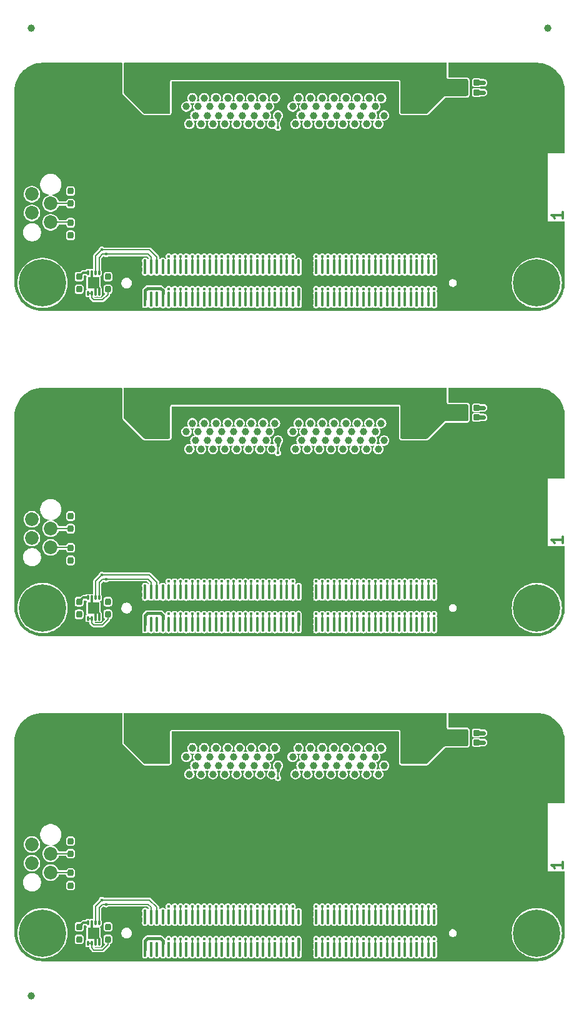
<source format=gtl>
G04 #@! TF.GenerationSoftware,KiCad,Pcbnew,8.0.6*
G04 #@! TF.CreationDate,2024-11-07T02:27:12-08:00*
G04 #@! TF.ProjectId,hvd-68-vhdci-panel,6876642d-3638-42d7-9668-6463692d7061,1*
G04 #@! TF.SameCoordinates,Original*
G04 #@! TF.FileFunction,Copper,L1,Top*
G04 #@! TF.FilePolarity,Positive*
%FSLAX46Y46*%
G04 Gerber Fmt 4.6, Leading zero omitted, Abs format (unit mm)*
G04 Created by KiCad (PCBNEW 8.0.6) date 2024-11-07 02:27:12*
%MOMM*%
%LPD*%
G01*
G04 APERTURE LIST*
G04 Aperture macros list*
%AMRoundRect*
0 Rectangle with rounded corners*
0 $1 Rounding radius*
0 $2 $3 $4 $5 $6 $7 $8 $9 X,Y pos of 4 corners*
0 Add a 4 corners polygon primitive as box body*
4,1,4,$2,$3,$4,$5,$6,$7,$8,$9,$2,$3,0*
0 Add four circle primitives for the rounded corners*
1,1,$1+$1,$2,$3*
1,1,$1+$1,$4,$5*
1,1,$1+$1,$6,$7*
1,1,$1+$1,$8,$9*
0 Add four rect primitives between the rounded corners*
20,1,$1+$1,$2,$3,$4,$5,0*
20,1,$1+$1,$4,$5,$6,$7,0*
20,1,$1+$1,$6,$7,$8,$9,0*
20,1,$1+$1,$8,$9,$2,$3,0*%
G04 Aperture macros list end*
%ADD10C,0.300000*%
G04 #@! TA.AperFunction,NonConductor*
%ADD11C,0.300000*%
G04 #@! TD*
G04 #@! TA.AperFunction,SMDPad,CuDef*
%ADD12RoundRect,0.200000X0.250000X0.200000X-0.250000X0.200000X-0.250000X-0.200000X0.250000X-0.200000X0*%
G04 #@! TD*
G04 #@! TA.AperFunction,SMDPad,CuDef*
%ADD13C,1.000000*%
G04 #@! TD*
G04 #@! TA.AperFunction,SMDPad,CuDef*
%ADD14RoundRect,0.200000X0.200000X-0.250000X0.200000X0.250000X-0.200000X0.250000X-0.200000X-0.250000X0*%
G04 #@! TD*
G04 #@! TA.AperFunction,ComponentPad*
%ADD15C,1.850000*%
G04 #@! TD*
G04 #@! TA.AperFunction,ComponentPad*
%ADD16C,6.400000*%
G04 #@! TD*
G04 #@! TA.AperFunction,SMDPad,CuDef*
%ADD17RoundRect,0.046875X0.103125X-0.253125X0.103125X0.253125X-0.103125X0.253125X-0.103125X-0.253125X0*%
G04 #@! TD*
G04 #@! TA.AperFunction,SMDPad,CuDef*
%ADD18RoundRect,0.250000X0.550000X-0.550000X0.550000X0.550000X-0.550000X0.550000X-0.550000X-0.550000X0*%
G04 #@! TD*
G04 #@! TA.AperFunction,SMDPad,CuDef*
%ADD19RoundRect,0.200000X-0.250000X-0.200000X0.250000X-0.200000X0.250000X0.200000X-0.250000X0.200000X0*%
G04 #@! TD*
G04 #@! TA.AperFunction,ComponentPad*
%ADD20C,1.000000*%
G04 #@! TD*
G04 #@! TA.AperFunction,ComponentPad*
%ADD21O,1.400000X2.250000*%
G04 #@! TD*
G04 #@! TA.AperFunction,ComponentPad*
%ADD22O,1.100000X1.700000*%
G04 #@! TD*
G04 #@! TA.AperFunction,SMDPad,CuDef*
%ADD23RoundRect,0.200000X-0.200000X0.250000X-0.200000X-0.250000X0.200000X-0.250000X0.200000X0.250000X0*%
G04 #@! TD*
G04 #@! TA.AperFunction,SMDPad,CuDef*
%ADD24RoundRect,0.100000X0.100000X0.900000X-0.100000X0.900000X-0.100000X-0.900000X0.100000X-0.900000X0*%
G04 #@! TD*
G04 #@! TA.AperFunction,ViaPad*
%ADD25C,0.450000*%
G04 #@! TD*
G04 #@! TA.AperFunction,ViaPad*
%ADD26C,0.600000*%
G04 #@! TD*
G04 #@! TA.AperFunction,Conductor*
%ADD27C,0.300000*%
G04 #@! TD*
G04 #@! TA.AperFunction,Conductor*
%ADD28C,0.127500*%
G04 #@! TD*
G04 #@! TA.AperFunction,Conductor*
%ADD29C,0.200000*%
G04 #@! TD*
G04 #@! TA.AperFunction,Conductor*
%ADD30C,0.400000*%
G04 #@! TD*
G04 #@! TA.AperFunction,Conductor*
%ADD31C,0.600000*%
G04 #@! TD*
G04 APERTURE END LIST*
D10*
D11*
X-499172Y64630573D02*
X-499172Y63773430D01*
X-499172Y64202001D02*
X-1999172Y64202001D01*
X-1999172Y64202001D02*
X-1784886Y64059144D01*
X-1784886Y64059144D02*
X-1642029Y63916287D01*
X-1642029Y63916287D02*
X-1570600Y63773430D01*
D10*
D11*
X-499172Y108630573D02*
X-499172Y107773430D01*
X-499172Y108202001D02*
X-1999172Y108202001D01*
X-1999172Y108202001D02*
X-1784886Y108059144D01*
X-1784886Y108059144D02*
X-1642029Y107916287D01*
X-1642029Y107916287D02*
X-1570600Y107773430D01*
D10*
D11*
X-499172Y20630573D02*
X-499172Y19773430D01*
X-499172Y20202001D02*
X-1999172Y20202001D01*
X-1999172Y20202001D02*
X-1784886Y20059144D01*
X-1784886Y20059144D02*
X-1642029Y19916287D01*
X-1642029Y19916287D02*
X-1570600Y19773430D01*
D12*
G04 #@! TO.P,R4,1*
G04 #@! TO.N,Board_1-GND*
X-12150000Y80802000D03*
G04 #@! TO.P,R4,2*
G04 #@! TO.N,Board_1-/SHIELD*
X-13850000Y80802000D03*
G04 #@! TD*
D13*
G04 #@! TO.P,KiKit_FID_T_3,*
G04 #@! TO.N,*
X-72500000Y2500000D03*
G04 #@! TD*
D14*
G04 #@! TO.P,C1,1*
G04 #@! TO.N,Board_1-GND*
X-66050000Y54152000D03*
G04 #@! TO.P,C1,2*
G04 #@! TO.N,Board_1-+3V3*
X-66050000Y55852000D03*
G04 #@! TD*
D15*
G04 #@! TO.P,J3,1,Pin_1*
G04 #@! TO.N,Board_2-+3V3*
X-72440000Y23012000D03*
G04 #@! TO.P,J3,2,Pin_2*
G04 #@! TO.N,Board_2-/PHY.ID_SDA*
X-69900000Y21742000D03*
G04 #@! TO.P,J3,3,Pin_3*
G04 #@! TO.N,Board_2-GND*
X-72440000Y20472000D03*
G04 #@! TO.P,J3,4,Pin_4*
G04 #@! TO.N,Board_2-/PHY.ID_SCL*
X-69900000Y19202000D03*
G04 #@! TD*
D12*
G04 #@! TO.P,R4,1*
G04 #@! TO.N,Board_2-GND*
X-12150000Y36802000D03*
G04 #@! TO.P,R4,2*
G04 #@! TO.N,Board_2-/SHIELD*
X-13850000Y36802000D03*
G04 #@! TD*
D16*
G04 #@! TO.P,H3,1,1*
G04 #@! TO.N,Board_2-GND*
X-71000000Y11002000D03*
G04 #@! TD*
D17*
G04 #@! TO.P,U1,1,E0*
G04 #@! TO.N,Board_2-Net-(U1-E0)*
X-64850001Y9602000D03*
G04 #@! TO.P,U1,2,E1*
X-64350000Y9602000D03*
G04 #@! TO.P,U1,3,E2*
G04 #@! TO.N,Board_2-GND*
X-63850000Y9602000D03*
G04 #@! TO.P,U1,4,VSS*
X-63349999Y9602000D03*
G04 #@! TO.P,U1,5,SDA*
G04 #@! TO.N,Board_2-/PHY.ID_SDA*
X-63349999Y12402000D03*
G04 #@! TO.P,U1,6,SCL*
G04 #@! TO.N,Board_2-/PHY.ID_SCL*
X-63850000Y12402000D03*
G04 #@! TO.P,U1,7,~{WC}*
G04 #@! TO.N,Board_2-GND*
X-64350000Y12402000D03*
G04 #@! TO.P,U1,8,VCC*
G04 #@! TO.N,Board_2-+3V3*
X-64850001Y12402000D03*
D18*
G04 #@! TO.P,U1,EP,VSS*
G04 #@! TO.N,Board_2-GND*
X-64100000Y11002000D03*
G04 #@! TD*
D13*
G04 #@! TO.P,KiKit_FID_T_2,*
G04 #@! TO.N,*
X-2500000Y133503500D03*
G04 #@! TD*
D16*
G04 #@! TO.P,H3,1,1*
G04 #@! TO.N,Board_0-GND*
X-71000000Y99002000D03*
G04 #@! TD*
D17*
G04 #@! TO.P,U1,1,E0*
G04 #@! TO.N,Board_1-Net-(U1-E0)*
X-64850001Y53602000D03*
G04 #@! TO.P,U1,2,E1*
X-64350000Y53602000D03*
G04 #@! TO.P,U1,3,E2*
G04 #@! TO.N,Board_1-GND*
X-63850000Y53602000D03*
G04 #@! TO.P,U1,4,VSS*
X-63349999Y53602000D03*
G04 #@! TO.P,U1,5,SDA*
G04 #@! TO.N,Board_1-/PHY.ID_SDA*
X-63349999Y56402000D03*
G04 #@! TO.P,U1,6,SCL*
G04 #@! TO.N,Board_1-/PHY.ID_SCL*
X-63850000Y56402000D03*
G04 #@! TO.P,U1,7,~{WC}*
G04 #@! TO.N,Board_1-GND*
X-64350000Y56402000D03*
G04 #@! TO.P,U1,8,VCC*
G04 #@! TO.N,Board_1-+3V3*
X-64850001Y56402000D03*
D18*
G04 #@! TO.P,U1,EP,VSS*
G04 #@! TO.N,Board_1-GND*
X-64100000Y55002000D03*
G04 #@! TD*
D13*
G04 #@! TO.P,KiKit_FID_T_1,*
G04 #@! TO.N,*
X-72500000Y133503500D03*
G04 #@! TD*
D19*
G04 #@! TO.P,C2,1*
G04 #@! TO.N,Board_2-/SHIELD*
X-13850000Y38102000D03*
G04 #@! TO.P,C2,2*
G04 #@! TO.N,Board_2-GND*
X-12150000Y38102000D03*
G04 #@! TD*
D15*
G04 #@! TO.P,J3,1,Pin_1*
G04 #@! TO.N,Board_0-+3V3*
X-72440000Y111012000D03*
G04 #@! TO.P,J3,2,Pin_2*
G04 #@! TO.N,Board_0-/PHY.ID_SDA*
X-69900000Y109742000D03*
G04 #@! TO.P,J3,3,Pin_3*
G04 #@! TO.N,Board_0-GND*
X-72440000Y108472000D03*
G04 #@! TO.P,J3,4,Pin_4*
G04 #@! TO.N,Board_0-/PHY.ID_SCL*
X-69900000Y107202000D03*
G04 #@! TD*
D14*
G04 #@! TO.P,C1,1*
G04 #@! TO.N,Board_2-GND*
X-66050000Y10152000D03*
G04 #@! TO.P,C1,2*
G04 #@! TO.N,Board_2-+3V3*
X-66050000Y11852000D03*
G04 #@! TD*
D19*
G04 #@! TO.P,C2,1*
G04 #@! TO.N,Board_1-/SHIELD*
X-13850000Y82102000D03*
G04 #@! TO.P,C2,2*
G04 #@! TO.N,Board_1-GND*
X-12150000Y82102000D03*
G04 #@! TD*
D12*
G04 #@! TO.P,R4,1*
G04 #@! TO.N,Board_0-GND*
X-12150000Y124802000D03*
G04 #@! TO.P,R4,2*
G04 #@! TO.N,Board_0-/SHIELD*
X-13850000Y124802000D03*
G04 #@! TD*
D15*
G04 #@! TO.P,J3,1,Pin_1*
G04 #@! TO.N,Board_1-+3V3*
X-72440000Y67012000D03*
G04 #@! TO.P,J3,2,Pin_2*
G04 #@! TO.N,Board_1-/PHY.ID_SDA*
X-69900000Y65742000D03*
G04 #@! TO.P,J3,3,Pin_3*
G04 #@! TO.N,Board_1-GND*
X-72440000Y64472000D03*
G04 #@! TO.P,J3,4,Pin_4*
G04 #@! TO.N,Board_1-/PHY.ID_SCL*
X-69900000Y63202000D03*
G04 #@! TD*
D20*
G04 #@! TO.P,J4,1,Pin_1*
G04 #@! TO.N,Board_2-/CON.DB12+*
X-51100000Y32517000D03*
G04 #@! TO.P,J4,2,Pin_2*
G04 #@! TO.N,Board_2-/CON.DB13+*
X-50300000Y33667000D03*
G04 #@! TO.P,J4,3,Pin_3*
G04 #@! TO.N,Board_2-/CON.DB14+*
X-49500000Y32517000D03*
G04 #@! TO.P,J4,4,Pin_4*
G04 #@! TO.N,Board_2-/CON.DB15+*
X-48700000Y33667000D03*
G04 #@! TO.P,J4,5,Pin_5*
G04 #@! TO.N,Board_2-/CON.DP1+*
X-47900000Y32517000D03*
G04 #@! TO.P,J4,6,Pin_6*
G04 #@! TO.N,Board_2-GND*
X-47100000Y33667000D03*
G04 #@! TO.P,J4,7,Pin_7*
G04 #@! TO.N,Board_2-/CON.DB0+*
X-46300000Y32517000D03*
G04 #@! TO.P,J4,8,Pin_8*
G04 #@! TO.N,Board_2-/CON.DB1+*
X-45500000Y33667000D03*
G04 #@! TO.P,J4,9,Pin_9*
G04 #@! TO.N,Board_2-/CON.DB2+*
X-44700000Y32517000D03*
G04 #@! TO.P,J4,10,Pin_10*
G04 #@! TO.N,Board_2-/CON.DB3+*
X-43900000Y33667000D03*
G04 #@! TO.P,J4,11,Pin_11*
G04 #@! TO.N,Board_2-/CON.DB4+*
X-43100000Y32517000D03*
G04 #@! TO.P,J4,12,Pin_12*
G04 #@! TO.N,Board_2-/CON.DB5+*
X-42300000Y33667000D03*
G04 #@! TO.P,J4,13,Pin_13*
G04 #@! TO.N,Board_2-/CON.DB6+*
X-41500000Y32517000D03*
G04 #@! TO.P,J4,14,Pin_14*
G04 #@! TO.N,Board_2-/CON.DB7+*
X-40700000Y33667000D03*
G04 #@! TO.P,J4,15,Pin_15*
G04 #@! TO.N,Board_2-/CON.DP0+*
X-39900000Y32517000D03*
G04 #@! TO.P,J4,16,Pin_16*
G04 #@! TO.N,Board_2-/CON.DIFFSENSE*
X-39100000Y33667000D03*
G04 #@! TO.P,J4,17,Pin_17*
G04 #@! TO.N,Board_2-/CON.TERMPWR*
X-38300000Y32517000D03*
G04 #@! TO.P,J4,18,Pin_18*
X-37500000Y33667000D03*
G04 #@! TO.P,J4,19,Pin_19*
G04 #@! TO.N,Board_2-GND*
X-36700000Y32517000D03*
G04 #@! TO.P,J4,20,Pin_20*
G04 #@! TO.N,Board_2-/CON.ATN+*
X-35900000Y33667000D03*
G04 #@! TO.P,J4,21,Pin_21*
G04 #@! TO.N,Board_2-GND*
X-35100000Y32517000D03*
G04 #@! TO.P,J4,22,Pin_22*
G04 #@! TO.N,Board_2-/CON.BSY+*
X-34300000Y33667000D03*
G04 #@! TO.P,J4,23,Pin_23*
G04 #@! TO.N,Board_2-/CON.ACK+*
X-33500000Y32517000D03*
G04 #@! TO.P,J4,24,Pin_24*
G04 #@! TO.N,Board_2-/CON.RST+*
X-32700000Y33667000D03*
G04 #@! TO.P,J4,25,Pin_25*
G04 #@! TO.N,Board_2-/CON.MSG+*
X-31900000Y32517000D03*
G04 #@! TO.P,J4,26,Pin_26*
G04 #@! TO.N,Board_2-/CON.SEL+*
X-31100000Y33667000D03*
G04 #@! TO.P,J4,27,Pin_27*
G04 #@! TO.N,Board_2-/CON.C{slash}D+*
X-30300000Y32517000D03*
G04 #@! TO.P,J4,28,Pin_28*
G04 #@! TO.N,Board_2-/CON.REQ+*
X-29500000Y33667000D03*
G04 #@! TO.P,J4,29,Pin_29*
G04 #@! TO.N,Board_2-/CON.I{slash}O+*
X-28700000Y32517000D03*
G04 #@! TO.P,J4,30,Pin_30*
G04 #@! TO.N,Board_2-GND*
X-27900000Y33667000D03*
G04 #@! TO.P,J4,31,Pin_31*
G04 #@! TO.N,Board_2-/CON.DB8+*
X-27100000Y32517000D03*
G04 #@! TO.P,J4,32,Pin_32*
G04 #@! TO.N,Board_2-/CON.DB9+*
X-26300000Y33667000D03*
G04 #@! TO.P,J4,33,Pin_33*
G04 #@! TO.N,Board_2-/CON.DB10+*
X-25500000Y32517000D03*
G04 #@! TO.P,J4,34,Pin_34*
G04 #@! TO.N,Board_2-/CON.DB11+*
X-24700000Y33667000D03*
G04 #@! TO.P,J4,35,Pin_35*
G04 #@! TO.N,Board_2-/CON.DB12-*
X-51500000Y34867000D03*
G04 #@! TO.P,J4,36,Pin_36*
G04 #@! TO.N,Board_2-/CON.DB13-*
X-50700000Y36017000D03*
G04 #@! TO.P,J4,37,Pin_37*
G04 #@! TO.N,Board_2-/CON.DB14-*
X-49900000Y34867000D03*
G04 #@! TO.P,J4,38,Pin_38*
G04 #@! TO.N,Board_2-/CON.DB15-*
X-49100000Y36017000D03*
G04 #@! TO.P,J4,39,Pin_39*
G04 #@! TO.N,Board_2-/CON.DP1-*
X-48300000Y34867000D03*
G04 #@! TO.P,J4,40,Pin_40*
G04 #@! TO.N,Board_2-GND*
X-47500000Y36017000D03*
G04 #@! TO.P,J4,41,Pin_41*
G04 #@! TO.N,Board_2-/CON.DB0-*
X-46700000Y34867000D03*
G04 #@! TO.P,J4,42,Pin_42*
G04 #@! TO.N,Board_2-/CON.DB1-*
X-45900000Y36017000D03*
G04 #@! TO.P,J4,43,Pin_43*
G04 #@! TO.N,Board_2-/CON.DB2-*
X-45100000Y34867000D03*
G04 #@! TO.P,J4,44,Pin_44*
G04 #@! TO.N,Board_2-/CON.DB3-*
X-44300000Y36017000D03*
G04 #@! TO.P,J4,45,Pin_45*
G04 #@! TO.N,Board_2-/CON.DB4-*
X-43500000Y34867000D03*
G04 #@! TO.P,J4,46,Pin_46*
G04 #@! TO.N,Board_2-/CON.DB5-*
X-42700000Y36017000D03*
G04 #@! TO.P,J4,47,Pin_47*
G04 #@! TO.N,Board_2-/CON.DB6-*
X-41900000Y34867000D03*
G04 #@! TO.P,J4,48,Pin_48*
G04 #@! TO.N,Board_2-/CON.DB7-*
X-41100000Y36017000D03*
G04 #@! TO.P,J4,49,Pin_49*
G04 #@! TO.N,Board_2-/CON.DP0-*
X-40300000Y34867000D03*
G04 #@! TO.P,J4,50,Pin_50*
G04 #@! TO.N,Board_2-GND*
X-39500000Y36017000D03*
G04 #@! TO.P,J4,51,Pin_51*
G04 #@! TO.N,Board_2-/CON.TERMPWR*
X-38700000Y34867000D03*
G04 #@! TO.P,J4,52,Pin_52*
X-37900000Y36017000D03*
G04 #@! TO.P,J4,53,Pin_53*
G04 #@! TO.N,Board_2-GND*
X-37100000Y34867000D03*
G04 #@! TO.P,J4,54,Pin_54*
G04 #@! TO.N,Board_2-/CON.ATN-*
X-36300000Y36017000D03*
G04 #@! TO.P,J4,55,Pin_55*
G04 #@! TO.N,Board_2-GND*
X-35500000Y34867000D03*
G04 #@! TO.P,J4,56,Pin_56*
G04 #@! TO.N,Board_2-/CON.BSY-*
X-34700000Y36017000D03*
G04 #@! TO.P,J4,57,Pin_57*
G04 #@! TO.N,Board_2-/CON.ACK-*
X-33900000Y34867000D03*
G04 #@! TO.P,J4,58,Pin_58*
G04 #@! TO.N,Board_2-/CON.RST-*
X-33100000Y36017000D03*
G04 #@! TO.P,J4,59,Pin_59*
G04 #@! TO.N,Board_2-/CON.MSG-*
X-32300000Y34867000D03*
G04 #@! TO.P,J4,60,Pin_60*
G04 #@! TO.N,Board_2-/CON.SEL-*
X-31500000Y36017000D03*
G04 #@! TO.P,J4,61,Pin_61*
G04 #@! TO.N,Board_2-/CON.C{slash}D-*
X-30700000Y34867000D03*
G04 #@! TO.P,J4,62,Pin_62*
G04 #@! TO.N,Board_2-/CON.REQ-*
X-29900000Y36017000D03*
G04 #@! TO.P,J4,63,Pin_63*
G04 #@! TO.N,Board_2-/CON.I{slash}O-*
X-29100000Y34867000D03*
G04 #@! TO.P,J4,64,Pin_64*
G04 #@! TO.N,Board_2-GND*
X-28300000Y36017000D03*
G04 #@! TO.P,J4,65,Pin_65*
G04 #@! TO.N,Board_2-/CON.DB8-*
X-27500000Y34867000D03*
G04 #@! TO.P,J4,66,Pin_66*
G04 #@! TO.N,Board_2-/CON.DB9-*
X-26700000Y36017000D03*
G04 #@! TO.P,J4,67,Pin_67*
G04 #@! TO.N,Board_2-/CON.DB10-*
X-25900000Y34867000D03*
G04 #@! TO.P,J4,68,Pin_68*
G04 #@! TO.N,Board_2-/CON.DB11-*
X-25100000Y36017000D03*
D21*
G04 #@! TO.P,J4,SHIELD,SHIELD*
G04 #@! TO.N,Board_2-/SHIELD*
X-16950000Y37397000D03*
D22*
X-21925000Y34767000D03*
X-54275000Y34767000D03*
D21*
X-59250000Y37397000D03*
G04 #@! TD*
D17*
G04 #@! TO.P,U1,1,E0*
G04 #@! TO.N,Board_0-Net-(U1-E0)*
X-64850001Y97602000D03*
G04 #@! TO.P,U1,2,E1*
X-64350000Y97602000D03*
G04 #@! TO.P,U1,3,E2*
G04 #@! TO.N,Board_0-GND*
X-63850000Y97602000D03*
G04 #@! TO.P,U1,4,VSS*
X-63349999Y97602000D03*
G04 #@! TO.P,U1,5,SDA*
G04 #@! TO.N,Board_0-/PHY.ID_SDA*
X-63349999Y100402000D03*
G04 #@! TO.P,U1,6,SCL*
G04 #@! TO.N,Board_0-/PHY.ID_SCL*
X-63850000Y100402000D03*
G04 #@! TO.P,U1,7,~{WC}*
G04 #@! TO.N,Board_0-GND*
X-64350000Y100402000D03*
G04 #@! TO.P,U1,8,VCC*
G04 #@! TO.N,Board_0-+3V3*
X-64850001Y100402000D03*
D18*
G04 #@! TO.P,U1,EP,VSS*
G04 #@! TO.N,Board_0-GND*
X-64100000Y99002000D03*
G04 #@! TD*
D14*
G04 #@! TO.P,R3,1*
G04 #@! TO.N,Board_2-+3V3*
X-67200000Y17452000D03*
G04 #@! TO.P,R3,2*
G04 #@! TO.N,Board_2-/PHY.ID_SCL*
X-67200000Y19152000D03*
G04 #@! TD*
D16*
G04 #@! TO.P,H3,1,1*
G04 #@! TO.N,Board_1-GND*
X-71000000Y55002000D03*
G04 #@! TD*
D14*
G04 #@! TO.P,R1,1*
G04 #@! TO.N,Board_1-Net-(U1-E0)*
X-62150000Y54152000D03*
G04 #@! TO.P,R1,2*
G04 #@! TO.N,Board_1-+3V3*
X-62150000Y55852000D03*
G04 #@! TD*
D23*
G04 #@! TO.P,R2,1*
G04 #@! TO.N,Board_0-+3V3*
X-67200000Y111452000D03*
G04 #@! TO.P,R2,2*
G04 #@! TO.N,Board_0-/PHY.ID_SDA*
X-67200000Y109752000D03*
G04 #@! TD*
D24*
G04 #@! TO.P,J1,1,Pin_1*
G04 #@! TO.N,Board_0-GND*
X-57100000Y96802000D03*
G04 #@! TO.P,J1,2,Pin_2*
X-57100000Y101202000D03*
G04 #@! TO.P,J1,3,Pin_3*
G04 #@! TO.N,Board_0-+3V3*
X-56300000Y96802001D03*
G04 #@! TO.P,J1,4,Pin_4*
G04 #@! TO.N,Board_0-/PHY.ID_SDA*
X-56300000Y101201999D03*
G04 #@! TO.P,J1,5,Pin_5*
G04 #@! TO.N,Board_0-unconnected-(J1-Pin_5-Pad5)*
X-55500000Y96802000D03*
G04 #@! TO.P,J1,6,Pin_6*
G04 #@! TO.N,Board_0-/PHY.ID_SCL*
X-55500000Y101202000D03*
G04 #@! TO.P,J1,7,Pin_7*
G04 #@! TO.N,Board_0-GND*
X-54700001Y96802000D03*
G04 #@! TO.P,J1,8,Pin_8*
X-54700001Y101202000D03*
G04 #@! TO.P,J1,9,Pin_9*
X-53900000Y96802000D03*
G04 #@! TO.P,J1,10,Pin_10*
X-53900000Y101202000D03*
G04 #@! TO.P,J1,11,Pin_11*
G04 #@! TO.N,Board_0-/CON.DB12+*
X-53100000Y96802000D03*
G04 #@! TO.P,J1,12,Pin_12*
G04 #@! TO.N,Board_0-/CON.DB12-*
X-53100000Y101202000D03*
G04 #@! TO.P,J1,13,Pin_13*
G04 #@! TO.N,Board_0-/CON.DB13+*
X-52299999Y96802000D03*
G04 #@! TO.P,J1,14,Pin_14*
G04 #@! TO.N,Board_0-/CON.DB13-*
X-52299999Y101202000D03*
G04 #@! TO.P,J1,15,Pin_15*
G04 #@! TO.N,Board_0-GND*
X-51500000Y96802000D03*
G04 #@! TO.P,J1,16,Pin_16*
X-51500000Y101202000D03*
G04 #@! TO.P,J1,17,Pin_17*
G04 #@! TO.N,Board_0-/CON.DB14+*
X-50700000Y96802001D03*
G04 #@! TO.P,J1,18,Pin_18*
G04 #@! TO.N,Board_0-/CON.DB14-*
X-50700000Y101201999D03*
G04 #@! TO.P,J1,19,Pin_19*
G04 #@! TO.N,Board_0-/CON.DB15+*
X-49900000Y96802000D03*
G04 #@! TO.P,J1,20,Pin_20*
G04 #@! TO.N,Board_0-/CON.DB15-*
X-49900000Y101202000D03*
G04 #@! TO.P,J1,21,Pin_21*
G04 #@! TO.N,Board_0-GND*
X-49100000Y96802000D03*
G04 #@! TO.P,J1,22,Pin_22*
X-49100000Y101202000D03*
G04 #@! TO.P,J1,23,Pin_23*
G04 #@! TO.N,Board_0-/CON.DP1+*
X-48300000Y96802000D03*
G04 #@! TO.P,J1,24,Pin_24*
G04 #@! TO.N,Board_0-/CON.DP1-*
X-48300000Y101202000D03*
G04 #@! TO.P,J1,25,Pin_25*
G04 #@! TO.N,Board_0-/CON.DB0+*
X-47500000Y96802000D03*
G04 #@! TO.P,J1,26,Pin_26*
G04 #@! TO.N,Board_0-/CON.DB0-*
X-47500000Y101202000D03*
G04 #@! TO.P,J1,27,Pin_27*
G04 #@! TO.N,Board_0-GND*
X-46699999Y96802000D03*
G04 #@! TO.P,J1,28,Pin_28*
X-46699999Y101202000D03*
G04 #@! TO.P,J1,29,Pin_29*
G04 #@! TO.N,Board_0-/CON.DB1+*
X-45900000Y96802000D03*
G04 #@! TO.P,J1,30,Pin_30*
G04 #@! TO.N,Board_0-/CON.DB1-*
X-45900000Y101202000D03*
G04 #@! TO.P,J1,31,Pin_31*
G04 #@! TO.N,Board_0-/CON.DB2+*
X-45100000Y96802001D03*
G04 #@! TO.P,J1,32,Pin_32*
G04 #@! TO.N,Board_0-/CON.DB2-*
X-45100000Y101201999D03*
G04 #@! TO.P,J1,33,Pin_33*
G04 #@! TO.N,Board_0-GND*
X-44300000Y96802000D03*
G04 #@! TO.P,J1,34,Pin_34*
X-44300000Y101202000D03*
G04 #@! TO.P,J1,35,Pin_35*
G04 #@! TO.N,Board_0-/CON.DB3+*
X-43500000Y96802000D03*
G04 #@! TO.P,J1,36,Pin_36*
G04 #@! TO.N,Board_0-/CON.DB3-*
X-43500000Y101202000D03*
G04 #@! TO.P,J1,37,Pin_37*
G04 #@! TO.N,Board_0-/CON.DB4+*
X-42700000Y96802000D03*
G04 #@! TO.P,J1,38,Pin_38*
G04 #@! TO.N,Board_0-/CON.DB4-*
X-42700000Y101202000D03*
G04 #@! TO.P,J1,39,Pin_39*
G04 #@! TO.N,Board_0-GND*
X-41900000Y96802000D03*
G04 #@! TO.P,J1,40,Pin_40*
X-41900000Y101202000D03*
G04 #@! TO.P,J1,41,Pin_41*
G04 #@! TO.N,Board_0-/CON.DB5+*
X-41099999Y96802000D03*
G04 #@! TO.P,J1,42,Pin_42*
G04 #@! TO.N,Board_0-/CON.DB5-*
X-41099999Y101202000D03*
G04 #@! TO.P,J1,43,Pin_43*
G04 #@! TO.N,Board_0-/CON.DB6+*
X-40300000Y96802000D03*
G04 #@! TO.P,J1,44,Pin_44*
G04 #@! TO.N,Board_0-/CON.DB6-*
X-40300000Y101202000D03*
G04 #@! TO.P,J1,45,Pin_45*
G04 #@! TO.N,Board_0-GND*
X-39500000Y96802001D03*
G04 #@! TO.P,J1,46,Pin_46*
X-39500000Y101201999D03*
G04 #@! TO.P,J1,47,Pin_47*
G04 #@! TO.N,Board_0-/CON.DB7+*
X-38700000Y96802000D03*
G04 #@! TO.P,J1,48,Pin_48*
G04 #@! TO.N,Board_0-/CON.DB7-*
X-38700000Y101202000D03*
G04 #@! TO.P,J1,49,Pin_49*
G04 #@! TO.N,Board_0-/CON.DP0+*
X-37900000Y96802000D03*
G04 #@! TO.P,J1,50,Pin_50*
G04 #@! TO.N,Board_0-/CON.DP0-*
X-37900000Y101202000D03*
G04 #@! TO.P,J1,51,Pin_51*
G04 #@! TO.N,Board_0-GND*
X-37100000Y96802000D03*
G04 #@! TO.P,J1,52,Pin_52*
X-37100000Y101202000D03*
G04 #@! TO.P,J1,53,Pin_53*
G04 #@! TO.N,Board_0-/CON.DIFFSENSE*
X-36300000Y96802000D03*
G04 #@! TO.P,J1,54,Pin_54*
G04 #@! TO.N,Board_0-unconnected-(J1-Pin_54-Pad54)*
X-36300000Y101202000D03*
G04 #@! TO.P,J1,55,Pin_55*
G04 #@! TO.N,Board_0-/CON.TERMPWR*
X-35500000Y96802001D03*
G04 #@! TO.P,J1,56,Pin_56*
X-35500000Y101201999D03*
G04 #@! TO.P,J1,57,Pin_57*
X-34700000Y96802000D03*
G04 #@! TO.P,J1,58,Pin_58*
X-34700000Y101202000D03*
G04 #@! TO.P,J1,59,Pin_59*
G04 #@! TO.N,Board_0-GND*
X-33900001Y96802000D03*
G04 #@! TO.P,J1,60,Pin_60*
X-33900001Y101202000D03*
G04 #@! TO.P,J1,61,Pin_61*
G04 #@! TO.N,Board_0-/CON.ATN+*
X-33100000Y96802000D03*
G04 #@! TO.P,J1,62,Pin_62*
G04 #@! TO.N,Board_0-/CON.ATN-*
X-33100000Y101202000D03*
G04 #@! TO.P,J1,63,Pin_63*
G04 #@! TO.N,Board_0-GND*
X-32300000Y96802000D03*
G04 #@! TO.P,J1,64,Pin_64*
X-32300000Y101202000D03*
G04 #@! TO.P,J1,65,Pin_65*
G04 #@! TO.N,Board_0-/CON.BSY+*
X-31500000Y96802000D03*
G04 #@! TO.P,J1,66,Pin_66*
G04 #@! TO.N,Board_0-/CON.BSY-*
X-31500000Y101202000D03*
G04 #@! TO.P,J1,67,Pin_67*
G04 #@! TO.N,Board_0-/CON.ACK+*
X-30700000Y96802000D03*
G04 #@! TO.P,J1,68,Pin_68*
G04 #@! TO.N,Board_0-/CON.ACK-*
X-30700000Y101202000D03*
G04 #@! TO.P,J1,69,Pin_69*
G04 #@! TO.N,Board_0-GND*
X-29900000Y96802001D03*
G04 #@! TO.P,J1,70,Pin_70*
X-29900000Y101201999D03*
G04 #@! TO.P,J1,71,Pin_71*
G04 #@! TO.N,Board_0-/CON.RST+*
X-29100000Y96802000D03*
G04 #@! TO.P,J1,72,Pin_72*
G04 #@! TO.N,Board_0-/CON.RST-*
X-29100000Y101202000D03*
G04 #@! TO.P,J1,73,Pin_73*
G04 #@! TO.N,Board_0-/CON.MSG+*
X-28300001Y96802000D03*
G04 #@! TO.P,J1,74,Pin_74*
G04 #@! TO.N,Board_0-/CON.MSG-*
X-28300001Y101202000D03*
G04 #@! TO.P,J1,75,Pin_75*
G04 #@! TO.N,Board_0-GND*
X-27500000Y96802000D03*
G04 #@! TO.P,J1,76,Pin_76*
X-27500000Y101202000D03*
G04 #@! TO.P,J1,77,Pin_77*
G04 #@! TO.N,Board_0-/CON.SEL+*
X-26700000Y96802000D03*
G04 #@! TO.P,J1,78,Pin_78*
G04 #@! TO.N,Board_0-/CON.SEL-*
X-26700000Y101202000D03*
G04 #@! TO.P,J1,79,Pin_79*
G04 #@! TO.N,Board_0-/CON.C{slash}D+*
X-25900000Y96802000D03*
G04 #@! TO.P,J1,80,Pin_80*
G04 #@! TO.N,Board_0-/CON.C{slash}D-*
X-25900000Y101202000D03*
G04 #@! TO.P,J1,81,Pin_81*
G04 #@! TO.N,Board_0-GND*
X-25100000Y96802000D03*
G04 #@! TO.P,J1,82,Pin_82*
X-25100000Y101202000D03*
G04 #@! TO.P,J1,83,Pin_83*
G04 #@! TO.N,Board_0-/CON.REQ+*
X-24300000Y96802001D03*
G04 #@! TO.P,J1,84,Pin_84*
G04 #@! TO.N,Board_0-/CON.REQ-*
X-24300000Y101201999D03*
G04 #@! TO.P,J1,85,Pin_85*
G04 #@! TO.N,Board_0-/CON.I{slash}O+*
X-23500000Y96802000D03*
G04 #@! TO.P,J1,86,Pin_86*
G04 #@! TO.N,Board_0-/CON.I{slash}O-*
X-23500000Y101202000D03*
G04 #@! TO.P,J1,87,Pin_87*
G04 #@! TO.N,Board_0-GND*
X-22700001Y96802000D03*
G04 #@! TO.P,J1,88,Pin_88*
X-22700001Y101202000D03*
G04 #@! TO.P,J1,89,Pin_89*
G04 #@! TO.N,Board_0-/CON.DB8+*
X-21900000Y96802000D03*
G04 #@! TO.P,J1,90,Pin_90*
G04 #@! TO.N,Board_0-/CON.DB8-*
X-21900000Y101202000D03*
G04 #@! TO.P,J1,91,Pin_91*
G04 #@! TO.N,Board_0-/CON.DB9+*
X-21100000Y96802000D03*
G04 #@! TO.P,J1,92,Pin_92*
G04 #@! TO.N,Board_0-/CON.DB9-*
X-21100000Y101202000D03*
G04 #@! TO.P,J1,93,Pin_93*
G04 #@! TO.N,Board_0-GND*
X-20299999Y96802000D03*
G04 #@! TO.P,J1,94,Pin_94*
X-20299999Y101202000D03*
G04 #@! TO.P,J1,95,Pin_95*
G04 #@! TO.N,Board_0-/CON.DB10+*
X-19500000Y96802000D03*
G04 #@! TO.P,J1,96,Pin_96*
G04 #@! TO.N,Board_0-/CON.DB10-*
X-19500000Y101202000D03*
G04 #@! TO.P,J1,97,Pin_97*
G04 #@! TO.N,Board_0-/CON.DB11+*
X-18700000Y96802001D03*
G04 #@! TO.P,J1,98,Pin_98*
G04 #@! TO.N,Board_0-/CON.DB11-*
X-18700000Y101201999D03*
G04 #@! TO.P,J1,99,Pin_99*
G04 #@! TO.N,Board_0-GND*
X-17900000Y96802000D03*
G04 #@! TO.P,J1,100,Pin_100*
X-17900000Y101202000D03*
G04 #@! TD*
D16*
G04 #@! TO.P,H4,1,1*
G04 #@! TO.N,Board_2-GND*
X-4000000Y11002000D03*
G04 #@! TD*
G04 #@! TO.P,H4,1,1*
G04 #@! TO.N,Board_0-GND*
X-4000000Y99002000D03*
G04 #@! TD*
D14*
G04 #@! TO.P,R1,1*
G04 #@! TO.N,Board_0-Net-(U1-E0)*
X-62150000Y98152000D03*
G04 #@! TO.P,R1,2*
G04 #@! TO.N,Board_0-+3V3*
X-62150000Y99852000D03*
G04 #@! TD*
G04 #@! TO.P,R1,1*
G04 #@! TO.N,Board_2-Net-(U1-E0)*
X-62150000Y10152000D03*
G04 #@! TO.P,R1,2*
G04 #@! TO.N,Board_2-+3V3*
X-62150000Y11852000D03*
G04 #@! TD*
D24*
G04 #@! TO.P,J1,1,Pin_1*
G04 #@! TO.N,Board_1-GND*
X-57100000Y52802000D03*
G04 #@! TO.P,J1,2,Pin_2*
X-57100000Y57202000D03*
G04 #@! TO.P,J1,3,Pin_3*
G04 #@! TO.N,Board_1-+3V3*
X-56300000Y52802001D03*
G04 #@! TO.P,J1,4,Pin_4*
G04 #@! TO.N,Board_1-/PHY.ID_SDA*
X-56300000Y57201999D03*
G04 #@! TO.P,J1,5,Pin_5*
G04 #@! TO.N,Board_1-unconnected-(J1-Pin_5-Pad5)*
X-55500000Y52802000D03*
G04 #@! TO.P,J1,6,Pin_6*
G04 #@! TO.N,Board_1-/PHY.ID_SCL*
X-55500000Y57202000D03*
G04 #@! TO.P,J1,7,Pin_7*
G04 #@! TO.N,Board_1-GND*
X-54700001Y52802000D03*
G04 #@! TO.P,J1,8,Pin_8*
X-54700001Y57202000D03*
G04 #@! TO.P,J1,9,Pin_9*
X-53900000Y52802000D03*
G04 #@! TO.P,J1,10,Pin_10*
X-53900000Y57202000D03*
G04 #@! TO.P,J1,11,Pin_11*
G04 #@! TO.N,Board_1-/CON.DB12+*
X-53100000Y52802000D03*
G04 #@! TO.P,J1,12,Pin_12*
G04 #@! TO.N,Board_1-/CON.DB12-*
X-53100000Y57202000D03*
G04 #@! TO.P,J1,13,Pin_13*
G04 #@! TO.N,Board_1-/CON.DB13+*
X-52299999Y52802000D03*
G04 #@! TO.P,J1,14,Pin_14*
G04 #@! TO.N,Board_1-/CON.DB13-*
X-52299999Y57202000D03*
G04 #@! TO.P,J1,15,Pin_15*
G04 #@! TO.N,Board_1-GND*
X-51500000Y52802000D03*
G04 #@! TO.P,J1,16,Pin_16*
X-51500000Y57202000D03*
G04 #@! TO.P,J1,17,Pin_17*
G04 #@! TO.N,Board_1-/CON.DB14+*
X-50700000Y52802001D03*
G04 #@! TO.P,J1,18,Pin_18*
G04 #@! TO.N,Board_1-/CON.DB14-*
X-50700000Y57201999D03*
G04 #@! TO.P,J1,19,Pin_19*
G04 #@! TO.N,Board_1-/CON.DB15+*
X-49900000Y52802000D03*
G04 #@! TO.P,J1,20,Pin_20*
G04 #@! TO.N,Board_1-/CON.DB15-*
X-49900000Y57202000D03*
G04 #@! TO.P,J1,21,Pin_21*
G04 #@! TO.N,Board_1-GND*
X-49100000Y52802000D03*
G04 #@! TO.P,J1,22,Pin_22*
X-49100000Y57202000D03*
G04 #@! TO.P,J1,23,Pin_23*
G04 #@! TO.N,Board_1-/CON.DP1+*
X-48300000Y52802000D03*
G04 #@! TO.P,J1,24,Pin_24*
G04 #@! TO.N,Board_1-/CON.DP1-*
X-48300000Y57202000D03*
G04 #@! TO.P,J1,25,Pin_25*
G04 #@! TO.N,Board_1-/CON.DB0+*
X-47500000Y52802000D03*
G04 #@! TO.P,J1,26,Pin_26*
G04 #@! TO.N,Board_1-/CON.DB0-*
X-47500000Y57202000D03*
G04 #@! TO.P,J1,27,Pin_27*
G04 #@! TO.N,Board_1-GND*
X-46699999Y52802000D03*
G04 #@! TO.P,J1,28,Pin_28*
X-46699999Y57202000D03*
G04 #@! TO.P,J1,29,Pin_29*
G04 #@! TO.N,Board_1-/CON.DB1+*
X-45900000Y52802000D03*
G04 #@! TO.P,J1,30,Pin_30*
G04 #@! TO.N,Board_1-/CON.DB1-*
X-45900000Y57202000D03*
G04 #@! TO.P,J1,31,Pin_31*
G04 #@! TO.N,Board_1-/CON.DB2+*
X-45100000Y52802001D03*
G04 #@! TO.P,J1,32,Pin_32*
G04 #@! TO.N,Board_1-/CON.DB2-*
X-45100000Y57201999D03*
G04 #@! TO.P,J1,33,Pin_33*
G04 #@! TO.N,Board_1-GND*
X-44300000Y52802000D03*
G04 #@! TO.P,J1,34,Pin_34*
X-44300000Y57202000D03*
G04 #@! TO.P,J1,35,Pin_35*
G04 #@! TO.N,Board_1-/CON.DB3+*
X-43500000Y52802000D03*
G04 #@! TO.P,J1,36,Pin_36*
G04 #@! TO.N,Board_1-/CON.DB3-*
X-43500000Y57202000D03*
G04 #@! TO.P,J1,37,Pin_37*
G04 #@! TO.N,Board_1-/CON.DB4+*
X-42700000Y52802000D03*
G04 #@! TO.P,J1,38,Pin_38*
G04 #@! TO.N,Board_1-/CON.DB4-*
X-42700000Y57202000D03*
G04 #@! TO.P,J1,39,Pin_39*
G04 #@! TO.N,Board_1-GND*
X-41900000Y52802000D03*
G04 #@! TO.P,J1,40,Pin_40*
X-41900000Y57202000D03*
G04 #@! TO.P,J1,41,Pin_41*
G04 #@! TO.N,Board_1-/CON.DB5+*
X-41099999Y52802000D03*
G04 #@! TO.P,J1,42,Pin_42*
G04 #@! TO.N,Board_1-/CON.DB5-*
X-41099999Y57202000D03*
G04 #@! TO.P,J1,43,Pin_43*
G04 #@! TO.N,Board_1-/CON.DB6+*
X-40300000Y52802000D03*
G04 #@! TO.P,J1,44,Pin_44*
G04 #@! TO.N,Board_1-/CON.DB6-*
X-40300000Y57202000D03*
G04 #@! TO.P,J1,45,Pin_45*
G04 #@! TO.N,Board_1-GND*
X-39500000Y52802001D03*
G04 #@! TO.P,J1,46,Pin_46*
X-39500000Y57201999D03*
G04 #@! TO.P,J1,47,Pin_47*
G04 #@! TO.N,Board_1-/CON.DB7+*
X-38700000Y52802000D03*
G04 #@! TO.P,J1,48,Pin_48*
G04 #@! TO.N,Board_1-/CON.DB7-*
X-38700000Y57202000D03*
G04 #@! TO.P,J1,49,Pin_49*
G04 #@! TO.N,Board_1-/CON.DP0+*
X-37900000Y52802000D03*
G04 #@! TO.P,J1,50,Pin_50*
G04 #@! TO.N,Board_1-/CON.DP0-*
X-37900000Y57202000D03*
G04 #@! TO.P,J1,51,Pin_51*
G04 #@! TO.N,Board_1-GND*
X-37100000Y52802000D03*
G04 #@! TO.P,J1,52,Pin_52*
X-37100000Y57202000D03*
G04 #@! TO.P,J1,53,Pin_53*
G04 #@! TO.N,Board_1-/CON.DIFFSENSE*
X-36300000Y52802000D03*
G04 #@! TO.P,J1,54,Pin_54*
G04 #@! TO.N,Board_1-unconnected-(J1-Pin_54-Pad54)*
X-36300000Y57202000D03*
G04 #@! TO.P,J1,55,Pin_55*
G04 #@! TO.N,Board_1-/CON.TERMPWR*
X-35500000Y52802001D03*
G04 #@! TO.P,J1,56,Pin_56*
X-35500000Y57201999D03*
G04 #@! TO.P,J1,57,Pin_57*
X-34700000Y52802000D03*
G04 #@! TO.P,J1,58,Pin_58*
X-34700000Y57202000D03*
G04 #@! TO.P,J1,59,Pin_59*
G04 #@! TO.N,Board_1-GND*
X-33900001Y52802000D03*
G04 #@! TO.P,J1,60,Pin_60*
X-33900001Y57202000D03*
G04 #@! TO.P,J1,61,Pin_61*
G04 #@! TO.N,Board_1-/CON.ATN+*
X-33100000Y52802000D03*
G04 #@! TO.P,J1,62,Pin_62*
G04 #@! TO.N,Board_1-/CON.ATN-*
X-33100000Y57202000D03*
G04 #@! TO.P,J1,63,Pin_63*
G04 #@! TO.N,Board_1-GND*
X-32300000Y52802000D03*
G04 #@! TO.P,J1,64,Pin_64*
X-32300000Y57202000D03*
G04 #@! TO.P,J1,65,Pin_65*
G04 #@! TO.N,Board_1-/CON.BSY+*
X-31500000Y52802000D03*
G04 #@! TO.P,J1,66,Pin_66*
G04 #@! TO.N,Board_1-/CON.BSY-*
X-31500000Y57202000D03*
G04 #@! TO.P,J1,67,Pin_67*
G04 #@! TO.N,Board_1-/CON.ACK+*
X-30700000Y52802000D03*
G04 #@! TO.P,J1,68,Pin_68*
G04 #@! TO.N,Board_1-/CON.ACK-*
X-30700000Y57202000D03*
G04 #@! TO.P,J1,69,Pin_69*
G04 #@! TO.N,Board_1-GND*
X-29900000Y52802001D03*
G04 #@! TO.P,J1,70,Pin_70*
X-29900000Y57201999D03*
G04 #@! TO.P,J1,71,Pin_71*
G04 #@! TO.N,Board_1-/CON.RST+*
X-29100000Y52802000D03*
G04 #@! TO.P,J1,72,Pin_72*
G04 #@! TO.N,Board_1-/CON.RST-*
X-29100000Y57202000D03*
G04 #@! TO.P,J1,73,Pin_73*
G04 #@! TO.N,Board_1-/CON.MSG+*
X-28300001Y52802000D03*
G04 #@! TO.P,J1,74,Pin_74*
G04 #@! TO.N,Board_1-/CON.MSG-*
X-28300001Y57202000D03*
G04 #@! TO.P,J1,75,Pin_75*
G04 #@! TO.N,Board_1-GND*
X-27500000Y52802000D03*
G04 #@! TO.P,J1,76,Pin_76*
X-27500000Y57202000D03*
G04 #@! TO.P,J1,77,Pin_77*
G04 #@! TO.N,Board_1-/CON.SEL+*
X-26700000Y52802000D03*
G04 #@! TO.P,J1,78,Pin_78*
G04 #@! TO.N,Board_1-/CON.SEL-*
X-26700000Y57202000D03*
G04 #@! TO.P,J1,79,Pin_79*
G04 #@! TO.N,Board_1-/CON.C{slash}D+*
X-25900000Y52802000D03*
G04 #@! TO.P,J1,80,Pin_80*
G04 #@! TO.N,Board_1-/CON.C{slash}D-*
X-25900000Y57202000D03*
G04 #@! TO.P,J1,81,Pin_81*
G04 #@! TO.N,Board_1-GND*
X-25100000Y52802000D03*
G04 #@! TO.P,J1,82,Pin_82*
X-25100000Y57202000D03*
G04 #@! TO.P,J1,83,Pin_83*
G04 #@! TO.N,Board_1-/CON.REQ+*
X-24300000Y52802001D03*
G04 #@! TO.P,J1,84,Pin_84*
G04 #@! TO.N,Board_1-/CON.REQ-*
X-24300000Y57201999D03*
G04 #@! TO.P,J1,85,Pin_85*
G04 #@! TO.N,Board_1-/CON.I{slash}O+*
X-23500000Y52802000D03*
G04 #@! TO.P,J1,86,Pin_86*
G04 #@! TO.N,Board_1-/CON.I{slash}O-*
X-23500000Y57202000D03*
G04 #@! TO.P,J1,87,Pin_87*
G04 #@! TO.N,Board_1-GND*
X-22700001Y52802000D03*
G04 #@! TO.P,J1,88,Pin_88*
X-22700001Y57202000D03*
G04 #@! TO.P,J1,89,Pin_89*
G04 #@! TO.N,Board_1-/CON.DB8+*
X-21900000Y52802000D03*
G04 #@! TO.P,J1,90,Pin_90*
G04 #@! TO.N,Board_1-/CON.DB8-*
X-21900000Y57202000D03*
G04 #@! TO.P,J1,91,Pin_91*
G04 #@! TO.N,Board_1-/CON.DB9+*
X-21100000Y52802000D03*
G04 #@! TO.P,J1,92,Pin_92*
G04 #@! TO.N,Board_1-/CON.DB9-*
X-21100000Y57202000D03*
G04 #@! TO.P,J1,93,Pin_93*
G04 #@! TO.N,Board_1-GND*
X-20299999Y52802000D03*
G04 #@! TO.P,J1,94,Pin_94*
X-20299999Y57202000D03*
G04 #@! TO.P,J1,95,Pin_95*
G04 #@! TO.N,Board_1-/CON.DB10+*
X-19500000Y52802000D03*
G04 #@! TO.P,J1,96,Pin_96*
G04 #@! TO.N,Board_1-/CON.DB10-*
X-19500000Y57202000D03*
G04 #@! TO.P,J1,97,Pin_97*
G04 #@! TO.N,Board_1-/CON.DB11+*
X-18700000Y52802001D03*
G04 #@! TO.P,J1,98,Pin_98*
G04 #@! TO.N,Board_1-/CON.DB11-*
X-18700000Y57201999D03*
G04 #@! TO.P,J1,99,Pin_99*
G04 #@! TO.N,Board_1-GND*
X-17900000Y52802000D03*
G04 #@! TO.P,J1,100,Pin_100*
X-17900000Y57202000D03*
G04 #@! TD*
D16*
G04 #@! TO.P,H4,1,1*
G04 #@! TO.N,Board_1-GND*
X-4000000Y55002000D03*
G04 #@! TD*
D20*
G04 #@! TO.P,J4,1,Pin_1*
G04 #@! TO.N,Board_0-/CON.DB12+*
X-51100000Y120517000D03*
G04 #@! TO.P,J4,2,Pin_2*
G04 #@! TO.N,Board_0-/CON.DB13+*
X-50300000Y121667000D03*
G04 #@! TO.P,J4,3,Pin_3*
G04 #@! TO.N,Board_0-/CON.DB14+*
X-49500000Y120517000D03*
G04 #@! TO.P,J4,4,Pin_4*
G04 #@! TO.N,Board_0-/CON.DB15+*
X-48700000Y121667000D03*
G04 #@! TO.P,J4,5,Pin_5*
G04 #@! TO.N,Board_0-/CON.DP1+*
X-47900000Y120517000D03*
G04 #@! TO.P,J4,6,Pin_6*
G04 #@! TO.N,Board_0-GND*
X-47100000Y121667000D03*
G04 #@! TO.P,J4,7,Pin_7*
G04 #@! TO.N,Board_0-/CON.DB0+*
X-46300000Y120517000D03*
G04 #@! TO.P,J4,8,Pin_8*
G04 #@! TO.N,Board_0-/CON.DB1+*
X-45500000Y121667000D03*
G04 #@! TO.P,J4,9,Pin_9*
G04 #@! TO.N,Board_0-/CON.DB2+*
X-44700000Y120517000D03*
G04 #@! TO.P,J4,10,Pin_10*
G04 #@! TO.N,Board_0-/CON.DB3+*
X-43900000Y121667000D03*
G04 #@! TO.P,J4,11,Pin_11*
G04 #@! TO.N,Board_0-/CON.DB4+*
X-43100000Y120517000D03*
G04 #@! TO.P,J4,12,Pin_12*
G04 #@! TO.N,Board_0-/CON.DB5+*
X-42300000Y121667000D03*
G04 #@! TO.P,J4,13,Pin_13*
G04 #@! TO.N,Board_0-/CON.DB6+*
X-41500000Y120517000D03*
G04 #@! TO.P,J4,14,Pin_14*
G04 #@! TO.N,Board_0-/CON.DB7+*
X-40700000Y121667000D03*
G04 #@! TO.P,J4,15,Pin_15*
G04 #@! TO.N,Board_0-/CON.DP0+*
X-39900000Y120517000D03*
G04 #@! TO.P,J4,16,Pin_16*
G04 #@! TO.N,Board_0-/CON.DIFFSENSE*
X-39100000Y121667000D03*
G04 #@! TO.P,J4,17,Pin_17*
G04 #@! TO.N,Board_0-/CON.TERMPWR*
X-38300000Y120517000D03*
G04 #@! TO.P,J4,18,Pin_18*
X-37500000Y121667000D03*
G04 #@! TO.P,J4,19,Pin_19*
G04 #@! TO.N,Board_0-GND*
X-36700000Y120517000D03*
G04 #@! TO.P,J4,20,Pin_20*
G04 #@! TO.N,Board_0-/CON.ATN+*
X-35900000Y121667000D03*
G04 #@! TO.P,J4,21,Pin_21*
G04 #@! TO.N,Board_0-GND*
X-35100000Y120517000D03*
G04 #@! TO.P,J4,22,Pin_22*
G04 #@! TO.N,Board_0-/CON.BSY+*
X-34300000Y121667000D03*
G04 #@! TO.P,J4,23,Pin_23*
G04 #@! TO.N,Board_0-/CON.ACK+*
X-33500000Y120517000D03*
G04 #@! TO.P,J4,24,Pin_24*
G04 #@! TO.N,Board_0-/CON.RST+*
X-32700000Y121667000D03*
G04 #@! TO.P,J4,25,Pin_25*
G04 #@! TO.N,Board_0-/CON.MSG+*
X-31900000Y120517000D03*
G04 #@! TO.P,J4,26,Pin_26*
G04 #@! TO.N,Board_0-/CON.SEL+*
X-31100000Y121667000D03*
G04 #@! TO.P,J4,27,Pin_27*
G04 #@! TO.N,Board_0-/CON.C{slash}D+*
X-30300000Y120517000D03*
G04 #@! TO.P,J4,28,Pin_28*
G04 #@! TO.N,Board_0-/CON.REQ+*
X-29500000Y121667000D03*
G04 #@! TO.P,J4,29,Pin_29*
G04 #@! TO.N,Board_0-/CON.I{slash}O+*
X-28700000Y120517000D03*
G04 #@! TO.P,J4,30,Pin_30*
G04 #@! TO.N,Board_0-GND*
X-27900000Y121667000D03*
G04 #@! TO.P,J4,31,Pin_31*
G04 #@! TO.N,Board_0-/CON.DB8+*
X-27100000Y120517000D03*
G04 #@! TO.P,J4,32,Pin_32*
G04 #@! TO.N,Board_0-/CON.DB9+*
X-26300000Y121667000D03*
G04 #@! TO.P,J4,33,Pin_33*
G04 #@! TO.N,Board_0-/CON.DB10+*
X-25500000Y120517000D03*
G04 #@! TO.P,J4,34,Pin_34*
G04 #@! TO.N,Board_0-/CON.DB11+*
X-24700000Y121667000D03*
G04 #@! TO.P,J4,35,Pin_35*
G04 #@! TO.N,Board_0-/CON.DB12-*
X-51500000Y122867000D03*
G04 #@! TO.P,J4,36,Pin_36*
G04 #@! TO.N,Board_0-/CON.DB13-*
X-50700000Y124017000D03*
G04 #@! TO.P,J4,37,Pin_37*
G04 #@! TO.N,Board_0-/CON.DB14-*
X-49900000Y122867000D03*
G04 #@! TO.P,J4,38,Pin_38*
G04 #@! TO.N,Board_0-/CON.DB15-*
X-49100000Y124017000D03*
G04 #@! TO.P,J4,39,Pin_39*
G04 #@! TO.N,Board_0-/CON.DP1-*
X-48300000Y122867000D03*
G04 #@! TO.P,J4,40,Pin_40*
G04 #@! TO.N,Board_0-GND*
X-47500000Y124017000D03*
G04 #@! TO.P,J4,41,Pin_41*
G04 #@! TO.N,Board_0-/CON.DB0-*
X-46700000Y122867000D03*
G04 #@! TO.P,J4,42,Pin_42*
G04 #@! TO.N,Board_0-/CON.DB1-*
X-45900000Y124017000D03*
G04 #@! TO.P,J4,43,Pin_43*
G04 #@! TO.N,Board_0-/CON.DB2-*
X-45100000Y122867000D03*
G04 #@! TO.P,J4,44,Pin_44*
G04 #@! TO.N,Board_0-/CON.DB3-*
X-44300000Y124017000D03*
G04 #@! TO.P,J4,45,Pin_45*
G04 #@! TO.N,Board_0-/CON.DB4-*
X-43500000Y122867000D03*
G04 #@! TO.P,J4,46,Pin_46*
G04 #@! TO.N,Board_0-/CON.DB5-*
X-42700000Y124017000D03*
G04 #@! TO.P,J4,47,Pin_47*
G04 #@! TO.N,Board_0-/CON.DB6-*
X-41900000Y122867000D03*
G04 #@! TO.P,J4,48,Pin_48*
G04 #@! TO.N,Board_0-/CON.DB7-*
X-41100000Y124017000D03*
G04 #@! TO.P,J4,49,Pin_49*
G04 #@! TO.N,Board_0-/CON.DP0-*
X-40300000Y122867000D03*
G04 #@! TO.P,J4,50,Pin_50*
G04 #@! TO.N,Board_0-GND*
X-39500000Y124017000D03*
G04 #@! TO.P,J4,51,Pin_51*
G04 #@! TO.N,Board_0-/CON.TERMPWR*
X-38700000Y122867000D03*
G04 #@! TO.P,J4,52,Pin_52*
X-37900000Y124017000D03*
G04 #@! TO.P,J4,53,Pin_53*
G04 #@! TO.N,Board_0-GND*
X-37100000Y122867000D03*
G04 #@! TO.P,J4,54,Pin_54*
G04 #@! TO.N,Board_0-/CON.ATN-*
X-36300000Y124017000D03*
G04 #@! TO.P,J4,55,Pin_55*
G04 #@! TO.N,Board_0-GND*
X-35500000Y122867000D03*
G04 #@! TO.P,J4,56,Pin_56*
G04 #@! TO.N,Board_0-/CON.BSY-*
X-34700000Y124017000D03*
G04 #@! TO.P,J4,57,Pin_57*
G04 #@! TO.N,Board_0-/CON.ACK-*
X-33900000Y122867000D03*
G04 #@! TO.P,J4,58,Pin_58*
G04 #@! TO.N,Board_0-/CON.RST-*
X-33100000Y124017000D03*
G04 #@! TO.P,J4,59,Pin_59*
G04 #@! TO.N,Board_0-/CON.MSG-*
X-32300000Y122867000D03*
G04 #@! TO.P,J4,60,Pin_60*
G04 #@! TO.N,Board_0-/CON.SEL-*
X-31500000Y124017000D03*
G04 #@! TO.P,J4,61,Pin_61*
G04 #@! TO.N,Board_0-/CON.C{slash}D-*
X-30700000Y122867000D03*
G04 #@! TO.P,J4,62,Pin_62*
G04 #@! TO.N,Board_0-/CON.REQ-*
X-29900000Y124017000D03*
G04 #@! TO.P,J4,63,Pin_63*
G04 #@! TO.N,Board_0-/CON.I{slash}O-*
X-29100000Y122867000D03*
G04 #@! TO.P,J4,64,Pin_64*
G04 #@! TO.N,Board_0-GND*
X-28300000Y124017000D03*
G04 #@! TO.P,J4,65,Pin_65*
G04 #@! TO.N,Board_0-/CON.DB8-*
X-27500000Y122867000D03*
G04 #@! TO.P,J4,66,Pin_66*
G04 #@! TO.N,Board_0-/CON.DB9-*
X-26700000Y124017000D03*
G04 #@! TO.P,J4,67,Pin_67*
G04 #@! TO.N,Board_0-/CON.DB10-*
X-25900000Y122867000D03*
G04 #@! TO.P,J4,68,Pin_68*
G04 #@! TO.N,Board_0-/CON.DB11-*
X-25100000Y124017000D03*
D21*
G04 #@! TO.P,J4,SHIELD,SHIELD*
G04 #@! TO.N,Board_0-/SHIELD*
X-16950000Y125397000D03*
D22*
X-21925000Y122767000D03*
X-54275000Y122767000D03*
D21*
X-59250000Y125397000D03*
G04 #@! TD*
D20*
G04 #@! TO.P,J4,1,Pin_1*
G04 #@! TO.N,Board_1-/CON.DB12+*
X-51100000Y76517000D03*
G04 #@! TO.P,J4,2,Pin_2*
G04 #@! TO.N,Board_1-/CON.DB13+*
X-50300000Y77667000D03*
G04 #@! TO.P,J4,3,Pin_3*
G04 #@! TO.N,Board_1-/CON.DB14+*
X-49500000Y76517000D03*
G04 #@! TO.P,J4,4,Pin_4*
G04 #@! TO.N,Board_1-/CON.DB15+*
X-48700000Y77667000D03*
G04 #@! TO.P,J4,5,Pin_5*
G04 #@! TO.N,Board_1-/CON.DP1+*
X-47900000Y76517000D03*
G04 #@! TO.P,J4,6,Pin_6*
G04 #@! TO.N,Board_1-GND*
X-47100000Y77667000D03*
G04 #@! TO.P,J4,7,Pin_7*
G04 #@! TO.N,Board_1-/CON.DB0+*
X-46300000Y76517000D03*
G04 #@! TO.P,J4,8,Pin_8*
G04 #@! TO.N,Board_1-/CON.DB1+*
X-45500000Y77667000D03*
G04 #@! TO.P,J4,9,Pin_9*
G04 #@! TO.N,Board_1-/CON.DB2+*
X-44700000Y76517000D03*
G04 #@! TO.P,J4,10,Pin_10*
G04 #@! TO.N,Board_1-/CON.DB3+*
X-43900000Y77667000D03*
G04 #@! TO.P,J4,11,Pin_11*
G04 #@! TO.N,Board_1-/CON.DB4+*
X-43100000Y76517000D03*
G04 #@! TO.P,J4,12,Pin_12*
G04 #@! TO.N,Board_1-/CON.DB5+*
X-42300000Y77667000D03*
G04 #@! TO.P,J4,13,Pin_13*
G04 #@! TO.N,Board_1-/CON.DB6+*
X-41500000Y76517000D03*
G04 #@! TO.P,J4,14,Pin_14*
G04 #@! TO.N,Board_1-/CON.DB7+*
X-40700000Y77667000D03*
G04 #@! TO.P,J4,15,Pin_15*
G04 #@! TO.N,Board_1-/CON.DP0+*
X-39900000Y76517000D03*
G04 #@! TO.P,J4,16,Pin_16*
G04 #@! TO.N,Board_1-/CON.DIFFSENSE*
X-39100000Y77667000D03*
G04 #@! TO.P,J4,17,Pin_17*
G04 #@! TO.N,Board_1-/CON.TERMPWR*
X-38300000Y76517000D03*
G04 #@! TO.P,J4,18,Pin_18*
X-37500000Y77667000D03*
G04 #@! TO.P,J4,19,Pin_19*
G04 #@! TO.N,Board_1-GND*
X-36700000Y76517000D03*
G04 #@! TO.P,J4,20,Pin_20*
G04 #@! TO.N,Board_1-/CON.ATN+*
X-35900000Y77667000D03*
G04 #@! TO.P,J4,21,Pin_21*
G04 #@! TO.N,Board_1-GND*
X-35100000Y76517000D03*
G04 #@! TO.P,J4,22,Pin_22*
G04 #@! TO.N,Board_1-/CON.BSY+*
X-34300000Y77667000D03*
G04 #@! TO.P,J4,23,Pin_23*
G04 #@! TO.N,Board_1-/CON.ACK+*
X-33500000Y76517000D03*
G04 #@! TO.P,J4,24,Pin_24*
G04 #@! TO.N,Board_1-/CON.RST+*
X-32700000Y77667000D03*
G04 #@! TO.P,J4,25,Pin_25*
G04 #@! TO.N,Board_1-/CON.MSG+*
X-31900000Y76517000D03*
G04 #@! TO.P,J4,26,Pin_26*
G04 #@! TO.N,Board_1-/CON.SEL+*
X-31100000Y77667000D03*
G04 #@! TO.P,J4,27,Pin_27*
G04 #@! TO.N,Board_1-/CON.C{slash}D+*
X-30300000Y76517000D03*
G04 #@! TO.P,J4,28,Pin_28*
G04 #@! TO.N,Board_1-/CON.REQ+*
X-29500000Y77667000D03*
G04 #@! TO.P,J4,29,Pin_29*
G04 #@! TO.N,Board_1-/CON.I{slash}O+*
X-28700000Y76517000D03*
G04 #@! TO.P,J4,30,Pin_30*
G04 #@! TO.N,Board_1-GND*
X-27900000Y77667000D03*
G04 #@! TO.P,J4,31,Pin_31*
G04 #@! TO.N,Board_1-/CON.DB8+*
X-27100000Y76517000D03*
G04 #@! TO.P,J4,32,Pin_32*
G04 #@! TO.N,Board_1-/CON.DB9+*
X-26300000Y77667000D03*
G04 #@! TO.P,J4,33,Pin_33*
G04 #@! TO.N,Board_1-/CON.DB10+*
X-25500000Y76517000D03*
G04 #@! TO.P,J4,34,Pin_34*
G04 #@! TO.N,Board_1-/CON.DB11+*
X-24700000Y77667000D03*
G04 #@! TO.P,J4,35,Pin_35*
G04 #@! TO.N,Board_1-/CON.DB12-*
X-51500000Y78867000D03*
G04 #@! TO.P,J4,36,Pin_36*
G04 #@! TO.N,Board_1-/CON.DB13-*
X-50700000Y80017000D03*
G04 #@! TO.P,J4,37,Pin_37*
G04 #@! TO.N,Board_1-/CON.DB14-*
X-49900000Y78867000D03*
G04 #@! TO.P,J4,38,Pin_38*
G04 #@! TO.N,Board_1-/CON.DB15-*
X-49100000Y80017000D03*
G04 #@! TO.P,J4,39,Pin_39*
G04 #@! TO.N,Board_1-/CON.DP1-*
X-48300000Y78867000D03*
G04 #@! TO.P,J4,40,Pin_40*
G04 #@! TO.N,Board_1-GND*
X-47500000Y80017000D03*
G04 #@! TO.P,J4,41,Pin_41*
G04 #@! TO.N,Board_1-/CON.DB0-*
X-46700000Y78867000D03*
G04 #@! TO.P,J4,42,Pin_42*
G04 #@! TO.N,Board_1-/CON.DB1-*
X-45900000Y80017000D03*
G04 #@! TO.P,J4,43,Pin_43*
G04 #@! TO.N,Board_1-/CON.DB2-*
X-45100000Y78867000D03*
G04 #@! TO.P,J4,44,Pin_44*
G04 #@! TO.N,Board_1-/CON.DB3-*
X-44300000Y80017000D03*
G04 #@! TO.P,J4,45,Pin_45*
G04 #@! TO.N,Board_1-/CON.DB4-*
X-43500000Y78867000D03*
G04 #@! TO.P,J4,46,Pin_46*
G04 #@! TO.N,Board_1-/CON.DB5-*
X-42700000Y80017000D03*
G04 #@! TO.P,J4,47,Pin_47*
G04 #@! TO.N,Board_1-/CON.DB6-*
X-41900000Y78867000D03*
G04 #@! TO.P,J4,48,Pin_48*
G04 #@! TO.N,Board_1-/CON.DB7-*
X-41100000Y80017000D03*
G04 #@! TO.P,J4,49,Pin_49*
G04 #@! TO.N,Board_1-/CON.DP0-*
X-40300000Y78867000D03*
G04 #@! TO.P,J4,50,Pin_50*
G04 #@! TO.N,Board_1-GND*
X-39500000Y80017000D03*
G04 #@! TO.P,J4,51,Pin_51*
G04 #@! TO.N,Board_1-/CON.TERMPWR*
X-38700000Y78867000D03*
G04 #@! TO.P,J4,52,Pin_52*
X-37900000Y80017000D03*
G04 #@! TO.P,J4,53,Pin_53*
G04 #@! TO.N,Board_1-GND*
X-37100000Y78867000D03*
G04 #@! TO.P,J4,54,Pin_54*
G04 #@! TO.N,Board_1-/CON.ATN-*
X-36300000Y80017000D03*
G04 #@! TO.P,J4,55,Pin_55*
G04 #@! TO.N,Board_1-GND*
X-35500000Y78867000D03*
G04 #@! TO.P,J4,56,Pin_56*
G04 #@! TO.N,Board_1-/CON.BSY-*
X-34700000Y80017000D03*
G04 #@! TO.P,J4,57,Pin_57*
G04 #@! TO.N,Board_1-/CON.ACK-*
X-33900000Y78867000D03*
G04 #@! TO.P,J4,58,Pin_58*
G04 #@! TO.N,Board_1-/CON.RST-*
X-33100000Y80017000D03*
G04 #@! TO.P,J4,59,Pin_59*
G04 #@! TO.N,Board_1-/CON.MSG-*
X-32300000Y78867000D03*
G04 #@! TO.P,J4,60,Pin_60*
G04 #@! TO.N,Board_1-/CON.SEL-*
X-31500000Y80017000D03*
G04 #@! TO.P,J4,61,Pin_61*
G04 #@! TO.N,Board_1-/CON.C{slash}D-*
X-30700000Y78867000D03*
G04 #@! TO.P,J4,62,Pin_62*
G04 #@! TO.N,Board_1-/CON.REQ-*
X-29900000Y80017000D03*
G04 #@! TO.P,J4,63,Pin_63*
G04 #@! TO.N,Board_1-/CON.I{slash}O-*
X-29100000Y78867000D03*
G04 #@! TO.P,J4,64,Pin_64*
G04 #@! TO.N,Board_1-GND*
X-28300000Y80017000D03*
G04 #@! TO.P,J4,65,Pin_65*
G04 #@! TO.N,Board_1-/CON.DB8-*
X-27500000Y78867000D03*
G04 #@! TO.P,J4,66,Pin_66*
G04 #@! TO.N,Board_1-/CON.DB9-*
X-26700000Y80017000D03*
G04 #@! TO.P,J4,67,Pin_67*
G04 #@! TO.N,Board_1-/CON.DB10-*
X-25900000Y78867000D03*
G04 #@! TO.P,J4,68,Pin_68*
G04 #@! TO.N,Board_1-/CON.DB11-*
X-25100000Y80017000D03*
D21*
G04 #@! TO.P,J4,SHIELD,SHIELD*
G04 #@! TO.N,Board_1-/SHIELD*
X-16950000Y81397000D03*
D22*
X-21925000Y78767000D03*
X-54275000Y78767000D03*
D21*
X-59250000Y81397000D03*
G04 #@! TD*
D14*
G04 #@! TO.P,C1,1*
G04 #@! TO.N,Board_0-GND*
X-66050000Y98152000D03*
G04 #@! TO.P,C1,2*
G04 #@! TO.N,Board_0-+3V3*
X-66050000Y99852000D03*
G04 #@! TD*
D23*
G04 #@! TO.P,R2,1*
G04 #@! TO.N,Board_2-+3V3*
X-67200000Y23452000D03*
G04 #@! TO.P,R2,2*
G04 #@! TO.N,Board_2-/PHY.ID_SDA*
X-67200000Y21752000D03*
G04 #@! TD*
D14*
G04 #@! TO.P,R3,1*
G04 #@! TO.N,Board_0-+3V3*
X-67200000Y105452000D03*
G04 #@! TO.P,R3,2*
G04 #@! TO.N,Board_0-/PHY.ID_SCL*
X-67200000Y107152000D03*
G04 #@! TD*
G04 #@! TO.P,R3,1*
G04 #@! TO.N,Board_1-+3V3*
X-67200000Y61452000D03*
G04 #@! TO.P,R3,2*
G04 #@! TO.N,Board_1-/PHY.ID_SCL*
X-67200000Y63152000D03*
G04 #@! TD*
D24*
G04 #@! TO.P,J1,1,Pin_1*
G04 #@! TO.N,Board_2-GND*
X-57100000Y8802000D03*
G04 #@! TO.P,J1,2,Pin_2*
X-57100000Y13202000D03*
G04 #@! TO.P,J1,3,Pin_3*
G04 #@! TO.N,Board_2-+3V3*
X-56300000Y8802001D03*
G04 #@! TO.P,J1,4,Pin_4*
G04 #@! TO.N,Board_2-/PHY.ID_SDA*
X-56300000Y13201999D03*
G04 #@! TO.P,J1,5,Pin_5*
G04 #@! TO.N,Board_2-unconnected-(J1-Pin_5-Pad5)*
X-55500000Y8802000D03*
G04 #@! TO.P,J1,6,Pin_6*
G04 #@! TO.N,Board_2-/PHY.ID_SCL*
X-55500000Y13202000D03*
G04 #@! TO.P,J1,7,Pin_7*
G04 #@! TO.N,Board_2-GND*
X-54700001Y8802000D03*
G04 #@! TO.P,J1,8,Pin_8*
X-54700001Y13202000D03*
G04 #@! TO.P,J1,9,Pin_9*
X-53900000Y8802000D03*
G04 #@! TO.P,J1,10,Pin_10*
X-53900000Y13202000D03*
G04 #@! TO.P,J1,11,Pin_11*
G04 #@! TO.N,Board_2-/CON.DB12+*
X-53100000Y8802000D03*
G04 #@! TO.P,J1,12,Pin_12*
G04 #@! TO.N,Board_2-/CON.DB12-*
X-53100000Y13202000D03*
G04 #@! TO.P,J1,13,Pin_13*
G04 #@! TO.N,Board_2-/CON.DB13+*
X-52299999Y8802000D03*
G04 #@! TO.P,J1,14,Pin_14*
G04 #@! TO.N,Board_2-/CON.DB13-*
X-52299999Y13202000D03*
G04 #@! TO.P,J1,15,Pin_15*
G04 #@! TO.N,Board_2-GND*
X-51500000Y8802000D03*
G04 #@! TO.P,J1,16,Pin_16*
X-51500000Y13202000D03*
G04 #@! TO.P,J1,17,Pin_17*
G04 #@! TO.N,Board_2-/CON.DB14+*
X-50700000Y8802001D03*
G04 #@! TO.P,J1,18,Pin_18*
G04 #@! TO.N,Board_2-/CON.DB14-*
X-50700000Y13201999D03*
G04 #@! TO.P,J1,19,Pin_19*
G04 #@! TO.N,Board_2-/CON.DB15+*
X-49900000Y8802000D03*
G04 #@! TO.P,J1,20,Pin_20*
G04 #@! TO.N,Board_2-/CON.DB15-*
X-49900000Y13202000D03*
G04 #@! TO.P,J1,21,Pin_21*
G04 #@! TO.N,Board_2-GND*
X-49100000Y8802000D03*
G04 #@! TO.P,J1,22,Pin_22*
X-49100000Y13202000D03*
G04 #@! TO.P,J1,23,Pin_23*
G04 #@! TO.N,Board_2-/CON.DP1+*
X-48300000Y8802000D03*
G04 #@! TO.P,J1,24,Pin_24*
G04 #@! TO.N,Board_2-/CON.DP1-*
X-48300000Y13202000D03*
G04 #@! TO.P,J1,25,Pin_25*
G04 #@! TO.N,Board_2-/CON.DB0+*
X-47500000Y8802000D03*
G04 #@! TO.P,J1,26,Pin_26*
G04 #@! TO.N,Board_2-/CON.DB0-*
X-47500000Y13202000D03*
G04 #@! TO.P,J1,27,Pin_27*
G04 #@! TO.N,Board_2-GND*
X-46699999Y8802000D03*
G04 #@! TO.P,J1,28,Pin_28*
X-46699999Y13202000D03*
G04 #@! TO.P,J1,29,Pin_29*
G04 #@! TO.N,Board_2-/CON.DB1+*
X-45900000Y8802000D03*
G04 #@! TO.P,J1,30,Pin_30*
G04 #@! TO.N,Board_2-/CON.DB1-*
X-45900000Y13202000D03*
G04 #@! TO.P,J1,31,Pin_31*
G04 #@! TO.N,Board_2-/CON.DB2+*
X-45100000Y8802001D03*
G04 #@! TO.P,J1,32,Pin_32*
G04 #@! TO.N,Board_2-/CON.DB2-*
X-45100000Y13201999D03*
G04 #@! TO.P,J1,33,Pin_33*
G04 #@! TO.N,Board_2-GND*
X-44300000Y8802000D03*
G04 #@! TO.P,J1,34,Pin_34*
X-44300000Y13202000D03*
G04 #@! TO.P,J1,35,Pin_35*
G04 #@! TO.N,Board_2-/CON.DB3+*
X-43500000Y8802000D03*
G04 #@! TO.P,J1,36,Pin_36*
G04 #@! TO.N,Board_2-/CON.DB3-*
X-43500000Y13202000D03*
G04 #@! TO.P,J1,37,Pin_37*
G04 #@! TO.N,Board_2-/CON.DB4+*
X-42700000Y8802000D03*
G04 #@! TO.P,J1,38,Pin_38*
G04 #@! TO.N,Board_2-/CON.DB4-*
X-42700000Y13202000D03*
G04 #@! TO.P,J1,39,Pin_39*
G04 #@! TO.N,Board_2-GND*
X-41900000Y8802000D03*
G04 #@! TO.P,J1,40,Pin_40*
X-41900000Y13202000D03*
G04 #@! TO.P,J1,41,Pin_41*
G04 #@! TO.N,Board_2-/CON.DB5+*
X-41099999Y8802000D03*
G04 #@! TO.P,J1,42,Pin_42*
G04 #@! TO.N,Board_2-/CON.DB5-*
X-41099999Y13202000D03*
G04 #@! TO.P,J1,43,Pin_43*
G04 #@! TO.N,Board_2-/CON.DB6+*
X-40300000Y8802000D03*
G04 #@! TO.P,J1,44,Pin_44*
G04 #@! TO.N,Board_2-/CON.DB6-*
X-40300000Y13202000D03*
G04 #@! TO.P,J1,45,Pin_45*
G04 #@! TO.N,Board_2-GND*
X-39500000Y8802001D03*
G04 #@! TO.P,J1,46,Pin_46*
X-39500000Y13201999D03*
G04 #@! TO.P,J1,47,Pin_47*
G04 #@! TO.N,Board_2-/CON.DB7+*
X-38700000Y8802000D03*
G04 #@! TO.P,J1,48,Pin_48*
G04 #@! TO.N,Board_2-/CON.DB7-*
X-38700000Y13202000D03*
G04 #@! TO.P,J1,49,Pin_49*
G04 #@! TO.N,Board_2-/CON.DP0+*
X-37900000Y8802000D03*
G04 #@! TO.P,J1,50,Pin_50*
G04 #@! TO.N,Board_2-/CON.DP0-*
X-37900000Y13202000D03*
G04 #@! TO.P,J1,51,Pin_51*
G04 #@! TO.N,Board_2-GND*
X-37100000Y8802000D03*
G04 #@! TO.P,J1,52,Pin_52*
X-37100000Y13202000D03*
G04 #@! TO.P,J1,53,Pin_53*
G04 #@! TO.N,Board_2-/CON.DIFFSENSE*
X-36300000Y8802000D03*
G04 #@! TO.P,J1,54,Pin_54*
G04 #@! TO.N,Board_2-unconnected-(J1-Pin_54-Pad54)*
X-36300000Y13202000D03*
G04 #@! TO.P,J1,55,Pin_55*
G04 #@! TO.N,Board_2-/CON.TERMPWR*
X-35500000Y8802001D03*
G04 #@! TO.P,J1,56,Pin_56*
X-35500000Y13201999D03*
G04 #@! TO.P,J1,57,Pin_57*
X-34700000Y8802000D03*
G04 #@! TO.P,J1,58,Pin_58*
X-34700000Y13202000D03*
G04 #@! TO.P,J1,59,Pin_59*
G04 #@! TO.N,Board_2-GND*
X-33900001Y8802000D03*
G04 #@! TO.P,J1,60,Pin_60*
X-33900001Y13202000D03*
G04 #@! TO.P,J1,61,Pin_61*
G04 #@! TO.N,Board_2-/CON.ATN+*
X-33100000Y8802000D03*
G04 #@! TO.P,J1,62,Pin_62*
G04 #@! TO.N,Board_2-/CON.ATN-*
X-33100000Y13202000D03*
G04 #@! TO.P,J1,63,Pin_63*
G04 #@! TO.N,Board_2-GND*
X-32300000Y8802000D03*
G04 #@! TO.P,J1,64,Pin_64*
X-32300000Y13202000D03*
G04 #@! TO.P,J1,65,Pin_65*
G04 #@! TO.N,Board_2-/CON.BSY+*
X-31500000Y8802000D03*
G04 #@! TO.P,J1,66,Pin_66*
G04 #@! TO.N,Board_2-/CON.BSY-*
X-31500000Y13202000D03*
G04 #@! TO.P,J1,67,Pin_67*
G04 #@! TO.N,Board_2-/CON.ACK+*
X-30700000Y8802000D03*
G04 #@! TO.P,J1,68,Pin_68*
G04 #@! TO.N,Board_2-/CON.ACK-*
X-30700000Y13202000D03*
G04 #@! TO.P,J1,69,Pin_69*
G04 #@! TO.N,Board_2-GND*
X-29900000Y8802001D03*
G04 #@! TO.P,J1,70,Pin_70*
X-29900000Y13201999D03*
G04 #@! TO.P,J1,71,Pin_71*
G04 #@! TO.N,Board_2-/CON.RST+*
X-29100000Y8802000D03*
G04 #@! TO.P,J1,72,Pin_72*
G04 #@! TO.N,Board_2-/CON.RST-*
X-29100000Y13202000D03*
G04 #@! TO.P,J1,73,Pin_73*
G04 #@! TO.N,Board_2-/CON.MSG+*
X-28300001Y8802000D03*
G04 #@! TO.P,J1,74,Pin_74*
G04 #@! TO.N,Board_2-/CON.MSG-*
X-28300001Y13202000D03*
G04 #@! TO.P,J1,75,Pin_75*
G04 #@! TO.N,Board_2-GND*
X-27500000Y8802000D03*
G04 #@! TO.P,J1,76,Pin_76*
X-27500000Y13202000D03*
G04 #@! TO.P,J1,77,Pin_77*
G04 #@! TO.N,Board_2-/CON.SEL+*
X-26700000Y8802000D03*
G04 #@! TO.P,J1,78,Pin_78*
G04 #@! TO.N,Board_2-/CON.SEL-*
X-26700000Y13202000D03*
G04 #@! TO.P,J1,79,Pin_79*
G04 #@! TO.N,Board_2-/CON.C{slash}D+*
X-25900000Y8802000D03*
G04 #@! TO.P,J1,80,Pin_80*
G04 #@! TO.N,Board_2-/CON.C{slash}D-*
X-25900000Y13202000D03*
G04 #@! TO.P,J1,81,Pin_81*
G04 #@! TO.N,Board_2-GND*
X-25100000Y8802000D03*
G04 #@! TO.P,J1,82,Pin_82*
X-25100000Y13202000D03*
G04 #@! TO.P,J1,83,Pin_83*
G04 #@! TO.N,Board_2-/CON.REQ+*
X-24300000Y8802001D03*
G04 #@! TO.P,J1,84,Pin_84*
G04 #@! TO.N,Board_2-/CON.REQ-*
X-24300000Y13201999D03*
G04 #@! TO.P,J1,85,Pin_85*
G04 #@! TO.N,Board_2-/CON.I{slash}O+*
X-23500000Y8802000D03*
G04 #@! TO.P,J1,86,Pin_86*
G04 #@! TO.N,Board_2-/CON.I{slash}O-*
X-23500000Y13202000D03*
G04 #@! TO.P,J1,87,Pin_87*
G04 #@! TO.N,Board_2-GND*
X-22700001Y8802000D03*
G04 #@! TO.P,J1,88,Pin_88*
X-22700001Y13202000D03*
G04 #@! TO.P,J1,89,Pin_89*
G04 #@! TO.N,Board_2-/CON.DB8+*
X-21900000Y8802000D03*
G04 #@! TO.P,J1,90,Pin_90*
G04 #@! TO.N,Board_2-/CON.DB8-*
X-21900000Y13202000D03*
G04 #@! TO.P,J1,91,Pin_91*
G04 #@! TO.N,Board_2-/CON.DB9+*
X-21100000Y8802000D03*
G04 #@! TO.P,J1,92,Pin_92*
G04 #@! TO.N,Board_2-/CON.DB9-*
X-21100000Y13202000D03*
G04 #@! TO.P,J1,93,Pin_93*
G04 #@! TO.N,Board_2-GND*
X-20299999Y8802000D03*
G04 #@! TO.P,J1,94,Pin_94*
X-20299999Y13202000D03*
G04 #@! TO.P,J1,95,Pin_95*
G04 #@! TO.N,Board_2-/CON.DB10+*
X-19500000Y8802000D03*
G04 #@! TO.P,J1,96,Pin_96*
G04 #@! TO.N,Board_2-/CON.DB10-*
X-19500000Y13202000D03*
G04 #@! TO.P,J1,97,Pin_97*
G04 #@! TO.N,Board_2-/CON.DB11+*
X-18700000Y8802001D03*
G04 #@! TO.P,J1,98,Pin_98*
G04 #@! TO.N,Board_2-/CON.DB11-*
X-18700000Y13201999D03*
G04 #@! TO.P,J1,99,Pin_99*
G04 #@! TO.N,Board_2-GND*
X-17900000Y8802000D03*
G04 #@! TO.P,J1,100,Pin_100*
X-17900000Y13202000D03*
G04 #@! TD*
D19*
G04 #@! TO.P,C2,1*
G04 #@! TO.N,Board_0-/SHIELD*
X-13850000Y126102000D03*
G04 #@! TO.P,C2,2*
G04 #@! TO.N,Board_0-GND*
X-12150000Y126102000D03*
G04 #@! TD*
D23*
G04 #@! TO.P,R2,1*
G04 #@! TO.N,Board_1-+3V3*
X-67200000Y67452000D03*
G04 #@! TO.P,R2,2*
G04 #@! TO.N,Board_1-/PHY.ID_SDA*
X-67200000Y65752000D03*
G04 #@! TD*
D25*
G04 #@! TO.N,Board_0-+3V3*
X-67200000Y105502000D03*
X-56300000Y96002000D03*
X-56300000Y97602000D03*
X-62150000Y99852000D03*
X-56300000Y96802000D03*
X-67200000Y111502000D03*
X-66050000Y99852000D03*
G04 #@! TO.N,Board_0-/CON.ACK+*
X-30700000Y98202000D03*
G04 #@! TO.N,Board_0-/CON.ACK-*
X-30700000Y102602000D03*
G04 #@! TO.N,Board_0-/CON.ATN+*
X-33100000Y98202000D03*
G04 #@! TO.N,Board_0-/CON.ATN-*
X-33100000Y102602000D03*
G04 #@! TO.N,Board_0-/CON.BSY+*
X-31500000Y98202000D03*
G04 #@! TO.N,Board_0-/CON.BSY-*
X-31500000Y102602000D03*
G04 #@! TO.N,Board_0-/CON.C{slash}D+*
X-25900000Y98202000D03*
G04 #@! TO.N,Board_0-/CON.C{slash}D-*
X-25900000Y102602000D03*
G04 #@! TO.N,Board_0-/CON.DB0+*
X-47500000Y98202000D03*
G04 #@! TO.N,Board_0-/CON.DB0-*
X-47500000Y102602000D03*
G04 #@! TO.N,Board_0-/CON.DB1+*
X-45900000Y98202000D03*
G04 #@! TO.N,Board_0-/CON.DB1-*
X-45900000Y102602000D03*
G04 #@! TO.N,Board_0-/CON.DB10+*
X-19500000Y98202000D03*
G04 #@! TO.N,Board_0-/CON.DB10-*
X-19500000Y102602000D03*
G04 #@! TO.N,Board_0-/CON.DB11+*
X-18700000Y98202000D03*
G04 #@! TO.N,Board_0-/CON.DB11-*
X-18700000Y102602000D03*
G04 #@! TO.N,Board_0-/CON.DB12+*
X-53100000Y98202000D03*
G04 #@! TO.N,Board_0-/CON.DB12-*
X-53100000Y102602000D03*
G04 #@! TO.N,Board_0-/CON.DB13+*
X-52300000Y98202000D03*
G04 #@! TO.N,Board_0-/CON.DB13-*
X-52300000Y102602000D03*
G04 #@! TO.N,Board_0-/CON.DB14+*
X-50700000Y98202000D03*
G04 #@! TO.N,Board_0-/CON.DB14-*
X-50700000Y102602000D03*
G04 #@! TO.N,Board_0-/CON.DB15+*
X-49900000Y98202000D03*
G04 #@! TO.N,Board_0-/CON.DB15-*
X-49900000Y102602000D03*
G04 #@! TO.N,Board_0-/CON.DB2+*
X-45100000Y98202000D03*
G04 #@! TO.N,Board_0-/CON.DB2-*
X-45100000Y102602000D03*
G04 #@! TO.N,Board_0-/CON.DB3+*
X-43500000Y98202000D03*
G04 #@! TO.N,Board_0-/CON.DB3-*
X-43500000Y102602000D03*
G04 #@! TO.N,Board_0-/CON.DB4+*
X-42700000Y98202000D03*
G04 #@! TO.N,Board_0-/CON.DB4-*
X-42700000Y102602000D03*
G04 #@! TO.N,Board_0-/CON.DB5+*
X-41100000Y98202000D03*
G04 #@! TO.N,Board_0-/CON.DB5-*
X-41100000Y102602000D03*
G04 #@! TO.N,Board_0-/CON.DB6+*
X-40300000Y98202000D03*
G04 #@! TO.N,Board_0-/CON.DB6-*
X-40300000Y102602000D03*
G04 #@! TO.N,Board_0-/CON.DB7+*
X-38700000Y98202000D03*
G04 #@! TO.N,Board_0-/CON.DB7-*
X-38700000Y102602000D03*
G04 #@! TO.N,Board_0-/CON.DB8+*
X-21900000Y98202000D03*
G04 #@! TO.N,Board_0-/CON.DB8-*
X-21900000Y102602000D03*
G04 #@! TO.N,Board_0-/CON.DB9+*
X-21100000Y98202000D03*
G04 #@! TO.N,Board_0-/CON.DB9-*
X-21100000Y102602000D03*
G04 #@! TO.N,Board_0-/CON.DIFFSENSE*
X-36300000Y98202000D03*
X-39100000Y120002000D03*
G04 #@! TO.N,Board_0-/CON.DP0+*
X-37900000Y98202000D03*
G04 #@! TO.N,Board_0-/CON.DP0-*
X-37900000Y102602000D03*
G04 #@! TO.N,Board_0-/CON.DP1+*
X-48300000Y98202000D03*
G04 #@! TO.N,Board_0-/CON.DP1-*
X-48300000Y102602000D03*
G04 #@! TO.N,Board_0-/CON.I{slash}O+*
X-23500000Y98202000D03*
G04 #@! TO.N,Board_0-/CON.I{slash}O-*
X-23500000Y102602000D03*
G04 #@! TO.N,Board_0-/CON.MSG+*
X-28300000Y98202000D03*
G04 #@! TO.N,Board_0-/CON.MSG-*
X-28300000Y102602000D03*
G04 #@! TO.N,Board_0-/CON.REQ+*
X-24300000Y98202000D03*
G04 #@! TO.N,Board_0-/CON.REQ-*
X-24300000Y102602000D03*
G04 #@! TO.N,Board_0-/CON.RST+*
X-29100000Y98202000D03*
G04 #@! TO.N,Board_0-/CON.RST-*
X-29100000Y102602000D03*
G04 #@! TO.N,Board_0-/CON.SEL+*
X-26700000Y98202000D03*
G04 #@! TO.N,Board_0-/CON.SEL-*
X-26700000Y102602000D03*
G04 #@! TO.N,Board_0-/PHY.ID_SCL*
X-63000000Y103502000D03*
X-67200000Y107152000D03*
G04 #@! TO.N,Board_0-/PHY.ID_SDA*
X-67200000Y109752000D03*
X-62400000Y102902000D03*
G04 #@! TO.N,Board_0-GND*
X-46700000Y97602000D03*
X-27500000Y96002000D03*
X-54700000Y100402000D03*
X-41900000Y101202000D03*
X-51500000Y96002000D03*
X-41900000Y102602000D03*
D26*
X-11200000Y124802000D03*
D25*
X-53900000Y101202000D03*
X-44300000Y96002000D03*
X-53900000Y96002000D03*
X-51500000Y96802000D03*
X-57100000Y102002000D03*
X-41900000Y97602000D03*
X-20300000Y102002000D03*
X-54700000Y96802000D03*
X-53900000Y97602000D03*
X-54700000Y96002000D03*
X-29900000Y102002000D03*
X-49100000Y96802000D03*
X-39500000Y97602000D03*
X-57100000Y101202000D03*
X-17900000Y97602000D03*
X-41900000Y100402000D03*
X-39500000Y102002000D03*
X-41900000Y98202000D03*
X-39500000Y96002000D03*
X-32300000Y100402000D03*
X-39500000Y102602000D03*
X-33900000Y96802000D03*
X-37100000Y97602000D03*
X-37100000Y96002000D03*
X-49100000Y101202000D03*
X-33900000Y98202000D03*
X-27500000Y102002000D03*
X-37100000Y96802000D03*
X-22700000Y96002000D03*
X-44300000Y102602000D03*
X-46700000Y102002000D03*
X-46700000Y96002000D03*
X-39500000Y98202000D03*
X-54700000Y97602000D03*
X-46700000Y100402000D03*
X-20300000Y97602000D03*
X-20300000Y96802000D03*
X-41900000Y96002000D03*
X-25100000Y100402000D03*
X-25100000Y97602000D03*
X-37100000Y102002000D03*
X-37100000Y101202000D03*
X-63600000Y99002000D03*
X-46700000Y98202000D03*
X-51500000Y97602000D03*
X-32300000Y96002000D03*
X-29900000Y100402000D03*
X-53900000Y98202000D03*
X-51500000Y101202000D03*
X-25100000Y102002000D03*
X-41900000Y102002000D03*
X-64100000Y98502000D03*
X-49100000Y100402000D03*
X-49100000Y102002000D03*
X-29900000Y96002000D03*
X-25100000Y102602000D03*
X-49100000Y98202000D03*
X-32300000Y102002000D03*
X-29900000Y102602000D03*
X-41900000Y96802000D03*
X-27500000Y101202000D03*
X-57100000Y100402000D03*
X-22700000Y101202000D03*
X-25100000Y101202000D03*
X-64650000Y99002000D03*
X-27500000Y102602000D03*
X-44300000Y96802000D03*
X-39500000Y96802000D03*
X-44300000Y97602000D03*
X-64100000Y99502000D03*
X-20300000Y101202000D03*
X-32300000Y98202000D03*
X-22700000Y98202000D03*
X-37100000Y100402000D03*
X-54700000Y102002000D03*
X-51500000Y98202000D03*
X-22700000Y102602000D03*
X-17900000Y101202000D03*
X-46700000Y102602000D03*
X-66050000Y98152000D03*
X-20300000Y102602000D03*
X-54700000Y101202000D03*
X-22700000Y96802000D03*
X-22700000Y97602000D03*
X-22700000Y100402000D03*
X-33900000Y96002000D03*
X-29900000Y101202000D03*
X-53900000Y102002000D03*
X-53900000Y96802000D03*
X-49100000Y97602000D03*
X-27500000Y96802000D03*
X-44300000Y98202000D03*
X-20300000Y96002000D03*
X-25100000Y98202000D03*
X-51500000Y102602000D03*
X-46700000Y101202000D03*
X-39500000Y100402000D03*
X-25100000Y96002000D03*
X-27500000Y98202000D03*
X-32300000Y96802000D03*
X-53900000Y102602000D03*
D26*
X-11200000Y126102000D03*
D25*
X-20300000Y100402000D03*
X-29900000Y98202000D03*
X-17900000Y102002000D03*
X-27500000Y100402000D03*
X-49100000Y96002000D03*
X-25100000Y96802000D03*
X-29900000Y97602000D03*
X-49100000Y102602000D03*
X-17900000Y98202000D03*
X-33900000Y102002000D03*
X-53900000Y100402000D03*
X-44300000Y100402000D03*
X-22700000Y102002000D03*
X-32300000Y97602000D03*
X-17900000Y102602000D03*
X-17900000Y96802000D03*
X-33900000Y100402000D03*
X-44300000Y101202000D03*
X-51500000Y100402000D03*
X-33900000Y97602000D03*
X-37100000Y98202000D03*
X-32300000Y101202000D03*
X-32300000Y102602000D03*
X-39500000Y101202000D03*
X-51500000Y102002000D03*
X-33900000Y101202000D03*
X-17900000Y96002000D03*
X-27500000Y97602000D03*
X-17900000Y100402000D03*
X-46700000Y96802000D03*
X-44300000Y102002000D03*
X-33900000Y102602000D03*
X-37100000Y102602000D03*
X-29900000Y96802000D03*
X-20300000Y98202000D03*
G04 #@! TO.N,Board_1-+3V3*
X-56300000Y52802000D03*
X-56300000Y53602000D03*
X-67200000Y67502000D03*
X-67200000Y61502000D03*
X-56300000Y52002000D03*
X-62150000Y55852000D03*
X-66050000Y55852000D03*
G04 #@! TO.N,Board_1-/CON.ACK+*
X-30700000Y54202000D03*
G04 #@! TO.N,Board_1-/CON.ACK-*
X-30700000Y58602000D03*
G04 #@! TO.N,Board_1-/CON.ATN+*
X-33100000Y54202000D03*
G04 #@! TO.N,Board_1-/CON.ATN-*
X-33100000Y58602000D03*
G04 #@! TO.N,Board_1-/CON.BSY+*
X-31500000Y54202000D03*
G04 #@! TO.N,Board_1-/CON.BSY-*
X-31500000Y58602000D03*
G04 #@! TO.N,Board_1-/CON.C{slash}D+*
X-25900000Y54202000D03*
G04 #@! TO.N,Board_1-/CON.C{slash}D-*
X-25900000Y58602000D03*
G04 #@! TO.N,Board_1-/CON.DB0+*
X-47500000Y54202000D03*
G04 #@! TO.N,Board_1-/CON.DB0-*
X-47500000Y58602000D03*
G04 #@! TO.N,Board_1-/CON.DB1+*
X-45900000Y54202000D03*
G04 #@! TO.N,Board_1-/CON.DB1-*
X-45900000Y58602000D03*
G04 #@! TO.N,Board_1-/CON.DB10+*
X-19500000Y54202000D03*
G04 #@! TO.N,Board_1-/CON.DB10-*
X-19500000Y58602000D03*
G04 #@! TO.N,Board_1-/CON.DB11+*
X-18700000Y54202000D03*
G04 #@! TO.N,Board_1-/CON.DB11-*
X-18700000Y58602000D03*
G04 #@! TO.N,Board_1-/CON.DB12+*
X-53100000Y54202000D03*
G04 #@! TO.N,Board_1-/CON.DB12-*
X-53100000Y58602000D03*
G04 #@! TO.N,Board_1-/CON.DB13+*
X-52300000Y54202000D03*
G04 #@! TO.N,Board_1-/CON.DB13-*
X-52300000Y58602000D03*
G04 #@! TO.N,Board_1-/CON.DB14+*
X-50700000Y54202000D03*
G04 #@! TO.N,Board_1-/CON.DB14-*
X-50700000Y58602000D03*
G04 #@! TO.N,Board_1-/CON.DB15+*
X-49900000Y54202000D03*
G04 #@! TO.N,Board_1-/CON.DB15-*
X-49900000Y58602000D03*
G04 #@! TO.N,Board_1-/CON.DB2+*
X-45100000Y54202000D03*
G04 #@! TO.N,Board_1-/CON.DB2-*
X-45100000Y58602000D03*
G04 #@! TO.N,Board_1-/CON.DB3+*
X-43500000Y54202000D03*
G04 #@! TO.N,Board_1-/CON.DB3-*
X-43500000Y58602000D03*
G04 #@! TO.N,Board_1-/CON.DB4+*
X-42700000Y54202000D03*
G04 #@! TO.N,Board_1-/CON.DB4-*
X-42700000Y58602000D03*
G04 #@! TO.N,Board_1-/CON.DB5+*
X-41100000Y54202000D03*
G04 #@! TO.N,Board_1-/CON.DB5-*
X-41100000Y58602000D03*
G04 #@! TO.N,Board_1-/CON.DB6+*
X-40300000Y54202000D03*
G04 #@! TO.N,Board_1-/CON.DB6-*
X-40300000Y58602000D03*
G04 #@! TO.N,Board_1-/CON.DB7+*
X-38700000Y54202000D03*
G04 #@! TO.N,Board_1-/CON.DB7-*
X-38700000Y58602000D03*
G04 #@! TO.N,Board_1-/CON.DB8+*
X-21900000Y54202000D03*
G04 #@! TO.N,Board_1-/CON.DB8-*
X-21900000Y58602000D03*
G04 #@! TO.N,Board_1-/CON.DB9+*
X-21100000Y54202000D03*
G04 #@! TO.N,Board_1-/CON.DB9-*
X-21100000Y58602000D03*
G04 #@! TO.N,Board_1-/CON.DIFFSENSE*
X-39100000Y76002000D03*
X-36300000Y54202000D03*
G04 #@! TO.N,Board_1-/CON.DP0+*
X-37900000Y54202000D03*
G04 #@! TO.N,Board_1-/CON.DP0-*
X-37900000Y58602000D03*
G04 #@! TO.N,Board_1-/CON.DP1+*
X-48300000Y54202000D03*
G04 #@! TO.N,Board_1-/CON.DP1-*
X-48300000Y58602000D03*
G04 #@! TO.N,Board_1-/CON.I{slash}O+*
X-23500000Y54202000D03*
G04 #@! TO.N,Board_1-/CON.I{slash}O-*
X-23500000Y58602000D03*
G04 #@! TO.N,Board_1-/CON.MSG+*
X-28300000Y54202000D03*
G04 #@! TO.N,Board_1-/CON.MSG-*
X-28300000Y58602000D03*
G04 #@! TO.N,Board_1-/CON.REQ+*
X-24300000Y54202000D03*
G04 #@! TO.N,Board_1-/CON.REQ-*
X-24300000Y58602000D03*
G04 #@! TO.N,Board_1-/CON.RST+*
X-29100000Y54202000D03*
G04 #@! TO.N,Board_1-/CON.RST-*
X-29100000Y58602000D03*
G04 #@! TO.N,Board_1-/CON.SEL+*
X-26700000Y54202000D03*
G04 #@! TO.N,Board_1-/CON.SEL-*
X-26700000Y58602000D03*
G04 #@! TO.N,Board_1-/PHY.ID_SCL*
X-63000000Y59502000D03*
X-67200000Y63152000D03*
G04 #@! TO.N,Board_1-/PHY.ID_SDA*
X-62400000Y58902000D03*
X-67200000Y65752000D03*
G04 #@! TO.N,Board_1-GND*
X-27500000Y54202000D03*
X-49100000Y58602000D03*
X-25100000Y57202000D03*
X-37100000Y52002000D03*
X-46700000Y52002000D03*
X-66050000Y54152000D03*
X-53900000Y57202000D03*
X-25100000Y56402000D03*
X-25100000Y52802000D03*
X-22700000Y52802000D03*
X-57100000Y57202000D03*
X-41900000Y56402000D03*
X-27500000Y58602000D03*
X-64100000Y54502000D03*
X-53900000Y58002000D03*
X-29900000Y53602000D03*
X-29900000Y57202000D03*
X-41900000Y58002000D03*
X-44300000Y58002000D03*
X-25100000Y53602000D03*
X-33900000Y54202000D03*
X-44300000Y57202000D03*
X-63600000Y55002000D03*
X-27500000Y58002000D03*
X-39500000Y58002000D03*
X-49100000Y56402000D03*
X-41900000Y57202000D03*
X-44300000Y52002000D03*
X-51500000Y58002000D03*
X-54700000Y53602000D03*
X-64650000Y55002000D03*
X-17900000Y54202000D03*
X-37100000Y56402000D03*
X-25100000Y54202000D03*
X-53900000Y52002000D03*
X-33900000Y56402000D03*
X-17900000Y58002000D03*
X-22700000Y56402000D03*
X-22700000Y58002000D03*
X-22700000Y58602000D03*
X-39500000Y56402000D03*
D26*
X-11200000Y80802000D03*
D25*
X-27500000Y57202000D03*
X-37100000Y54202000D03*
X-54700000Y56402000D03*
X-51500000Y54202000D03*
X-51500000Y57202000D03*
X-25100000Y52002000D03*
X-33900000Y52002000D03*
X-46700000Y56402000D03*
X-39500000Y53602000D03*
X-41900000Y58602000D03*
X-46700000Y53602000D03*
X-44300000Y58602000D03*
X-27500000Y56402000D03*
X-22700000Y57202000D03*
X-37100000Y58002000D03*
X-17900000Y58602000D03*
X-29900000Y56402000D03*
X-32300000Y58002000D03*
X-33900000Y58002000D03*
X-20300000Y58602000D03*
X-46700000Y58602000D03*
X-49100000Y52002000D03*
X-44300000Y52802000D03*
X-20300000Y54202000D03*
X-20300000Y56402000D03*
X-20300000Y52802000D03*
X-20300000Y52002000D03*
X-29900000Y58002000D03*
X-32300000Y53602000D03*
X-39500000Y52002000D03*
X-41900000Y52002000D03*
X-49100000Y58002000D03*
X-25100000Y58002000D03*
X-46700000Y58002000D03*
X-32300000Y52002000D03*
X-39500000Y57202000D03*
X-44300000Y56402000D03*
X-49100000Y57202000D03*
X-29900000Y54202000D03*
X-51500000Y52002000D03*
X-37100000Y58602000D03*
X-22700000Y54202000D03*
X-51500000Y58602000D03*
X-29900000Y52802000D03*
X-44300000Y53602000D03*
X-39500000Y52802000D03*
X-49100000Y53602000D03*
X-17900000Y52802000D03*
X-41900000Y52802000D03*
X-33900000Y57202000D03*
X-49100000Y54202000D03*
X-51500000Y52802000D03*
X-49100000Y52802000D03*
X-17900000Y56402000D03*
X-33900000Y58602000D03*
X-37100000Y53602000D03*
X-27500000Y52002000D03*
X-27500000Y53602000D03*
X-51500000Y56402000D03*
X-20300000Y53602000D03*
X-54700000Y52002000D03*
X-53900000Y56402000D03*
X-57100000Y58002000D03*
X-25100000Y58602000D03*
X-37100000Y52802000D03*
X-57100000Y56402000D03*
X-27500000Y52802000D03*
X-51500000Y53602000D03*
X-17900000Y52002000D03*
X-32300000Y58602000D03*
X-20300000Y57202000D03*
X-33900000Y53602000D03*
X-22700000Y52002000D03*
X-29900000Y52002000D03*
X-53900000Y54202000D03*
X-32300000Y54202000D03*
X-32300000Y52802000D03*
X-39500000Y54202000D03*
X-53900000Y52802000D03*
X-54700000Y57202000D03*
X-33900000Y52802000D03*
X-17900000Y57202000D03*
X-29900000Y58602000D03*
X-46700000Y57202000D03*
X-17900000Y53602000D03*
X-20300000Y58002000D03*
X-39500000Y58602000D03*
X-37100000Y57202000D03*
X-44300000Y54202000D03*
X-53900000Y53602000D03*
D26*
X-11200000Y82102000D03*
D25*
X-64100000Y55502000D03*
X-46700000Y54202000D03*
X-53900000Y58602000D03*
X-32300000Y57202000D03*
X-54700000Y58002000D03*
X-22700000Y53602000D03*
X-32300000Y56402000D03*
X-54700000Y52802000D03*
X-46700000Y52802000D03*
X-41900000Y54202000D03*
X-41900000Y53602000D03*
G04 #@! TO.N,Board_2-+3V3*
X-56300000Y8802000D03*
X-67200000Y17502000D03*
X-67200000Y23502000D03*
X-56300000Y9602000D03*
X-66050000Y11852000D03*
X-62150000Y11852000D03*
X-56300000Y8002000D03*
G04 #@! TO.N,Board_2-/CON.ACK+*
X-30700000Y10202000D03*
G04 #@! TO.N,Board_2-/CON.ACK-*
X-30700000Y14602000D03*
G04 #@! TO.N,Board_2-/CON.ATN+*
X-33100000Y10202000D03*
G04 #@! TO.N,Board_2-/CON.ATN-*
X-33100000Y14602000D03*
G04 #@! TO.N,Board_2-/CON.BSY+*
X-31500000Y10202000D03*
G04 #@! TO.N,Board_2-/CON.BSY-*
X-31500000Y14602000D03*
G04 #@! TO.N,Board_2-/CON.C{slash}D+*
X-25900000Y10202000D03*
G04 #@! TO.N,Board_2-/CON.C{slash}D-*
X-25900000Y14602000D03*
G04 #@! TO.N,Board_2-/CON.DB0+*
X-47500000Y10202000D03*
G04 #@! TO.N,Board_2-/CON.DB0-*
X-47500000Y14602000D03*
G04 #@! TO.N,Board_2-/CON.DB1+*
X-45900000Y10202000D03*
G04 #@! TO.N,Board_2-/CON.DB1-*
X-45900000Y14602000D03*
G04 #@! TO.N,Board_2-/CON.DB10+*
X-19500000Y10202000D03*
G04 #@! TO.N,Board_2-/CON.DB10-*
X-19500000Y14602000D03*
G04 #@! TO.N,Board_2-/CON.DB11+*
X-18700000Y10202000D03*
G04 #@! TO.N,Board_2-/CON.DB11-*
X-18700000Y14602000D03*
G04 #@! TO.N,Board_2-/CON.DB12+*
X-53100000Y10202000D03*
G04 #@! TO.N,Board_2-/CON.DB12-*
X-53100000Y14602000D03*
G04 #@! TO.N,Board_2-/CON.DB13+*
X-52300000Y10202000D03*
G04 #@! TO.N,Board_2-/CON.DB13-*
X-52300000Y14602000D03*
G04 #@! TO.N,Board_2-/CON.DB14+*
X-50700000Y10202000D03*
G04 #@! TO.N,Board_2-/CON.DB14-*
X-50700000Y14602000D03*
G04 #@! TO.N,Board_2-/CON.DB15+*
X-49900000Y10202000D03*
G04 #@! TO.N,Board_2-/CON.DB15-*
X-49900000Y14602000D03*
G04 #@! TO.N,Board_2-/CON.DB2+*
X-45100000Y10202000D03*
G04 #@! TO.N,Board_2-/CON.DB2-*
X-45100000Y14602000D03*
G04 #@! TO.N,Board_2-/CON.DB3+*
X-43500000Y10202000D03*
G04 #@! TO.N,Board_2-/CON.DB3-*
X-43500000Y14602000D03*
G04 #@! TO.N,Board_2-/CON.DB4+*
X-42700000Y10202000D03*
G04 #@! TO.N,Board_2-/CON.DB4-*
X-42700000Y14602000D03*
G04 #@! TO.N,Board_2-/CON.DB5+*
X-41100000Y10202000D03*
G04 #@! TO.N,Board_2-/CON.DB5-*
X-41100000Y14602000D03*
G04 #@! TO.N,Board_2-/CON.DB6+*
X-40300000Y10202000D03*
G04 #@! TO.N,Board_2-/CON.DB6-*
X-40300000Y14602000D03*
G04 #@! TO.N,Board_2-/CON.DB7+*
X-38700000Y10202000D03*
G04 #@! TO.N,Board_2-/CON.DB7-*
X-38700000Y14602000D03*
G04 #@! TO.N,Board_2-/CON.DB8+*
X-21900000Y10202000D03*
G04 #@! TO.N,Board_2-/CON.DB8-*
X-21900000Y14602000D03*
G04 #@! TO.N,Board_2-/CON.DB9+*
X-21100000Y10202000D03*
G04 #@! TO.N,Board_2-/CON.DB9-*
X-21100000Y14602000D03*
G04 #@! TO.N,Board_2-/CON.DIFFSENSE*
X-39100000Y32002000D03*
X-36300000Y10202000D03*
G04 #@! TO.N,Board_2-/CON.DP0+*
X-37900000Y10202000D03*
G04 #@! TO.N,Board_2-/CON.DP0-*
X-37900000Y14602000D03*
G04 #@! TO.N,Board_2-/CON.DP1+*
X-48300000Y10202000D03*
G04 #@! TO.N,Board_2-/CON.DP1-*
X-48300000Y14602000D03*
G04 #@! TO.N,Board_2-/CON.I{slash}O+*
X-23500000Y10202000D03*
G04 #@! TO.N,Board_2-/CON.I{slash}O-*
X-23500000Y14602000D03*
G04 #@! TO.N,Board_2-/CON.MSG+*
X-28300000Y10202000D03*
G04 #@! TO.N,Board_2-/CON.MSG-*
X-28300000Y14602000D03*
G04 #@! TO.N,Board_2-/CON.REQ+*
X-24300000Y10202000D03*
G04 #@! TO.N,Board_2-/CON.REQ-*
X-24300000Y14602000D03*
G04 #@! TO.N,Board_2-/CON.RST+*
X-29100000Y10202000D03*
G04 #@! TO.N,Board_2-/CON.RST-*
X-29100000Y14602000D03*
G04 #@! TO.N,Board_2-/CON.SEL+*
X-26700000Y10202000D03*
G04 #@! TO.N,Board_2-/CON.SEL-*
X-26700000Y14602000D03*
G04 #@! TO.N,Board_2-/PHY.ID_SCL*
X-63000000Y15502000D03*
X-67200000Y19152000D03*
G04 #@! TO.N,Board_2-/PHY.ID_SDA*
X-67200000Y21752000D03*
X-62400000Y14902000D03*
G04 #@! TO.N,Board_2-GND*
X-57100000Y12402000D03*
X-53900000Y8802000D03*
X-27500000Y9602000D03*
X-54700000Y9602000D03*
X-25100000Y12402000D03*
X-25100000Y8802000D03*
X-53900000Y10202000D03*
X-25100000Y10202000D03*
X-46700000Y14002000D03*
X-17900000Y8002000D03*
X-37100000Y14602000D03*
X-51500000Y12402000D03*
X-44300000Y8802000D03*
X-49100000Y12402000D03*
X-46700000Y8802000D03*
X-46700000Y12402000D03*
X-32300000Y13202000D03*
X-41900000Y13202000D03*
X-20300000Y14602000D03*
X-32300000Y10202000D03*
X-53900000Y12402000D03*
X-44300000Y8002000D03*
X-37100000Y10202000D03*
X-20300000Y8802000D03*
X-53900000Y13202000D03*
X-44300000Y10202000D03*
X-49100000Y10202000D03*
X-25100000Y13202000D03*
X-17900000Y13202000D03*
X-37100000Y8002000D03*
X-37100000Y9602000D03*
X-44300000Y9602000D03*
X-22700000Y8802000D03*
X-53900000Y14002000D03*
X-27500000Y14602000D03*
X-33900000Y12402000D03*
X-17900000Y10202000D03*
X-66050000Y10152000D03*
X-64650000Y11002000D03*
X-54700000Y8802000D03*
X-49100000Y8802000D03*
X-27500000Y14002000D03*
X-39500000Y8002000D03*
X-33900000Y8002000D03*
X-49100000Y13202000D03*
X-33900000Y8802000D03*
X-27500000Y10202000D03*
X-51500000Y14602000D03*
X-44300000Y13202000D03*
X-29900000Y8002000D03*
X-17900000Y9602000D03*
X-29900000Y9602000D03*
X-20300000Y8002000D03*
X-41900000Y14002000D03*
X-51500000Y13202000D03*
X-53900000Y8002000D03*
X-53900000Y9602000D03*
X-41900000Y14602000D03*
X-51500000Y14002000D03*
X-20300000Y13202000D03*
X-32300000Y9602000D03*
X-39500000Y14602000D03*
X-49100000Y14002000D03*
X-17900000Y14002000D03*
X-20300000Y9602000D03*
X-32300000Y14602000D03*
X-32300000Y8002000D03*
X-49100000Y14602000D03*
X-27500000Y8802000D03*
X-37100000Y14002000D03*
X-46700000Y9602000D03*
X-20300000Y10202000D03*
X-41900000Y12402000D03*
X-22700000Y8002000D03*
X-49100000Y9602000D03*
X-33900000Y9602000D03*
X-57100000Y14002000D03*
X-22700000Y14602000D03*
X-37100000Y12402000D03*
X-39500000Y9602000D03*
X-29900000Y14602000D03*
X-37100000Y8802000D03*
X-54700000Y12402000D03*
X-63600000Y11002000D03*
X-25100000Y14002000D03*
X-49100000Y8002000D03*
X-27500000Y8002000D03*
X-17900000Y8802000D03*
X-44300000Y14002000D03*
X-32300000Y12402000D03*
X-46700000Y8002000D03*
X-51500000Y8002000D03*
X-51500000Y9602000D03*
X-29900000Y10202000D03*
X-64100000Y11502000D03*
X-64100000Y10502000D03*
X-46700000Y13202000D03*
X-54700000Y14002000D03*
X-25100000Y8002000D03*
X-29900000Y12402000D03*
X-39500000Y14002000D03*
X-29900000Y14002000D03*
X-27500000Y12402000D03*
X-53900000Y14602000D03*
X-27500000Y13202000D03*
X-39500000Y12402000D03*
X-22700000Y12402000D03*
X-57100000Y13202000D03*
X-22700000Y9602000D03*
X-25100000Y14602000D03*
X-54700000Y13202000D03*
X-41900000Y10202000D03*
X-46700000Y10202000D03*
X-22700000Y14002000D03*
D26*
X-11200000Y38102000D03*
D25*
X-41900000Y9602000D03*
X-17900000Y12402000D03*
X-20300000Y12402000D03*
X-33900000Y10202000D03*
X-29900000Y8802000D03*
X-39500000Y10202000D03*
X-33900000Y14002000D03*
X-39500000Y8802000D03*
X-39500000Y13202000D03*
X-44300000Y12402000D03*
X-51500000Y8802000D03*
X-22700000Y13202000D03*
X-33900000Y14602000D03*
X-51500000Y10202000D03*
X-33900000Y13202000D03*
X-44300000Y14602000D03*
X-17900000Y14602000D03*
X-25100000Y9602000D03*
X-41900000Y8802000D03*
X-32300000Y14002000D03*
X-46700000Y14602000D03*
X-32300000Y8802000D03*
X-20300000Y14002000D03*
X-29900000Y13202000D03*
X-37100000Y13202000D03*
X-54700000Y8002000D03*
D26*
X-11200000Y36802000D03*
D25*
X-41900000Y8002000D03*
X-22700000Y10202000D03*
G04 #@! TD*
D27*
G04 #@! TO.N,Board_0-+3V3*
X-65500000Y100402000D02*
X-66050000Y99852000D01*
X-64850001Y100402000D02*
X-65500000Y100402000D01*
D28*
G04 #@! TO.N,Board_0-/CON.ACK+*
X-30700000Y96802000D02*
X-30700000Y98202000D01*
G04 #@! TO.N,Board_0-/CON.ACK-*
X-30700000Y101202000D02*
X-30700000Y102602000D01*
G04 #@! TO.N,Board_0-/CON.ATN+*
X-33100000Y96802000D02*
X-33100000Y98202000D01*
G04 #@! TO.N,Board_0-/CON.ATN-*
X-33100000Y101202000D02*
X-33100000Y102602000D01*
G04 #@! TO.N,Board_0-/CON.BSY+*
X-31500000Y96802000D02*
X-31500000Y98202000D01*
G04 #@! TO.N,Board_0-/CON.BSY-*
X-31500000Y101202000D02*
X-31500000Y102602000D01*
G04 #@! TO.N,Board_0-/CON.C{slash}D+*
X-25900000Y96802000D02*
X-25900000Y98202000D01*
G04 #@! TO.N,Board_0-/CON.C{slash}D-*
X-25900000Y101202000D02*
X-25900000Y102602000D01*
G04 #@! TO.N,Board_0-/CON.DB0+*
X-47500000Y96802000D02*
X-47500000Y98202000D01*
G04 #@! TO.N,Board_0-/CON.DB0-*
X-47500000Y101202000D02*
X-47500000Y102602000D01*
G04 #@! TO.N,Board_0-/CON.DB1+*
X-45900000Y96802000D02*
X-45900000Y98202000D01*
G04 #@! TO.N,Board_0-/CON.DB1-*
X-45900000Y101202000D02*
X-45900000Y102602000D01*
G04 #@! TO.N,Board_0-/CON.DB10+*
X-19500000Y96802000D02*
X-19500000Y98202000D01*
G04 #@! TO.N,Board_0-/CON.DB10-*
X-19500000Y101202000D02*
X-19500000Y102602000D01*
G04 #@! TO.N,Board_0-/CON.DB11+*
X-18700000Y96802001D02*
X-18700000Y98202000D01*
G04 #@! TO.N,Board_0-/CON.DB11-*
X-18700000Y101201999D02*
X-18700000Y102602000D01*
G04 #@! TO.N,Board_0-/CON.DB12+*
X-53100000Y96802000D02*
X-53100000Y98202000D01*
G04 #@! TO.N,Board_0-/CON.DB12-*
X-53100000Y101202000D02*
X-53100000Y102602000D01*
G04 #@! TO.N,Board_0-/CON.DB13+*
X-52299999Y98201999D02*
X-52300000Y98202000D01*
X-52299999Y96802000D02*
X-52299999Y98201999D01*
G04 #@! TO.N,Board_0-/CON.DB13-*
X-52299999Y102601999D02*
X-52300000Y102602000D01*
X-52299999Y101202000D02*
X-52299999Y102601999D01*
G04 #@! TO.N,Board_0-/CON.DB14+*
X-50700000Y96802001D02*
X-50700000Y98202000D01*
G04 #@! TO.N,Board_0-/CON.DB14-*
X-50700000Y101201999D02*
X-50700000Y102602000D01*
G04 #@! TO.N,Board_0-/CON.DB15+*
X-49900000Y96802000D02*
X-49900000Y98202000D01*
G04 #@! TO.N,Board_0-/CON.DB15-*
X-49900000Y101202000D02*
X-49900000Y102602000D01*
G04 #@! TO.N,Board_0-/CON.DB2+*
X-45100000Y96802001D02*
X-45100000Y98202000D01*
G04 #@! TO.N,Board_0-/CON.DB2-*
X-45100000Y101201999D02*
X-45100000Y102602000D01*
G04 #@! TO.N,Board_0-/CON.DB3+*
X-43500000Y96802000D02*
X-43500000Y98202000D01*
G04 #@! TO.N,Board_0-/CON.DB3-*
X-43500000Y101202000D02*
X-43500000Y102602000D01*
G04 #@! TO.N,Board_0-/CON.DB4+*
X-42700000Y96802000D02*
X-42700000Y98202000D01*
G04 #@! TO.N,Board_0-/CON.DB4-*
X-42700000Y101202000D02*
X-42700000Y102602000D01*
G04 #@! TO.N,Board_0-/CON.DB5+*
X-41099999Y96802000D02*
X-41099999Y98201999D01*
X-41099999Y98201999D02*
X-41100000Y98202000D01*
G04 #@! TO.N,Board_0-/CON.DB5-*
X-41099999Y101202000D02*
X-41099999Y102601999D01*
X-41099999Y102601999D02*
X-41100000Y102602000D01*
G04 #@! TO.N,Board_0-/CON.DB6+*
X-40300000Y96802000D02*
X-40300000Y98202000D01*
G04 #@! TO.N,Board_0-/CON.DB6-*
X-40300000Y101202000D02*
X-40300000Y102602000D01*
G04 #@! TO.N,Board_0-/CON.DB7+*
X-38700000Y96802000D02*
X-38700000Y98202000D01*
G04 #@! TO.N,Board_0-/CON.DB7-*
X-38700000Y101202000D02*
X-38700000Y102602000D01*
G04 #@! TO.N,Board_0-/CON.DB8+*
X-21900000Y96802000D02*
X-21900000Y98202000D01*
G04 #@! TO.N,Board_0-/CON.DB8-*
X-21900000Y101202000D02*
X-21900000Y102602000D01*
G04 #@! TO.N,Board_0-/CON.DB9+*
X-21100000Y96802000D02*
X-21100000Y98202000D01*
G04 #@! TO.N,Board_0-/CON.DB9-*
X-21100000Y101202000D02*
X-21100000Y102602000D01*
D29*
G04 #@! TO.N,Board_0-/CON.DIFFSENSE*
X-39100000Y121002000D02*
X-39100000Y120002000D01*
D30*
X-39100000Y121667000D02*
X-39100000Y121002000D01*
X-36300000Y96802000D02*
X-36300000Y98202000D01*
D28*
G04 #@! TO.N,Board_0-/CON.DP0+*
X-37900000Y96802000D02*
X-37900000Y98202000D01*
G04 #@! TO.N,Board_0-/CON.DP0-*
X-37900000Y101202000D02*
X-37900000Y102602000D01*
G04 #@! TO.N,Board_0-/CON.DP1+*
X-48300000Y96802000D02*
X-48300000Y98202000D01*
G04 #@! TO.N,Board_0-/CON.DP1-*
X-48300000Y101202000D02*
X-48300000Y102602000D01*
G04 #@! TO.N,Board_0-/CON.I{slash}O+*
X-23500000Y96802000D02*
X-23500000Y98202000D01*
G04 #@! TO.N,Board_0-/CON.I{slash}O-*
X-23500000Y101202000D02*
X-23500000Y102602000D01*
G04 #@! TO.N,Board_0-/CON.MSG+*
X-28300001Y98201999D02*
X-28300000Y98202000D01*
X-28300001Y96802000D02*
X-28300001Y98201999D01*
G04 #@! TO.N,Board_0-/CON.MSG-*
X-28300001Y102601999D02*
X-28300000Y102602000D01*
X-28300001Y101202000D02*
X-28300001Y102601999D01*
G04 #@! TO.N,Board_0-/CON.REQ+*
X-24300000Y96802001D02*
X-24300000Y98202000D01*
G04 #@! TO.N,Board_0-/CON.REQ-*
X-24300000Y101201999D02*
X-24300000Y102602000D01*
G04 #@! TO.N,Board_0-/CON.RST+*
X-29100000Y96802000D02*
X-29100000Y98202000D01*
G04 #@! TO.N,Board_0-/CON.RST-*
X-29100000Y101202000D02*
X-29100000Y102602000D01*
G04 #@! TO.N,Board_0-/CON.SEL+*
X-26700000Y96802000D02*
X-26700000Y98202000D01*
G04 #@! TO.N,Board_0-/CON.SEL-*
X-26700000Y101202000D02*
X-26700000Y102602000D01*
D29*
G04 #@! TO.N,Board_0-/PHY.ID_SCL*
X-55500000Y102502000D02*
X-55500000Y101202000D01*
X-67550000Y107152000D02*
X-67600000Y107202000D01*
X-63850000Y102652000D02*
X-63000000Y103502000D01*
X-67200000Y107152000D02*
X-67550000Y107152000D01*
X-63000000Y103502000D02*
X-56500000Y103502000D01*
X-67600000Y107202000D02*
X-69900000Y107202000D01*
X-56500000Y103502000D02*
X-55500000Y102502000D01*
X-63850000Y100402000D02*
X-63850000Y102652000D01*
G04 #@! TO.N,Board_0-/PHY.ID_SDA*
X-62900000Y102902000D02*
X-63349999Y102452001D01*
X-56300000Y102502000D02*
X-56700000Y102902000D01*
X-56700000Y102902000D02*
X-62600000Y102902000D01*
X-62600000Y102902000D02*
X-62900000Y102902000D01*
X-63349999Y102452001D02*
X-63349999Y100402000D01*
X-69890000Y109752000D02*
X-69900000Y109742000D01*
X-67200000Y109752000D02*
X-69890000Y109752000D01*
X-56300000Y101201999D02*
X-56300000Y102502000D01*
D27*
G04 #@! TO.N,Board_0-GND*
X-63850000Y97602000D02*
X-63850000Y98252000D01*
D31*
X-12150000Y124802000D02*
X-11200000Y124802000D01*
D30*
X-57100000Y98002000D02*
X-57100000Y96802000D01*
D31*
X-12150000Y126102000D02*
X-11200000Y126102000D01*
D30*
X-56800000Y98302000D02*
X-57100000Y98002000D01*
X-54700000Y98002000D02*
X-55000000Y98302000D01*
X-55000000Y98302000D02*
X-56800000Y98302000D01*
D27*
X-63850000Y98252000D02*
X-64100000Y98502000D01*
D30*
X-54700000Y97602000D02*
X-54700000Y98002000D01*
D27*
X-64350000Y99752000D02*
X-64100000Y99502000D01*
X-63349999Y98251999D02*
X-64100000Y99002000D01*
X-63349999Y97602000D02*
X-63349999Y98251999D01*
X-64350000Y100402000D02*
X-64350000Y99752000D01*
D29*
G04 #@! TO.N,Board_0-Net-(U1-E0)*
X-62150000Y97452000D02*
X-62150000Y98152000D01*
X-64350000Y97002000D02*
X-64050000Y96702000D01*
X-62900000Y96702000D02*
X-62150000Y97452000D01*
X-64850001Y97602000D02*
X-64350000Y97602000D01*
X-64350000Y97602000D02*
X-64350000Y97002000D01*
X-64050000Y96702000D02*
X-62900000Y96702000D01*
D27*
G04 #@! TO.N,Board_1-+3V3*
X-65500000Y56402000D02*
X-66050000Y55852000D01*
X-64850001Y56402000D02*
X-65500000Y56402000D01*
D28*
G04 #@! TO.N,Board_1-/CON.ACK+*
X-30700000Y52802000D02*
X-30700000Y54202000D01*
G04 #@! TO.N,Board_1-/CON.ACK-*
X-30700000Y57202000D02*
X-30700000Y58602000D01*
G04 #@! TO.N,Board_1-/CON.ATN+*
X-33100000Y52802000D02*
X-33100000Y54202000D01*
G04 #@! TO.N,Board_1-/CON.ATN-*
X-33100000Y57202000D02*
X-33100000Y58602000D01*
G04 #@! TO.N,Board_1-/CON.BSY+*
X-31500000Y52802000D02*
X-31500000Y54202000D01*
G04 #@! TO.N,Board_1-/CON.BSY-*
X-31500000Y57202000D02*
X-31500000Y58602000D01*
G04 #@! TO.N,Board_1-/CON.C{slash}D+*
X-25900000Y52802000D02*
X-25900000Y54202000D01*
G04 #@! TO.N,Board_1-/CON.C{slash}D-*
X-25900000Y57202000D02*
X-25900000Y58602000D01*
G04 #@! TO.N,Board_1-/CON.DB0+*
X-47500000Y52802000D02*
X-47500000Y54202000D01*
G04 #@! TO.N,Board_1-/CON.DB0-*
X-47500000Y57202000D02*
X-47500000Y58602000D01*
G04 #@! TO.N,Board_1-/CON.DB1+*
X-45900000Y52802000D02*
X-45900000Y54202000D01*
G04 #@! TO.N,Board_1-/CON.DB1-*
X-45900000Y57202000D02*
X-45900000Y58602000D01*
G04 #@! TO.N,Board_1-/CON.DB10+*
X-19500000Y52802000D02*
X-19500000Y54202000D01*
G04 #@! TO.N,Board_1-/CON.DB10-*
X-19500000Y57202000D02*
X-19500000Y58602000D01*
G04 #@! TO.N,Board_1-/CON.DB11+*
X-18700000Y52802001D02*
X-18700000Y54202000D01*
G04 #@! TO.N,Board_1-/CON.DB11-*
X-18700000Y57201999D02*
X-18700000Y58602000D01*
G04 #@! TO.N,Board_1-/CON.DB12+*
X-53100000Y52802000D02*
X-53100000Y54202000D01*
G04 #@! TO.N,Board_1-/CON.DB12-*
X-53100000Y57202000D02*
X-53100000Y58602000D01*
G04 #@! TO.N,Board_1-/CON.DB13+*
X-52299999Y54201999D02*
X-52300000Y54202000D01*
X-52299999Y52802000D02*
X-52299999Y54201999D01*
G04 #@! TO.N,Board_1-/CON.DB13-*
X-52299999Y57202000D02*
X-52299999Y58601999D01*
X-52299999Y58601999D02*
X-52300000Y58602000D01*
G04 #@! TO.N,Board_1-/CON.DB14+*
X-50700000Y52802001D02*
X-50700000Y54202000D01*
G04 #@! TO.N,Board_1-/CON.DB14-*
X-50700000Y57201999D02*
X-50700000Y58602000D01*
G04 #@! TO.N,Board_1-/CON.DB15+*
X-49900000Y52802000D02*
X-49900000Y54202000D01*
G04 #@! TO.N,Board_1-/CON.DB15-*
X-49900000Y57202000D02*
X-49900000Y58602000D01*
G04 #@! TO.N,Board_1-/CON.DB2+*
X-45100000Y52802001D02*
X-45100000Y54202000D01*
G04 #@! TO.N,Board_1-/CON.DB2-*
X-45100000Y57201999D02*
X-45100000Y58602000D01*
G04 #@! TO.N,Board_1-/CON.DB3+*
X-43500000Y52802000D02*
X-43500000Y54202000D01*
G04 #@! TO.N,Board_1-/CON.DB3-*
X-43500000Y57202000D02*
X-43500000Y58602000D01*
G04 #@! TO.N,Board_1-/CON.DB4+*
X-42700000Y52802000D02*
X-42700000Y54202000D01*
G04 #@! TO.N,Board_1-/CON.DB4-*
X-42700000Y57202000D02*
X-42700000Y58602000D01*
G04 #@! TO.N,Board_1-/CON.DB5+*
X-41099999Y52802000D02*
X-41099999Y54201999D01*
X-41099999Y54201999D02*
X-41100000Y54202000D01*
G04 #@! TO.N,Board_1-/CON.DB5-*
X-41099999Y57202000D02*
X-41099999Y58601999D01*
X-41099999Y58601999D02*
X-41100000Y58602000D01*
G04 #@! TO.N,Board_1-/CON.DB6+*
X-40300000Y52802000D02*
X-40300000Y54202000D01*
G04 #@! TO.N,Board_1-/CON.DB6-*
X-40300000Y57202000D02*
X-40300000Y58602000D01*
G04 #@! TO.N,Board_1-/CON.DB7+*
X-38700000Y52802000D02*
X-38700000Y54202000D01*
G04 #@! TO.N,Board_1-/CON.DB7-*
X-38700000Y57202000D02*
X-38700000Y58602000D01*
G04 #@! TO.N,Board_1-/CON.DB8+*
X-21900000Y52802000D02*
X-21900000Y54202000D01*
G04 #@! TO.N,Board_1-/CON.DB8-*
X-21900000Y57202000D02*
X-21900000Y58602000D01*
G04 #@! TO.N,Board_1-/CON.DB9+*
X-21100000Y52802000D02*
X-21100000Y54202000D01*
G04 #@! TO.N,Board_1-/CON.DB9-*
X-21100000Y57202000D02*
X-21100000Y58602000D01*
D29*
G04 #@! TO.N,Board_1-/CON.DIFFSENSE*
X-39100000Y77002000D02*
X-39100000Y76002000D01*
D30*
X-36300000Y52802000D02*
X-36300000Y54202000D01*
X-39100000Y77667000D02*
X-39100000Y77002000D01*
D28*
G04 #@! TO.N,Board_1-/CON.DP0+*
X-37900000Y52802000D02*
X-37900000Y54202000D01*
G04 #@! TO.N,Board_1-/CON.DP0-*
X-37900000Y57202000D02*
X-37900000Y58602000D01*
G04 #@! TO.N,Board_1-/CON.DP1+*
X-48300000Y52802000D02*
X-48300000Y54202000D01*
G04 #@! TO.N,Board_1-/CON.DP1-*
X-48300000Y57202000D02*
X-48300000Y58602000D01*
G04 #@! TO.N,Board_1-/CON.I{slash}O+*
X-23500000Y52802000D02*
X-23500000Y54202000D01*
G04 #@! TO.N,Board_1-/CON.I{slash}O-*
X-23500000Y57202000D02*
X-23500000Y58602000D01*
G04 #@! TO.N,Board_1-/CON.MSG+*
X-28300001Y52802000D02*
X-28300001Y54201999D01*
X-28300001Y54201999D02*
X-28300000Y54202000D01*
G04 #@! TO.N,Board_1-/CON.MSG-*
X-28300001Y58601999D02*
X-28300000Y58602000D01*
X-28300001Y57202000D02*
X-28300001Y58601999D01*
G04 #@! TO.N,Board_1-/CON.REQ+*
X-24300000Y52802001D02*
X-24300000Y54202000D01*
G04 #@! TO.N,Board_1-/CON.REQ-*
X-24300000Y57201999D02*
X-24300000Y58602000D01*
G04 #@! TO.N,Board_1-/CON.RST+*
X-29100000Y52802000D02*
X-29100000Y54202000D01*
G04 #@! TO.N,Board_1-/CON.RST-*
X-29100000Y57202000D02*
X-29100000Y58602000D01*
G04 #@! TO.N,Board_1-/CON.SEL+*
X-26700000Y52802000D02*
X-26700000Y54202000D01*
G04 #@! TO.N,Board_1-/CON.SEL-*
X-26700000Y57202000D02*
X-26700000Y58602000D01*
D29*
G04 #@! TO.N,Board_1-/PHY.ID_SCL*
X-67200000Y63152000D02*
X-67550000Y63152000D01*
X-67550000Y63152000D02*
X-67600000Y63202000D01*
X-63850000Y58652000D02*
X-63000000Y59502000D01*
X-56500000Y59502000D02*
X-55500000Y58502000D01*
X-63000000Y59502000D02*
X-56500000Y59502000D01*
X-55500000Y58502000D02*
X-55500000Y57202000D01*
X-67600000Y63202000D02*
X-69900000Y63202000D01*
X-63850000Y56402000D02*
X-63850000Y58652000D01*
G04 #@! TO.N,Board_1-/PHY.ID_SDA*
X-56300000Y57201999D02*
X-56300000Y58502000D01*
X-67200000Y65752000D02*
X-69890000Y65752000D01*
X-62600000Y58902000D02*
X-62900000Y58902000D01*
X-69890000Y65752000D02*
X-69900000Y65742000D01*
X-56700000Y58902000D02*
X-62600000Y58902000D01*
X-56300000Y58502000D02*
X-56700000Y58902000D01*
X-63349999Y58452001D02*
X-63349999Y56402000D01*
X-62900000Y58902000D02*
X-63349999Y58452001D01*
D27*
G04 #@! TO.N,Board_1-GND*
X-63349999Y54251999D02*
X-64100000Y55002000D01*
D31*
X-12150000Y80802000D02*
X-11200000Y80802000D01*
D27*
X-63349999Y53602000D02*
X-63349999Y54251999D01*
D30*
X-57100000Y54002000D02*
X-57100000Y52802000D01*
X-54700000Y53602000D02*
X-54700000Y54002000D01*
D27*
X-63850000Y54252000D02*
X-64100000Y54502000D01*
D30*
X-54700000Y54002000D02*
X-55000000Y54302000D01*
X-55000000Y54302000D02*
X-56800000Y54302000D01*
D31*
X-12150000Y82102000D02*
X-11200000Y82102000D01*
D30*
X-56800000Y54302000D02*
X-57100000Y54002000D01*
D27*
X-63850000Y53602000D02*
X-63850000Y54252000D01*
X-64350000Y56402000D02*
X-64350000Y55752000D01*
X-64350000Y55752000D02*
X-64100000Y55502000D01*
D29*
G04 #@! TO.N,Board_1-Net-(U1-E0)*
X-64050000Y52702000D02*
X-62900000Y52702000D01*
X-64850001Y53602000D02*
X-64350000Y53602000D01*
X-64350000Y53602000D02*
X-64350000Y53002000D01*
X-62150000Y53452000D02*
X-62150000Y54152000D01*
X-62900000Y52702000D02*
X-62150000Y53452000D01*
X-64350000Y53002000D02*
X-64050000Y52702000D01*
D27*
G04 #@! TO.N,Board_2-+3V3*
X-65500000Y12402000D02*
X-66050000Y11852000D01*
X-64850001Y12402000D02*
X-65500000Y12402000D01*
D28*
G04 #@! TO.N,Board_2-/CON.ACK+*
X-30700000Y8802000D02*
X-30700000Y10202000D01*
G04 #@! TO.N,Board_2-/CON.ACK-*
X-30700000Y13202000D02*
X-30700000Y14602000D01*
G04 #@! TO.N,Board_2-/CON.ATN+*
X-33100000Y8802000D02*
X-33100000Y10202000D01*
G04 #@! TO.N,Board_2-/CON.ATN-*
X-33100000Y13202000D02*
X-33100000Y14602000D01*
G04 #@! TO.N,Board_2-/CON.BSY+*
X-31500000Y8802000D02*
X-31500000Y10202000D01*
G04 #@! TO.N,Board_2-/CON.BSY-*
X-31500000Y13202000D02*
X-31500000Y14602000D01*
G04 #@! TO.N,Board_2-/CON.C{slash}D+*
X-25900000Y8802000D02*
X-25900000Y10202000D01*
G04 #@! TO.N,Board_2-/CON.C{slash}D-*
X-25900000Y13202000D02*
X-25900000Y14602000D01*
G04 #@! TO.N,Board_2-/CON.DB0+*
X-47500000Y8802000D02*
X-47500000Y10202000D01*
G04 #@! TO.N,Board_2-/CON.DB0-*
X-47500000Y13202000D02*
X-47500000Y14602000D01*
G04 #@! TO.N,Board_2-/CON.DB1+*
X-45900000Y8802000D02*
X-45900000Y10202000D01*
G04 #@! TO.N,Board_2-/CON.DB1-*
X-45900000Y13202000D02*
X-45900000Y14602000D01*
G04 #@! TO.N,Board_2-/CON.DB10+*
X-19500000Y8802000D02*
X-19500000Y10202000D01*
G04 #@! TO.N,Board_2-/CON.DB10-*
X-19500000Y13202000D02*
X-19500000Y14602000D01*
G04 #@! TO.N,Board_2-/CON.DB11+*
X-18700000Y8802001D02*
X-18700000Y10202000D01*
G04 #@! TO.N,Board_2-/CON.DB11-*
X-18700000Y13201999D02*
X-18700000Y14602000D01*
G04 #@! TO.N,Board_2-/CON.DB12+*
X-53100000Y8802000D02*
X-53100000Y10202000D01*
G04 #@! TO.N,Board_2-/CON.DB12-*
X-53100000Y13202000D02*
X-53100000Y14602000D01*
G04 #@! TO.N,Board_2-/CON.DB13+*
X-52299999Y10201999D02*
X-52300000Y10202000D01*
X-52299999Y8802000D02*
X-52299999Y10201999D01*
G04 #@! TO.N,Board_2-/CON.DB13-*
X-52299999Y13202000D02*
X-52299999Y14601999D01*
X-52299999Y14601999D02*
X-52300000Y14602000D01*
G04 #@! TO.N,Board_2-/CON.DB14+*
X-50700000Y8802001D02*
X-50700000Y10202000D01*
G04 #@! TO.N,Board_2-/CON.DB14-*
X-50700000Y13201999D02*
X-50700000Y14602000D01*
G04 #@! TO.N,Board_2-/CON.DB15+*
X-49900000Y8802000D02*
X-49900000Y10202000D01*
G04 #@! TO.N,Board_2-/CON.DB15-*
X-49900000Y13202000D02*
X-49900000Y14602000D01*
G04 #@! TO.N,Board_2-/CON.DB2+*
X-45100000Y8802001D02*
X-45100000Y10202000D01*
G04 #@! TO.N,Board_2-/CON.DB2-*
X-45100000Y13201999D02*
X-45100000Y14602000D01*
G04 #@! TO.N,Board_2-/CON.DB3+*
X-43500000Y8802000D02*
X-43500000Y10202000D01*
G04 #@! TO.N,Board_2-/CON.DB3-*
X-43500000Y13202000D02*
X-43500000Y14602000D01*
G04 #@! TO.N,Board_2-/CON.DB4+*
X-42700000Y8802000D02*
X-42700000Y10202000D01*
G04 #@! TO.N,Board_2-/CON.DB4-*
X-42700000Y13202000D02*
X-42700000Y14602000D01*
G04 #@! TO.N,Board_2-/CON.DB5+*
X-41099999Y10201999D02*
X-41100000Y10202000D01*
X-41099999Y8802000D02*
X-41099999Y10201999D01*
G04 #@! TO.N,Board_2-/CON.DB5-*
X-41099999Y13202000D02*
X-41099999Y14601999D01*
X-41099999Y14601999D02*
X-41100000Y14602000D01*
G04 #@! TO.N,Board_2-/CON.DB6+*
X-40300000Y8802000D02*
X-40300000Y10202000D01*
G04 #@! TO.N,Board_2-/CON.DB6-*
X-40300000Y13202000D02*
X-40300000Y14602000D01*
G04 #@! TO.N,Board_2-/CON.DB7+*
X-38700000Y8802000D02*
X-38700000Y10202000D01*
G04 #@! TO.N,Board_2-/CON.DB7-*
X-38700000Y13202000D02*
X-38700000Y14602000D01*
G04 #@! TO.N,Board_2-/CON.DB8+*
X-21900000Y8802000D02*
X-21900000Y10202000D01*
G04 #@! TO.N,Board_2-/CON.DB8-*
X-21900000Y13202000D02*
X-21900000Y14602000D01*
G04 #@! TO.N,Board_2-/CON.DB9+*
X-21100000Y8802000D02*
X-21100000Y10202000D01*
G04 #@! TO.N,Board_2-/CON.DB9-*
X-21100000Y13202000D02*
X-21100000Y14602000D01*
D30*
G04 #@! TO.N,Board_2-/CON.DIFFSENSE*
X-36300000Y8802000D02*
X-36300000Y10202000D01*
X-39100000Y33667000D02*
X-39100000Y33002000D01*
D29*
X-39100000Y33002000D02*
X-39100000Y32002000D01*
D28*
G04 #@! TO.N,Board_2-/CON.DP0+*
X-37900000Y8802000D02*
X-37900000Y10202000D01*
G04 #@! TO.N,Board_2-/CON.DP0-*
X-37900000Y13202000D02*
X-37900000Y14602000D01*
G04 #@! TO.N,Board_2-/CON.DP1+*
X-48300000Y8802000D02*
X-48300000Y10202000D01*
G04 #@! TO.N,Board_2-/CON.DP1-*
X-48300000Y13202000D02*
X-48300000Y14602000D01*
G04 #@! TO.N,Board_2-/CON.I{slash}O+*
X-23500000Y8802000D02*
X-23500000Y10202000D01*
G04 #@! TO.N,Board_2-/CON.I{slash}O-*
X-23500000Y13202000D02*
X-23500000Y14602000D01*
G04 #@! TO.N,Board_2-/CON.MSG+*
X-28300001Y8802000D02*
X-28300001Y10201999D01*
X-28300001Y10201999D02*
X-28300000Y10202000D01*
G04 #@! TO.N,Board_2-/CON.MSG-*
X-28300001Y13202000D02*
X-28300001Y14601999D01*
X-28300001Y14601999D02*
X-28300000Y14602000D01*
G04 #@! TO.N,Board_2-/CON.REQ+*
X-24300000Y8802001D02*
X-24300000Y10202000D01*
G04 #@! TO.N,Board_2-/CON.REQ-*
X-24300000Y13201999D02*
X-24300000Y14602000D01*
G04 #@! TO.N,Board_2-/CON.RST+*
X-29100000Y8802000D02*
X-29100000Y10202000D01*
G04 #@! TO.N,Board_2-/CON.RST-*
X-29100000Y13202000D02*
X-29100000Y14602000D01*
G04 #@! TO.N,Board_2-/CON.SEL+*
X-26700000Y8802000D02*
X-26700000Y10202000D01*
G04 #@! TO.N,Board_2-/CON.SEL-*
X-26700000Y13202000D02*
X-26700000Y14602000D01*
D29*
G04 #@! TO.N,Board_2-/PHY.ID_SCL*
X-56500000Y15502000D02*
X-55500000Y14502000D01*
X-63850000Y14652000D02*
X-63000000Y15502000D01*
X-63850000Y12402000D02*
X-63850000Y14652000D01*
X-67200000Y19152000D02*
X-67550000Y19152000D01*
X-67550000Y19152000D02*
X-67600000Y19202000D01*
X-55500000Y14502000D02*
X-55500000Y13202000D01*
X-63000000Y15502000D02*
X-56500000Y15502000D01*
X-67600000Y19202000D02*
X-69900000Y19202000D01*
G04 #@! TO.N,Board_2-/PHY.ID_SDA*
X-56300000Y13201999D02*
X-56300000Y14502000D01*
X-63349999Y14452001D02*
X-63349999Y12402000D01*
X-62600000Y14902000D02*
X-62900000Y14902000D01*
X-69890000Y21752000D02*
X-69900000Y21742000D01*
X-56700000Y14902000D02*
X-62600000Y14902000D01*
X-62900000Y14902000D02*
X-63349999Y14452001D01*
X-56300000Y14502000D02*
X-56700000Y14902000D01*
X-67200000Y21752000D02*
X-69890000Y21752000D01*
D30*
G04 #@! TO.N,Board_2-GND*
X-57100000Y10002000D02*
X-57100000Y8802000D01*
X-55000000Y10302000D02*
X-56800000Y10302000D01*
D27*
X-63850000Y9602000D02*
X-63850000Y10252000D01*
X-64350000Y12402000D02*
X-64350000Y11752000D01*
D30*
X-54700000Y9602000D02*
X-54700000Y10002000D01*
D31*
X-12150000Y36802000D02*
X-11200000Y36802000D01*
D27*
X-63850000Y10252000D02*
X-64100000Y10502000D01*
D30*
X-54700000Y10002000D02*
X-55000000Y10302000D01*
D31*
X-12150000Y38102000D02*
X-11200000Y38102000D01*
D27*
X-64350000Y11752000D02*
X-64100000Y11502000D01*
X-63349999Y9602000D02*
X-63349999Y10251999D01*
X-63349999Y10251999D02*
X-64100000Y11002000D01*
D30*
X-56800000Y10302000D02*
X-57100000Y10002000D01*
D29*
G04 #@! TO.N,Board_2-Net-(U1-E0)*
X-62900000Y8702000D02*
X-62150000Y9452000D01*
X-64350000Y9602000D02*
X-64350000Y9002000D01*
X-64850001Y9602000D02*
X-64350000Y9602000D01*
X-64350000Y9002000D02*
X-64050000Y8702000D01*
X-62150000Y9452000D02*
X-62150000Y10152000D01*
X-64050000Y8702000D02*
X-62900000Y8702000D01*
G04 #@! TD*
G04 #@! TA.AperFunction,Conductor*
G04 #@! TO.N,Board_1-/CON.TERMPWR*
G36*
X-60219852Y84787148D02*
G01*
X-60205500Y84752500D01*
X-60205500Y80789643D01*
X-60204515Y80769570D01*
X-60204511Y80769523D01*
X-60203573Y80759998D01*
X-60203571Y80759975D01*
X-60200616Y80740047D01*
X-60188231Y80677778D01*
X-60187931Y80676790D01*
X-60176531Y80639213D01*
X-60176529Y80639208D01*
X-60176528Y80639205D01*
X-60169214Y80621550D01*
X-60162406Y80608814D01*
X-60150230Y80586035D01*
X-60139838Y80570482D01*
X-60114971Y80533265D01*
X-60102945Y80517051D01*
X-60096855Y80509632D01*
X-60083314Y80494693D01*
X-57407309Y77818688D01*
X-57407303Y77818683D01*
X-57392367Y77805144D01*
X-57384942Y77799050D01*
X-57368737Y77787031D01*
X-57333796Y77763684D01*
X-57315971Y77751774D01*
X-57315969Y77751773D01*
X-57315966Y77751771D01*
X-57280436Y77732781D01*
X-57267949Y77727609D01*
X-57262776Y77725466D01*
X-57262774Y77725466D01*
X-57262773Y77725465D01*
X-57224226Y77713772D01*
X-57180047Y77704984D01*
X-57173690Y77703720D01*
X-57162016Y77701397D01*
X-57162004Y77701395D01*
X-57161984Y77701391D01*
X-57142048Y77698433D01*
X-57132490Y77697491D01*
X-57112334Y77696500D01*
X-57112316Y77696500D01*
X-53904841Y77696500D01*
X-53904823Y77696500D01*
X-53884665Y77697491D01*
X-53875108Y77698433D01*
X-53875098Y77698435D01*
X-53875093Y77698435D01*
X-53870626Y77699099D01*
X-53855167Y77701392D01*
X-53845165Y77703383D01*
X-53840636Y77704284D01*
X-53840635Y77704283D01*
X-53792934Y77713771D01*
X-53754385Y77725465D01*
X-53736722Y77732781D01*
X-53701193Y77751771D01*
X-53652515Y77784296D01*
X-53621373Y77809854D01*
X-53607854Y77823373D01*
X-53582296Y77854515D01*
X-53549771Y77903193D01*
X-53530781Y77938722D01*
X-53523465Y77956385D01*
X-53511772Y77994931D01*
X-53511770Y77994945D01*
X-53511767Y77994953D01*
X-53499398Y78057136D01*
X-53499391Y78057171D01*
X-53496432Y78077113D01*
X-53495490Y78086673D01*
X-53494500Y78106824D01*
X-53494500Y78867000D01*
X-52205645Y78867000D01*
X-52185140Y78698128D01*
X-52185139Y78698126D01*
X-52124819Y78539071D01*
X-52124818Y78539069D01*
X-52043616Y78421429D01*
X-52028183Y78399071D01*
X-51900852Y78286266D01*
X-51750225Y78207210D01*
X-51585056Y78166500D01*
X-51414944Y78166500D01*
X-51249775Y78207210D01*
X-51099148Y78286266D01*
X-50971817Y78399071D01*
X-50875182Y78539070D01*
X-50814860Y78698128D01*
X-50794355Y78867000D01*
X-50814860Y79035872D01*
X-50875182Y79194930D01*
X-50921382Y79261861D01*
X-50929252Y79298527D01*
X-50908891Y79330021D01*
X-50872223Y79337892D01*
X-50869329Y79337271D01*
X-50785056Y79316500D01*
X-50614944Y79316500D01*
X-50530672Y79337271D01*
X-50493596Y79331628D01*
X-50471370Y79301421D01*
X-50477013Y79264345D01*
X-50478620Y79261860D01*
X-50524818Y79194932D01*
X-50524819Y79194930D01*
X-50585139Y79035875D01*
X-50585140Y79035872D01*
X-50605645Y78867000D01*
X-50585140Y78698128D01*
X-50585139Y78698126D01*
X-50524819Y78539071D01*
X-50524818Y78539069D01*
X-50443616Y78421429D01*
X-50435745Y78384762D01*
X-50456107Y78353268D01*
X-50472215Y78346018D01*
X-50550226Y78326790D01*
X-50700844Y78247739D01*
X-50700849Y78247736D01*
X-50700852Y78247734D01*
X-50700854Y78247732D01*
X-50828184Y78134929D01*
X-50924818Y77994932D01*
X-50924819Y77994930D01*
X-50959609Y77903193D01*
X-50985140Y77835872D01*
X-51005645Y77667000D01*
X-50985140Y77498128D01*
X-50985139Y77498126D01*
X-50924819Y77339071D01*
X-50924818Y77339069D01*
X-50878620Y77272141D01*
X-50870749Y77235474D01*
X-50891111Y77203980D01*
X-50927778Y77196109D01*
X-50930672Y77196730D01*
X-51014944Y77217500D01*
X-51185056Y77217500D01*
X-51350225Y77176791D01*
X-51500844Y77097739D01*
X-51500849Y77097736D01*
X-51500852Y77097734D01*
X-51500854Y77097732D01*
X-51628184Y76984929D01*
X-51724818Y76844932D01*
X-51724819Y76844930D01*
X-51758512Y76756086D01*
X-51785140Y76685872D01*
X-51805645Y76517000D01*
X-51785140Y76348128D01*
X-51785139Y76348126D01*
X-51724819Y76189071D01*
X-51724818Y76189069D01*
X-51687583Y76135126D01*
X-51628183Y76049071D01*
X-51500852Y75936266D01*
X-51350225Y75857210D01*
X-51185056Y75816500D01*
X-51014944Y75816500D01*
X-50849775Y75857210D01*
X-50699148Y75936266D01*
X-50571817Y76049071D01*
X-50475182Y76189070D01*
X-50414860Y76348128D01*
X-50394355Y76517000D01*
X-50414860Y76685872D01*
X-50475182Y76844930D01*
X-50521382Y76911861D01*
X-50529252Y76948527D01*
X-50508891Y76980021D01*
X-50472223Y76987892D01*
X-50469329Y76987271D01*
X-50385056Y76966500D01*
X-50214944Y76966500D01*
X-50130672Y76987271D01*
X-50093596Y76981628D01*
X-50071370Y76951421D01*
X-50077013Y76914345D01*
X-50078620Y76911860D01*
X-50124818Y76844932D01*
X-50124819Y76844930D01*
X-50158512Y76756086D01*
X-50185140Y76685872D01*
X-50205645Y76517000D01*
X-50185140Y76348128D01*
X-50185139Y76348126D01*
X-50124819Y76189071D01*
X-50124818Y76189069D01*
X-50087583Y76135126D01*
X-50028183Y76049071D01*
X-49900852Y75936266D01*
X-49750225Y75857210D01*
X-49585056Y75816500D01*
X-49414944Y75816500D01*
X-49249775Y75857210D01*
X-49099148Y75936266D01*
X-48971817Y76049071D01*
X-48875182Y76189070D01*
X-48814860Y76348128D01*
X-48794355Y76517000D01*
X-48814860Y76685872D01*
X-48875182Y76844930D01*
X-48921382Y76911861D01*
X-48929252Y76948527D01*
X-48908891Y76980021D01*
X-48872223Y76987892D01*
X-48869329Y76987271D01*
X-48785056Y76966500D01*
X-48614944Y76966500D01*
X-48530672Y76987271D01*
X-48493596Y76981628D01*
X-48471370Y76951421D01*
X-48477013Y76914345D01*
X-48478620Y76911860D01*
X-48524818Y76844932D01*
X-48524819Y76844930D01*
X-48558512Y76756086D01*
X-48585140Y76685872D01*
X-48605645Y76517000D01*
X-48585140Y76348128D01*
X-48585139Y76348126D01*
X-48524819Y76189071D01*
X-48524818Y76189069D01*
X-48487583Y76135126D01*
X-48428183Y76049071D01*
X-48300852Y75936266D01*
X-48150225Y75857210D01*
X-47985056Y75816500D01*
X-47814944Y75816500D01*
X-47649775Y75857210D01*
X-47499148Y75936266D01*
X-47371817Y76049071D01*
X-47275182Y76189070D01*
X-47214860Y76348128D01*
X-47194355Y76517000D01*
X-47214860Y76685872D01*
X-47275182Y76844930D01*
X-47321382Y76911861D01*
X-47329252Y76948527D01*
X-47308891Y76980021D01*
X-47272223Y76987892D01*
X-47269329Y76987271D01*
X-47185056Y76966500D01*
X-47014944Y76966500D01*
X-46930672Y76987271D01*
X-46893596Y76981628D01*
X-46871370Y76951421D01*
X-46877013Y76914345D01*
X-46878620Y76911860D01*
X-46924818Y76844932D01*
X-46924819Y76844930D01*
X-46958512Y76756086D01*
X-46985140Y76685872D01*
X-47005645Y76517000D01*
X-46985140Y76348128D01*
X-46985139Y76348126D01*
X-46924819Y76189071D01*
X-46924818Y76189069D01*
X-46887583Y76135126D01*
X-46828183Y76049071D01*
X-46700852Y75936266D01*
X-46550225Y75857210D01*
X-46385056Y75816500D01*
X-46214944Y75816500D01*
X-46049775Y75857210D01*
X-45899148Y75936266D01*
X-45771817Y76049071D01*
X-45675182Y76189070D01*
X-45614860Y76348128D01*
X-45594355Y76517000D01*
X-45614860Y76685872D01*
X-45675182Y76844930D01*
X-45721382Y76911861D01*
X-45729252Y76948527D01*
X-45708891Y76980021D01*
X-45672223Y76987892D01*
X-45669329Y76987271D01*
X-45585056Y76966500D01*
X-45414944Y76966500D01*
X-45330672Y76987271D01*
X-45293596Y76981628D01*
X-45271370Y76951421D01*
X-45277013Y76914345D01*
X-45278620Y76911860D01*
X-45324818Y76844932D01*
X-45324819Y76844930D01*
X-45358512Y76756086D01*
X-45385140Y76685872D01*
X-45405645Y76517000D01*
X-45385140Y76348128D01*
X-45385139Y76348126D01*
X-45324819Y76189071D01*
X-45324818Y76189069D01*
X-45287583Y76135126D01*
X-45228183Y76049071D01*
X-45100852Y75936266D01*
X-44950225Y75857210D01*
X-44785056Y75816500D01*
X-44614944Y75816500D01*
X-44449775Y75857210D01*
X-44299148Y75936266D01*
X-44171817Y76049071D01*
X-44075182Y76189070D01*
X-44014860Y76348128D01*
X-43994355Y76517000D01*
X-44014860Y76685872D01*
X-44075182Y76844930D01*
X-44121382Y76911861D01*
X-44129252Y76948527D01*
X-44108891Y76980021D01*
X-44072223Y76987892D01*
X-44069329Y76987271D01*
X-43985056Y76966500D01*
X-43814944Y76966500D01*
X-43730672Y76987271D01*
X-43693596Y76981628D01*
X-43671370Y76951421D01*
X-43677013Y76914345D01*
X-43678620Y76911860D01*
X-43724818Y76844932D01*
X-43724819Y76844930D01*
X-43758512Y76756086D01*
X-43785140Y76685872D01*
X-43805645Y76517000D01*
X-43785140Y76348128D01*
X-43785139Y76348126D01*
X-43724819Y76189071D01*
X-43724818Y76189069D01*
X-43687583Y76135126D01*
X-43628183Y76049071D01*
X-43500852Y75936266D01*
X-43350225Y75857210D01*
X-43185056Y75816500D01*
X-43014944Y75816500D01*
X-42849775Y75857210D01*
X-42699148Y75936266D01*
X-42571817Y76049071D01*
X-42475182Y76189070D01*
X-42414860Y76348128D01*
X-42394355Y76517000D01*
X-42414860Y76685872D01*
X-42475182Y76844930D01*
X-42521382Y76911861D01*
X-42529252Y76948527D01*
X-42508891Y76980021D01*
X-42472223Y76987892D01*
X-42469329Y76987271D01*
X-42385056Y76966500D01*
X-42214944Y76966500D01*
X-42130672Y76987271D01*
X-42093596Y76981628D01*
X-42071370Y76951421D01*
X-42077013Y76914345D01*
X-42078620Y76911860D01*
X-42124818Y76844932D01*
X-42124819Y76844930D01*
X-42158512Y76756086D01*
X-42185140Y76685872D01*
X-42205645Y76517000D01*
X-42185140Y76348128D01*
X-42185139Y76348126D01*
X-42124819Y76189071D01*
X-42124818Y76189069D01*
X-42087583Y76135126D01*
X-42028183Y76049071D01*
X-41900852Y75936266D01*
X-41750225Y75857210D01*
X-41585056Y75816500D01*
X-41414944Y75816500D01*
X-41249775Y75857210D01*
X-41099148Y75936266D01*
X-40971817Y76049071D01*
X-40875182Y76189070D01*
X-40814860Y76348128D01*
X-40794355Y76517000D01*
X-40814860Y76685872D01*
X-40875182Y76844930D01*
X-40921382Y76911861D01*
X-40929252Y76948527D01*
X-40908891Y76980021D01*
X-40872223Y76987892D01*
X-40869329Y76987271D01*
X-40785056Y76966500D01*
X-40614944Y76966500D01*
X-40530672Y76987271D01*
X-40493596Y76981628D01*
X-40471370Y76951421D01*
X-40477013Y76914345D01*
X-40478620Y76911860D01*
X-40524818Y76844932D01*
X-40524819Y76844930D01*
X-40558512Y76756086D01*
X-40585140Y76685872D01*
X-40605645Y76517000D01*
X-40585140Y76348128D01*
X-40585139Y76348126D01*
X-40524819Y76189071D01*
X-40524818Y76189069D01*
X-40487583Y76135126D01*
X-40428183Y76049071D01*
X-40300852Y75936266D01*
X-40150225Y75857210D01*
X-39985056Y75816500D01*
X-39814944Y75816500D01*
X-39649775Y75857210D01*
X-39578311Y75894719D01*
X-39540964Y75898113D01*
X-39512154Y75874103D01*
X-39511054Y75871491D01*
X-39448533Y75748787D01*
X-39448528Y75748780D01*
X-39353221Y75653473D01*
X-39353214Y75653468D01*
X-39273158Y75612678D01*
X-39233126Y75592281D01*
X-39100000Y75571196D01*
X-38966874Y75592281D01*
X-38883580Y75634722D01*
X-38846787Y75653468D01*
X-38846785Y75653470D01*
X-38846780Y75653472D01*
X-38751472Y75748780D01*
X-38690281Y75868874D01*
X-38669196Y76002000D01*
X-38690281Y76135126D01*
X-38717767Y76189071D01*
X-38751468Y76255214D01*
X-38751473Y76255221D01*
X-38785148Y76288896D01*
X-38799500Y76323544D01*
X-38799500Y76715811D01*
X-38785148Y76750459D01*
X-38779521Y76756086D01*
X-38779520Y76756087D01*
X-38728227Y76844929D01*
X-38726794Y76847411D01*
X-38726794Y76847412D01*
X-38726793Y76847413D01*
X-38699501Y76949270D01*
X-38699500Y76949270D01*
X-38699500Y77063902D01*
X-38685148Y77098550D01*
X-38683011Y77100563D01*
X-38571817Y77199071D01*
X-38475182Y77339070D01*
X-38414860Y77498128D01*
X-38394355Y77667000D01*
X-38414860Y77835872D01*
X-38475182Y77994930D01*
X-38475183Y77994932D01*
X-38571817Y78134929D01*
X-38587970Y78149239D01*
X-38699148Y78247734D01*
X-38699156Y78247738D01*
X-38699157Y78247739D01*
X-38849776Y78326791D01*
X-39014944Y78367500D01*
X-39185056Y78367500D01*
X-39350225Y78326791D01*
X-39500844Y78247739D01*
X-39500849Y78247736D01*
X-39500852Y78247734D01*
X-39500854Y78247732D01*
X-39628184Y78134929D01*
X-39724818Y77994932D01*
X-39724819Y77994930D01*
X-39759609Y77903193D01*
X-39785140Y77835872D01*
X-39805645Y77667000D01*
X-39785140Y77498128D01*
X-39785139Y77498126D01*
X-39724819Y77339071D01*
X-39724818Y77339069D01*
X-39678620Y77272141D01*
X-39670749Y77235474D01*
X-39691111Y77203980D01*
X-39727778Y77196109D01*
X-39730672Y77196730D01*
X-39814944Y77217500D01*
X-39985056Y77217500D01*
X-40069329Y77196730D01*
X-40106405Y77202373D01*
X-40128631Y77232580D01*
X-40122988Y77269656D01*
X-40121405Y77272106D01*
X-40075182Y77339070D01*
X-40014860Y77498128D01*
X-39994355Y77667000D01*
X-40014860Y77835872D01*
X-40075182Y77994930D01*
X-40075183Y77994932D01*
X-40156385Y78112572D01*
X-40164256Y78149239D01*
X-40143894Y78180733D01*
X-40127786Y78187983D01*
X-40049775Y78207210D01*
X-39899148Y78286266D01*
X-39771817Y78399071D01*
X-39675182Y78539070D01*
X-39614860Y78698128D01*
X-39594355Y78867000D01*
X-37805645Y78867000D01*
X-37785140Y78698128D01*
X-37785139Y78698126D01*
X-37724819Y78539071D01*
X-37724818Y78539069D01*
X-37643616Y78421429D01*
X-37628183Y78399071D01*
X-37500852Y78286266D01*
X-37350225Y78207210D01*
X-37185056Y78166500D01*
X-37014944Y78166500D01*
X-36849775Y78207210D01*
X-36699148Y78286266D01*
X-36571817Y78399071D01*
X-36475182Y78539070D01*
X-36414860Y78698128D01*
X-36394355Y78867000D01*
X-36414860Y79035872D01*
X-36475182Y79194930D01*
X-36521382Y79261861D01*
X-36529252Y79298527D01*
X-36508891Y79330021D01*
X-36472223Y79337892D01*
X-36469329Y79337271D01*
X-36385056Y79316500D01*
X-36214944Y79316500D01*
X-36130672Y79337271D01*
X-36093596Y79331628D01*
X-36071370Y79301421D01*
X-36077013Y79264345D01*
X-36078620Y79261860D01*
X-36124818Y79194932D01*
X-36124819Y79194930D01*
X-36185139Y79035875D01*
X-36185140Y79035872D01*
X-36205645Y78867000D01*
X-36185140Y78698128D01*
X-36185139Y78698126D01*
X-36124819Y78539071D01*
X-36124818Y78539069D01*
X-36043616Y78421429D01*
X-36035745Y78384762D01*
X-36056107Y78353268D01*
X-36072215Y78346018D01*
X-36150226Y78326790D01*
X-36300844Y78247739D01*
X-36300849Y78247736D01*
X-36300852Y78247734D01*
X-36300854Y78247732D01*
X-36428184Y78134929D01*
X-36524818Y77994932D01*
X-36524819Y77994930D01*
X-36559609Y77903193D01*
X-36585140Y77835872D01*
X-36605645Y77667000D01*
X-36585140Y77498128D01*
X-36585139Y77498126D01*
X-36524819Y77339071D01*
X-36524818Y77339069D01*
X-36478620Y77272141D01*
X-36470749Y77235474D01*
X-36491111Y77203980D01*
X-36527778Y77196109D01*
X-36530672Y77196730D01*
X-36614944Y77217500D01*
X-36785056Y77217500D01*
X-36950225Y77176791D01*
X-37100844Y77097739D01*
X-37100849Y77097736D01*
X-37100852Y77097734D01*
X-37100854Y77097732D01*
X-37228184Y76984929D01*
X-37324818Y76844932D01*
X-37324819Y76844930D01*
X-37358512Y76756086D01*
X-37385140Y76685872D01*
X-37405645Y76517000D01*
X-37385140Y76348128D01*
X-37385139Y76348126D01*
X-37324819Y76189071D01*
X-37324818Y76189069D01*
X-37287583Y76135126D01*
X-37228183Y76049071D01*
X-37100852Y75936266D01*
X-36950225Y75857210D01*
X-36785056Y75816500D01*
X-36614944Y75816500D01*
X-36449775Y75857210D01*
X-36299148Y75936266D01*
X-36171817Y76049071D01*
X-36075182Y76189070D01*
X-36014860Y76348128D01*
X-35994355Y76517000D01*
X-36014860Y76685872D01*
X-36075182Y76844930D01*
X-36121382Y76911861D01*
X-36129252Y76948527D01*
X-36108891Y76980021D01*
X-36072223Y76987892D01*
X-36069329Y76987271D01*
X-35985056Y76966500D01*
X-35814944Y76966500D01*
X-35730672Y76987271D01*
X-35693596Y76981628D01*
X-35671370Y76951421D01*
X-35677013Y76914345D01*
X-35678620Y76911860D01*
X-35724818Y76844932D01*
X-35724819Y76844930D01*
X-35758512Y76756086D01*
X-35785140Y76685872D01*
X-35805645Y76517000D01*
X-35785140Y76348128D01*
X-35785139Y76348126D01*
X-35724819Y76189071D01*
X-35724818Y76189069D01*
X-35687583Y76135126D01*
X-35628183Y76049071D01*
X-35500852Y75936266D01*
X-35350225Y75857210D01*
X-35185056Y75816500D01*
X-35014944Y75816500D01*
X-34849775Y75857210D01*
X-34699148Y75936266D01*
X-34571817Y76049071D01*
X-34475182Y76189070D01*
X-34414860Y76348128D01*
X-34394355Y76517000D01*
X-34414860Y76685872D01*
X-34475182Y76844930D01*
X-34521382Y76911861D01*
X-34529252Y76948527D01*
X-34508891Y76980021D01*
X-34472223Y76987892D01*
X-34469329Y76987271D01*
X-34385056Y76966500D01*
X-34214944Y76966500D01*
X-34130672Y76987271D01*
X-34093596Y76981628D01*
X-34071370Y76951421D01*
X-34077013Y76914345D01*
X-34078620Y76911860D01*
X-34124818Y76844932D01*
X-34124819Y76844930D01*
X-34158512Y76756086D01*
X-34185140Y76685872D01*
X-34205645Y76517000D01*
X-34185140Y76348128D01*
X-34185139Y76348126D01*
X-34124819Y76189071D01*
X-34124818Y76189069D01*
X-34087583Y76135126D01*
X-34028183Y76049071D01*
X-33900852Y75936266D01*
X-33750225Y75857210D01*
X-33585056Y75816500D01*
X-33414944Y75816500D01*
X-33249775Y75857210D01*
X-33099148Y75936266D01*
X-32971817Y76049071D01*
X-32875182Y76189070D01*
X-32814860Y76348128D01*
X-32794355Y76517000D01*
X-32814860Y76685872D01*
X-32875182Y76844930D01*
X-32921382Y76911861D01*
X-32929252Y76948527D01*
X-32908891Y76980021D01*
X-32872223Y76987892D01*
X-32869329Y76987271D01*
X-32785056Y76966500D01*
X-32614944Y76966500D01*
X-32530672Y76987271D01*
X-32493596Y76981628D01*
X-32471370Y76951421D01*
X-32477013Y76914345D01*
X-32478620Y76911860D01*
X-32524818Y76844932D01*
X-32524819Y76844930D01*
X-32558512Y76756086D01*
X-32585140Y76685872D01*
X-32605645Y76517000D01*
X-32585140Y76348128D01*
X-32585139Y76348126D01*
X-32524819Y76189071D01*
X-32524818Y76189069D01*
X-32487583Y76135126D01*
X-32428183Y76049071D01*
X-32300852Y75936266D01*
X-32150225Y75857210D01*
X-31985056Y75816500D01*
X-31814944Y75816500D01*
X-31649775Y75857210D01*
X-31499148Y75936266D01*
X-31371817Y76049071D01*
X-31275182Y76189070D01*
X-31214860Y76348128D01*
X-31194355Y76517000D01*
X-31214860Y76685872D01*
X-31275182Y76844930D01*
X-31321382Y76911861D01*
X-31329252Y76948527D01*
X-31308891Y76980021D01*
X-31272223Y76987892D01*
X-31269329Y76987271D01*
X-31185056Y76966500D01*
X-31014944Y76966500D01*
X-30930672Y76987271D01*
X-30893596Y76981628D01*
X-30871370Y76951421D01*
X-30877013Y76914345D01*
X-30878620Y76911860D01*
X-30924818Y76844932D01*
X-30924819Y76844930D01*
X-30958512Y76756086D01*
X-30985140Y76685872D01*
X-31005645Y76517000D01*
X-30985140Y76348128D01*
X-30985139Y76348126D01*
X-30924819Y76189071D01*
X-30924818Y76189069D01*
X-30887583Y76135126D01*
X-30828183Y76049071D01*
X-30700852Y75936266D01*
X-30550225Y75857210D01*
X-30385056Y75816500D01*
X-30214944Y75816500D01*
X-30049775Y75857210D01*
X-29899148Y75936266D01*
X-29771817Y76049071D01*
X-29675182Y76189070D01*
X-29614860Y76348128D01*
X-29594355Y76517000D01*
X-29614860Y76685872D01*
X-29675182Y76844930D01*
X-29721382Y76911861D01*
X-29729252Y76948527D01*
X-29708891Y76980021D01*
X-29672223Y76987892D01*
X-29669329Y76987271D01*
X-29585056Y76966500D01*
X-29414944Y76966500D01*
X-29330672Y76987271D01*
X-29293596Y76981628D01*
X-29271370Y76951421D01*
X-29277013Y76914345D01*
X-29278620Y76911860D01*
X-29324818Y76844932D01*
X-29324819Y76844930D01*
X-29358512Y76756086D01*
X-29385140Y76685872D01*
X-29405645Y76517000D01*
X-29385140Y76348128D01*
X-29385139Y76348126D01*
X-29324819Y76189071D01*
X-29324818Y76189069D01*
X-29287583Y76135126D01*
X-29228183Y76049071D01*
X-29100852Y75936266D01*
X-28950225Y75857210D01*
X-28785056Y75816500D01*
X-28614944Y75816500D01*
X-28449775Y75857210D01*
X-28299148Y75936266D01*
X-28171817Y76049071D01*
X-28075182Y76189070D01*
X-28014860Y76348128D01*
X-27994355Y76517000D01*
X-28014860Y76685872D01*
X-28075182Y76844930D01*
X-28121382Y76911861D01*
X-28129252Y76948527D01*
X-28108891Y76980021D01*
X-28072223Y76987892D01*
X-28069329Y76987271D01*
X-27985056Y76966500D01*
X-27814944Y76966500D01*
X-27730672Y76987271D01*
X-27693596Y76981628D01*
X-27671370Y76951421D01*
X-27677013Y76914345D01*
X-27678620Y76911860D01*
X-27724818Y76844932D01*
X-27724819Y76844930D01*
X-27758512Y76756086D01*
X-27785140Y76685872D01*
X-27805645Y76517000D01*
X-27785140Y76348128D01*
X-27785139Y76348126D01*
X-27724819Y76189071D01*
X-27724818Y76189069D01*
X-27687583Y76135126D01*
X-27628183Y76049071D01*
X-27500852Y75936266D01*
X-27350225Y75857210D01*
X-27185056Y75816500D01*
X-27014944Y75816500D01*
X-26849775Y75857210D01*
X-26699148Y75936266D01*
X-26571817Y76049071D01*
X-26475182Y76189070D01*
X-26414860Y76348128D01*
X-26394355Y76517000D01*
X-26414860Y76685872D01*
X-26475182Y76844930D01*
X-26521382Y76911861D01*
X-26529252Y76948527D01*
X-26508891Y76980021D01*
X-26472223Y76987892D01*
X-26469329Y76987271D01*
X-26385056Y76966500D01*
X-26214944Y76966500D01*
X-26130672Y76987271D01*
X-26093596Y76981628D01*
X-26071370Y76951421D01*
X-26077013Y76914345D01*
X-26078620Y76911860D01*
X-26124818Y76844932D01*
X-26124819Y76844930D01*
X-26158512Y76756086D01*
X-26185140Y76685872D01*
X-26205645Y76517000D01*
X-26185140Y76348128D01*
X-26185139Y76348126D01*
X-26124819Y76189071D01*
X-26124818Y76189069D01*
X-26087583Y76135126D01*
X-26028183Y76049071D01*
X-25900852Y75936266D01*
X-25750225Y75857210D01*
X-25585056Y75816500D01*
X-25414944Y75816500D01*
X-25249775Y75857210D01*
X-25099148Y75936266D01*
X-24971817Y76049071D01*
X-24875182Y76189070D01*
X-24814860Y76348128D01*
X-24794355Y76517000D01*
X-24814860Y76685872D01*
X-24875182Y76844930D01*
X-24921382Y76911861D01*
X-24929252Y76948527D01*
X-24908891Y76980021D01*
X-24872223Y76987892D01*
X-24869329Y76987271D01*
X-24785056Y76966500D01*
X-24614944Y76966500D01*
X-24449775Y77007210D01*
X-24299148Y77086266D01*
X-24171817Y77199071D01*
X-24075182Y77339070D01*
X-24014860Y77498128D01*
X-23994355Y77667000D01*
X-24014860Y77835872D01*
X-24075182Y77994930D01*
X-24075183Y77994932D01*
X-24171817Y78134929D01*
X-24187970Y78149239D01*
X-24299148Y78247734D01*
X-24299156Y78247738D01*
X-24299157Y78247739D01*
X-24449776Y78326791D01*
X-24614944Y78367500D01*
X-24785056Y78367500D01*
X-24950225Y78326791D01*
X-25100844Y78247739D01*
X-25100849Y78247736D01*
X-25100852Y78247734D01*
X-25100854Y78247732D01*
X-25228184Y78134929D01*
X-25324818Y77994932D01*
X-25324819Y77994930D01*
X-25359609Y77903193D01*
X-25385140Y77835872D01*
X-25405645Y77667000D01*
X-25385140Y77498128D01*
X-25385139Y77498126D01*
X-25324819Y77339071D01*
X-25324818Y77339069D01*
X-25278620Y77272141D01*
X-25270749Y77235474D01*
X-25291111Y77203980D01*
X-25327778Y77196109D01*
X-25330672Y77196730D01*
X-25414944Y77217500D01*
X-25585056Y77217500D01*
X-25669329Y77196730D01*
X-25706405Y77202373D01*
X-25728631Y77232580D01*
X-25722988Y77269656D01*
X-25721405Y77272106D01*
X-25675182Y77339070D01*
X-25614860Y77498128D01*
X-25594355Y77667000D01*
X-25614860Y77835872D01*
X-25675182Y77994930D01*
X-25675183Y77994932D01*
X-25756385Y78112572D01*
X-25764256Y78149239D01*
X-25743894Y78180733D01*
X-25727786Y78187983D01*
X-25649775Y78207210D01*
X-25499148Y78286266D01*
X-25371817Y78399071D01*
X-25275182Y78539070D01*
X-25214860Y78698128D01*
X-25194355Y78867000D01*
X-25214860Y79035872D01*
X-25275182Y79194930D01*
X-25321382Y79261861D01*
X-25329252Y79298527D01*
X-25308891Y79330021D01*
X-25272223Y79337892D01*
X-25269329Y79337271D01*
X-25185056Y79316500D01*
X-25014944Y79316500D01*
X-24849775Y79357210D01*
X-24699148Y79436266D01*
X-24571817Y79549071D01*
X-24475182Y79689070D01*
X-24414860Y79848128D01*
X-24394355Y80017000D01*
X-24414860Y80185872D01*
X-24475182Y80344930D01*
X-24509693Y80394927D01*
X-24571817Y80484929D01*
X-24573786Y80486673D01*
X-24699148Y80597734D01*
X-24699156Y80597738D01*
X-24699157Y80597739D01*
X-24849776Y80676791D01*
X-25014944Y80717500D01*
X-25185056Y80717500D01*
X-25350225Y80676791D01*
X-25500844Y80597739D01*
X-25500849Y80597736D01*
X-25500852Y80597734D01*
X-25526931Y80574631D01*
X-25628184Y80484929D01*
X-25724818Y80344932D01*
X-25724819Y80344930D01*
X-25770918Y80223373D01*
X-25785140Y80185872D01*
X-25805645Y80017000D01*
X-25785140Y79848128D01*
X-25785139Y79848126D01*
X-25724819Y79689071D01*
X-25724818Y79689069D01*
X-25678620Y79622141D01*
X-25670749Y79585474D01*
X-25691111Y79553980D01*
X-25727778Y79546109D01*
X-25730672Y79546730D01*
X-25814944Y79567500D01*
X-25985056Y79567500D01*
X-26069329Y79546730D01*
X-26106405Y79552373D01*
X-26128631Y79582580D01*
X-26122988Y79619656D01*
X-26121405Y79622106D01*
X-26075182Y79689070D01*
X-26014860Y79848128D01*
X-25994355Y80017000D01*
X-26014860Y80185872D01*
X-26075182Y80344930D01*
X-26109693Y80394927D01*
X-26171817Y80484929D01*
X-26173786Y80486673D01*
X-26299148Y80597734D01*
X-26299156Y80597738D01*
X-26299157Y80597739D01*
X-26449776Y80676791D01*
X-26614944Y80717500D01*
X-26785056Y80717500D01*
X-26950225Y80676791D01*
X-27100844Y80597739D01*
X-27100849Y80597736D01*
X-27100852Y80597734D01*
X-27126931Y80574631D01*
X-27228184Y80484929D01*
X-27324818Y80344932D01*
X-27324819Y80344930D01*
X-27370918Y80223373D01*
X-27385140Y80185872D01*
X-27405645Y80017000D01*
X-27385140Y79848128D01*
X-27385139Y79848126D01*
X-27324819Y79689071D01*
X-27324818Y79689069D01*
X-27278620Y79622141D01*
X-27270749Y79585474D01*
X-27291111Y79553980D01*
X-27327778Y79546109D01*
X-27330672Y79546730D01*
X-27414944Y79567500D01*
X-27585056Y79567500D01*
X-27669329Y79546730D01*
X-27706405Y79552373D01*
X-27728631Y79582580D01*
X-27722988Y79619656D01*
X-27721405Y79622106D01*
X-27675182Y79689070D01*
X-27614860Y79848128D01*
X-27594355Y80017000D01*
X-27614860Y80185872D01*
X-27675182Y80344930D01*
X-27709693Y80394927D01*
X-27771817Y80484929D01*
X-27773786Y80486673D01*
X-27899148Y80597734D01*
X-27899156Y80597738D01*
X-27899157Y80597739D01*
X-28049776Y80676791D01*
X-28214944Y80717500D01*
X-28385056Y80717500D01*
X-28550225Y80676791D01*
X-28700844Y80597739D01*
X-28700849Y80597736D01*
X-28700852Y80597734D01*
X-28726931Y80574631D01*
X-28828184Y80484929D01*
X-28924818Y80344932D01*
X-28924819Y80344930D01*
X-28970918Y80223373D01*
X-28985140Y80185872D01*
X-29005645Y80017000D01*
X-28985140Y79848128D01*
X-28985139Y79848126D01*
X-28924819Y79689071D01*
X-28924818Y79689069D01*
X-28878620Y79622141D01*
X-28870749Y79585474D01*
X-28891111Y79553980D01*
X-28927778Y79546109D01*
X-28930672Y79546730D01*
X-29014944Y79567500D01*
X-29185056Y79567500D01*
X-29269329Y79546730D01*
X-29306405Y79552373D01*
X-29328631Y79582580D01*
X-29322988Y79619656D01*
X-29321405Y79622106D01*
X-29275182Y79689070D01*
X-29214860Y79848128D01*
X-29194355Y80017000D01*
X-29214860Y80185872D01*
X-29275182Y80344930D01*
X-29309693Y80394927D01*
X-29371817Y80484929D01*
X-29373786Y80486673D01*
X-29499148Y80597734D01*
X-29499156Y80597738D01*
X-29499157Y80597739D01*
X-29649776Y80676791D01*
X-29814944Y80717500D01*
X-29985056Y80717500D01*
X-30150225Y80676791D01*
X-30300844Y80597739D01*
X-30300849Y80597736D01*
X-30300852Y80597734D01*
X-30326931Y80574631D01*
X-30428184Y80484929D01*
X-30524818Y80344932D01*
X-30524819Y80344930D01*
X-30570918Y80223373D01*
X-30585140Y80185872D01*
X-30605645Y80017000D01*
X-30585140Y79848128D01*
X-30585139Y79848126D01*
X-30524819Y79689071D01*
X-30524818Y79689069D01*
X-30478620Y79622141D01*
X-30470749Y79585474D01*
X-30491111Y79553980D01*
X-30527778Y79546109D01*
X-30530672Y79546730D01*
X-30614944Y79567500D01*
X-30785056Y79567500D01*
X-30869329Y79546730D01*
X-30906405Y79552373D01*
X-30928631Y79582580D01*
X-30922988Y79619656D01*
X-30921405Y79622106D01*
X-30875182Y79689070D01*
X-30814860Y79848128D01*
X-30794355Y80017000D01*
X-30814860Y80185872D01*
X-30875182Y80344930D01*
X-30909693Y80394927D01*
X-30971817Y80484929D01*
X-30973786Y80486673D01*
X-31099148Y80597734D01*
X-31099156Y80597738D01*
X-31099157Y80597739D01*
X-31249776Y80676791D01*
X-31414944Y80717500D01*
X-31585056Y80717500D01*
X-31750225Y80676791D01*
X-31900844Y80597739D01*
X-31900849Y80597736D01*
X-31900852Y80597734D01*
X-31926931Y80574631D01*
X-32028184Y80484929D01*
X-32124818Y80344932D01*
X-32124819Y80344930D01*
X-32170918Y80223373D01*
X-32185140Y80185872D01*
X-32205645Y80017000D01*
X-32185140Y79848128D01*
X-32185139Y79848126D01*
X-32124819Y79689071D01*
X-32124818Y79689069D01*
X-32078620Y79622141D01*
X-32070749Y79585474D01*
X-32091111Y79553980D01*
X-32127778Y79546109D01*
X-32130672Y79546730D01*
X-32214944Y79567500D01*
X-32385056Y79567500D01*
X-32469329Y79546730D01*
X-32506405Y79552373D01*
X-32528631Y79582580D01*
X-32522988Y79619656D01*
X-32521405Y79622106D01*
X-32475182Y79689070D01*
X-32414860Y79848128D01*
X-32394355Y80017000D01*
X-32414860Y80185872D01*
X-32475182Y80344930D01*
X-32509693Y80394927D01*
X-32571817Y80484929D01*
X-32573786Y80486673D01*
X-32699148Y80597734D01*
X-32699156Y80597738D01*
X-32699157Y80597739D01*
X-32849776Y80676791D01*
X-33014944Y80717500D01*
X-33185056Y80717500D01*
X-33350225Y80676791D01*
X-33500844Y80597739D01*
X-33500849Y80597736D01*
X-33500852Y80597734D01*
X-33526931Y80574631D01*
X-33628184Y80484929D01*
X-33724818Y80344932D01*
X-33724819Y80344930D01*
X-33770918Y80223373D01*
X-33785140Y80185872D01*
X-33805645Y80017000D01*
X-33785140Y79848128D01*
X-33785139Y79848126D01*
X-33724819Y79689071D01*
X-33724818Y79689069D01*
X-33678620Y79622141D01*
X-33670749Y79585474D01*
X-33691111Y79553980D01*
X-33727778Y79546109D01*
X-33730672Y79546730D01*
X-33814944Y79567500D01*
X-33985056Y79567500D01*
X-34069329Y79546730D01*
X-34106405Y79552373D01*
X-34128631Y79582580D01*
X-34122988Y79619656D01*
X-34121405Y79622106D01*
X-34075182Y79689070D01*
X-34014860Y79848128D01*
X-33994355Y80017000D01*
X-34014860Y80185872D01*
X-34075182Y80344930D01*
X-34109693Y80394927D01*
X-34171817Y80484929D01*
X-34173786Y80486673D01*
X-34299148Y80597734D01*
X-34299156Y80597738D01*
X-34299157Y80597739D01*
X-34449776Y80676791D01*
X-34614944Y80717500D01*
X-34785056Y80717500D01*
X-34950225Y80676791D01*
X-35100844Y80597739D01*
X-35100849Y80597736D01*
X-35100852Y80597734D01*
X-35126931Y80574631D01*
X-35228184Y80484929D01*
X-35324818Y80344932D01*
X-35324819Y80344930D01*
X-35370918Y80223373D01*
X-35385140Y80185872D01*
X-35405645Y80017000D01*
X-35385140Y79848128D01*
X-35385139Y79848126D01*
X-35324819Y79689071D01*
X-35324818Y79689069D01*
X-35278620Y79622141D01*
X-35270749Y79585474D01*
X-35291111Y79553980D01*
X-35327778Y79546109D01*
X-35330672Y79546730D01*
X-35414944Y79567500D01*
X-35585056Y79567500D01*
X-35669329Y79546730D01*
X-35706405Y79552373D01*
X-35728631Y79582580D01*
X-35722988Y79619656D01*
X-35721405Y79622106D01*
X-35675182Y79689070D01*
X-35614860Y79848128D01*
X-35594355Y80017000D01*
X-35614860Y80185872D01*
X-35675182Y80344930D01*
X-35709693Y80394927D01*
X-35771817Y80484929D01*
X-35773786Y80486673D01*
X-35899148Y80597734D01*
X-35899156Y80597738D01*
X-35899157Y80597739D01*
X-36049776Y80676791D01*
X-36214944Y80717500D01*
X-36385056Y80717500D01*
X-36550225Y80676791D01*
X-36700844Y80597739D01*
X-36700849Y80597736D01*
X-36700852Y80597734D01*
X-36726931Y80574631D01*
X-36828184Y80484929D01*
X-36924818Y80344932D01*
X-36924819Y80344930D01*
X-36970918Y80223373D01*
X-36985140Y80185872D01*
X-37005645Y80017000D01*
X-36985140Y79848128D01*
X-36985139Y79848126D01*
X-36924819Y79689071D01*
X-36924818Y79689069D01*
X-36878620Y79622141D01*
X-36870749Y79585474D01*
X-36891111Y79553980D01*
X-36927778Y79546109D01*
X-36930672Y79546730D01*
X-37014944Y79567500D01*
X-37185056Y79567500D01*
X-37350225Y79526791D01*
X-37500844Y79447739D01*
X-37500849Y79447736D01*
X-37500852Y79447734D01*
X-37500854Y79447732D01*
X-37628184Y79334929D01*
X-37724818Y79194932D01*
X-37724819Y79194930D01*
X-37785139Y79035875D01*
X-37785140Y79035872D01*
X-37805645Y78867000D01*
X-39594355Y78867000D01*
X-39614860Y79035872D01*
X-39675182Y79194930D01*
X-39721382Y79261861D01*
X-39729252Y79298527D01*
X-39708891Y79330021D01*
X-39672223Y79337892D01*
X-39669329Y79337271D01*
X-39585056Y79316500D01*
X-39414944Y79316500D01*
X-39249775Y79357210D01*
X-39099148Y79436266D01*
X-38971817Y79549071D01*
X-38875182Y79689070D01*
X-38814860Y79848128D01*
X-38794355Y80017000D01*
X-38814860Y80185872D01*
X-38875182Y80344930D01*
X-38909693Y80394927D01*
X-38971817Y80484929D01*
X-38973786Y80486673D01*
X-39099148Y80597734D01*
X-39099156Y80597738D01*
X-39099157Y80597739D01*
X-39249776Y80676791D01*
X-39414944Y80717500D01*
X-39585056Y80717500D01*
X-39750225Y80676791D01*
X-39900844Y80597739D01*
X-39900849Y80597736D01*
X-39900852Y80597734D01*
X-39926931Y80574631D01*
X-40028184Y80484929D01*
X-40124818Y80344932D01*
X-40124819Y80344930D01*
X-40170918Y80223373D01*
X-40185140Y80185872D01*
X-40205645Y80017000D01*
X-40185140Y79848128D01*
X-40185139Y79848126D01*
X-40124819Y79689071D01*
X-40124818Y79689069D01*
X-40078620Y79622141D01*
X-40070749Y79585474D01*
X-40091111Y79553980D01*
X-40127778Y79546109D01*
X-40130672Y79546730D01*
X-40214944Y79567500D01*
X-40385056Y79567500D01*
X-40469329Y79546730D01*
X-40506405Y79552373D01*
X-40528631Y79582580D01*
X-40522988Y79619656D01*
X-40521405Y79622106D01*
X-40475182Y79689070D01*
X-40414860Y79848128D01*
X-40394355Y80017000D01*
X-40414860Y80185872D01*
X-40475182Y80344930D01*
X-40509693Y80394927D01*
X-40571817Y80484929D01*
X-40573786Y80486673D01*
X-40699148Y80597734D01*
X-40699156Y80597738D01*
X-40699157Y80597739D01*
X-40849776Y80676791D01*
X-41014944Y80717500D01*
X-41185056Y80717500D01*
X-41350225Y80676791D01*
X-41500844Y80597739D01*
X-41500849Y80597736D01*
X-41500852Y80597734D01*
X-41526931Y80574631D01*
X-41628184Y80484929D01*
X-41724818Y80344932D01*
X-41724819Y80344930D01*
X-41770918Y80223373D01*
X-41785140Y80185872D01*
X-41805645Y80017000D01*
X-41785140Y79848128D01*
X-41785139Y79848126D01*
X-41724819Y79689071D01*
X-41724818Y79689069D01*
X-41678620Y79622141D01*
X-41670749Y79585474D01*
X-41691111Y79553980D01*
X-41727778Y79546109D01*
X-41730672Y79546730D01*
X-41814944Y79567500D01*
X-41985056Y79567500D01*
X-42069329Y79546730D01*
X-42106405Y79552373D01*
X-42128631Y79582580D01*
X-42122988Y79619656D01*
X-42121405Y79622106D01*
X-42075182Y79689070D01*
X-42014860Y79848128D01*
X-41994355Y80017000D01*
X-42014860Y80185872D01*
X-42075182Y80344930D01*
X-42109693Y80394927D01*
X-42171817Y80484929D01*
X-42173786Y80486673D01*
X-42299148Y80597734D01*
X-42299156Y80597738D01*
X-42299157Y80597739D01*
X-42449776Y80676791D01*
X-42614944Y80717500D01*
X-42785056Y80717500D01*
X-42950225Y80676791D01*
X-43100844Y80597739D01*
X-43100849Y80597736D01*
X-43100852Y80597734D01*
X-43126931Y80574631D01*
X-43228184Y80484929D01*
X-43324818Y80344932D01*
X-43324819Y80344930D01*
X-43370918Y80223373D01*
X-43385140Y80185872D01*
X-43405645Y80017000D01*
X-43385140Y79848128D01*
X-43385139Y79848126D01*
X-43324819Y79689071D01*
X-43324818Y79689069D01*
X-43278620Y79622141D01*
X-43270749Y79585474D01*
X-43291111Y79553980D01*
X-43327778Y79546109D01*
X-43330672Y79546730D01*
X-43414944Y79567500D01*
X-43585056Y79567500D01*
X-43669329Y79546730D01*
X-43706405Y79552373D01*
X-43728631Y79582580D01*
X-43722988Y79619656D01*
X-43721405Y79622106D01*
X-43675182Y79689070D01*
X-43614860Y79848128D01*
X-43594355Y80017000D01*
X-43614860Y80185872D01*
X-43675182Y80344930D01*
X-43709693Y80394927D01*
X-43771817Y80484929D01*
X-43773786Y80486673D01*
X-43899148Y80597734D01*
X-43899156Y80597738D01*
X-43899157Y80597739D01*
X-44049776Y80676791D01*
X-44214944Y80717500D01*
X-44385056Y80717500D01*
X-44550225Y80676791D01*
X-44700844Y80597739D01*
X-44700849Y80597736D01*
X-44700852Y80597734D01*
X-44726931Y80574631D01*
X-44828184Y80484929D01*
X-44924818Y80344932D01*
X-44924819Y80344930D01*
X-44970918Y80223373D01*
X-44985140Y80185872D01*
X-45005645Y80017000D01*
X-44985140Y79848128D01*
X-44985139Y79848126D01*
X-44924819Y79689071D01*
X-44924818Y79689069D01*
X-44878620Y79622141D01*
X-44870749Y79585474D01*
X-44891111Y79553980D01*
X-44927778Y79546109D01*
X-44930672Y79546730D01*
X-45014944Y79567500D01*
X-45185056Y79567500D01*
X-45269329Y79546730D01*
X-45306405Y79552373D01*
X-45328631Y79582580D01*
X-45322988Y79619656D01*
X-45321405Y79622106D01*
X-45275182Y79689070D01*
X-45214860Y79848128D01*
X-45194355Y80017000D01*
X-45214860Y80185872D01*
X-45275182Y80344930D01*
X-45309693Y80394927D01*
X-45371817Y80484929D01*
X-45373786Y80486673D01*
X-45499148Y80597734D01*
X-45499156Y80597738D01*
X-45499157Y80597739D01*
X-45649776Y80676791D01*
X-45814944Y80717500D01*
X-45985056Y80717500D01*
X-46150225Y80676791D01*
X-46300844Y80597739D01*
X-46300849Y80597736D01*
X-46300852Y80597734D01*
X-46326931Y80574631D01*
X-46428184Y80484929D01*
X-46524818Y80344932D01*
X-46524819Y80344930D01*
X-46570918Y80223373D01*
X-46585140Y80185872D01*
X-46605645Y80017000D01*
X-46585140Y79848128D01*
X-46585139Y79848126D01*
X-46524819Y79689071D01*
X-46524818Y79689069D01*
X-46478620Y79622141D01*
X-46470749Y79585474D01*
X-46491111Y79553980D01*
X-46527778Y79546109D01*
X-46530672Y79546730D01*
X-46614944Y79567500D01*
X-46785056Y79567500D01*
X-46869329Y79546730D01*
X-46906405Y79552373D01*
X-46928631Y79582580D01*
X-46922988Y79619656D01*
X-46921405Y79622106D01*
X-46875182Y79689070D01*
X-46814860Y79848128D01*
X-46794355Y80017000D01*
X-46814860Y80185872D01*
X-46875182Y80344930D01*
X-46909693Y80394927D01*
X-46971817Y80484929D01*
X-46973786Y80486673D01*
X-47099148Y80597734D01*
X-47099156Y80597738D01*
X-47099157Y80597739D01*
X-47249776Y80676791D01*
X-47414944Y80717500D01*
X-47585056Y80717500D01*
X-47750225Y80676791D01*
X-47900844Y80597739D01*
X-47900849Y80597736D01*
X-47900852Y80597734D01*
X-47926931Y80574631D01*
X-48028184Y80484929D01*
X-48124818Y80344932D01*
X-48124819Y80344930D01*
X-48170918Y80223373D01*
X-48185140Y80185872D01*
X-48205645Y80017000D01*
X-48185140Y79848128D01*
X-48185139Y79848126D01*
X-48124819Y79689071D01*
X-48124818Y79689069D01*
X-48078620Y79622141D01*
X-48070749Y79585474D01*
X-48091111Y79553980D01*
X-48127778Y79546109D01*
X-48130672Y79546730D01*
X-48214944Y79567500D01*
X-48385056Y79567500D01*
X-48469329Y79546730D01*
X-48506405Y79552373D01*
X-48528631Y79582580D01*
X-48522988Y79619656D01*
X-48521405Y79622106D01*
X-48475182Y79689070D01*
X-48414860Y79848128D01*
X-48394355Y80017000D01*
X-48414860Y80185872D01*
X-48475182Y80344930D01*
X-48509693Y80394927D01*
X-48571817Y80484929D01*
X-48573786Y80486673D01*
X-48699148Y80597734D01*
X-48699156Y80597738D01*
X-48699157Y80597739D01*
X-48849776Y80676791D01*
X-49014944Y80717500D01*
X-49185056Y80717500D01*
X-49350225Y80676791D01*
X-49500844Y80597739D01*
X-49500849Y80597736D01*
X-49500852Y80597734D01*
X-49526931Y80574631D01*
X-49628184Y80484929D01*
X-49724818Y80344932D01*
X-49724819Y80344930D01*
X-49770918Y80223373D01*
X-49785140Y80185872D01*
X-49805645Y80017000D01*
X-49785140Y79848128D01*
X-49785139Y79848126D01*
X-49724819Y79689071D01*
X-49724818Y79689069D01*
X-49678620Y79622141D01*
X-49670749Y79585474D01*
X-49691111Y79553980D01*
X-49727778Y79546109D01*
X-49730672Y79546730D01*
X-49814944Y79567500D01*
X-49985056Y79567500D01*
X-50069329Y79546730D01*
X-50106405Y79552373D01*
X-50128631Y79582580D01*
X-50122988Y79619656D01*
X-50121405Y79622106D01*
X-50075182Y79689070D01*
X-50014860Y79848128D01*
X-49994355Y80017000D01*
X-50014860Y80185872D01*
X-50075182Y80344930D01*
X-50109693Y80394927D01*
X-50171817Y80484929D01*
X-50173786Y80486673D01*
X-50299148Y80597734D01*
X-50299156Y80597738D01*
X-50299157Y80597739D01*
X-50449776Y80676791D01*
X-50614944Y80717500D01*
X-50785056Y80717500D01*
X-50950225Y80676791D01*
X-51100844Y80597739D01*
X-51100849Y80597736D01*
X-51100852Y80597734D01*
X-51126931Y80574631D01*
X-51228184Y80484929D01*
X-51324818Y80344932D01*
X-51324819Y80344930D01*
X-51370918Y80223373D01*
X-51385140Y80185872D01*
X-51405645Y80017000D01*
X-51385140Y79848128D01*
X-51385139Y79848126D01*
X-51324819Y79689071D01*
X-51324818Y79689069D01*
X-51278620Y79622141D01*
X-51270749Y79585474D01*
X-51291111Y79553980D01*
X-51327778Y79546109D01*
X-51330672Y79546730D01*
X-51414944Y79567500D01*
X-51585056Y79567500D01*
X-51750225Y79526791D01*
X-51900844Y79447739D01*
X-51900849Y79447736D01*
X-51900852Y79447734D01*
X-51900854Y79447732D01*
X-52028184Y79334929D01*
X-52124818Y79194932D01*
X-52124819Y79194930D01*
X-52185139Y79035875D01*
X-52185140Y79035872D01*
X-52205645Y78867000D01*
X-53494500Y78867000D01*
X-53494500Y82247500D01*
X-53480148Y82282148D01*
X-53445500Y82296500D01*
X-22754500Y82296500D01*
X-22719852Y82282148D01*
X-22705500Y82247500D01*
X-22705500Y78106800D01*
X-22704515Y78086727D01*
X-22704511Y78086680D01*
X-22703573Y78077155D01*
X-22703571Y78077132D01*
X-22700616Y78057204D01*
X-22688231Y77994935D01*
X-22685605Y77986280D01*
X-22676531Y77956370D01*
X-22676526Y77956358D01*
X-22669215Y77938709D01*
X-22650231Y77903194D01*
X-22617705Y77854514D01*
X-22592145Y77823371D01*
X-22592139Y77823364D01*
X-22578642Y77809867D01*
X-22578636Y77809862D01*
X-22578630Y77809856D01*
X-22547489Y77784299D01*
X-22534597Y77775685D01*
X-22533356Y77774856D01*
X-22533355Y77774855D01*
X-22523150Y77768037D01*
X-22523150Y77768036D01*
X-22498811Y77751773D01*
X-22463281Y77732782D01*
X-22445619Y77725466D01*
X-22445617Y77725466D01*
X-22445616Y77725465D01*
X-22407069Y77713772D01*
X-22362890Y77704984D01*
X-22356533Y77703720D01*
X-22344859Y77701397D01*
X-22344847Y77701395D01*
X-22344827Y77701391D01*
X-22324891Y77698433D01*
X-22315333Y77697491D01*
X-22295177Y77696500D01*
X-22295159Y77696500D01*
X-18987684Y77696500D01*
X-18987666Y77696500D01*
X-18967508Y77697491D01*
X-18957951Y77698433D01*
X-18957941Y77698435D01*
X-18957936Y77698435D01*
X-18953469Y77699099D01*
X-18938010Y77701392D01*
X-18928008Y77703383D01*
X-18923479Y77704284D01*
X-18923478Y77704283D01*
X-18875777Y77713771D01*
X-18837228Y77725465D01*
X-18819565Y77732781D01*
X-18784035Y77751771D01*
X-18731264Y77787031D01*
X-18715059Y77799050D01*
X-18707634Y77805144D01*
X-18692698Y77818683D01*
X-16430991Y80080392D01*
X-16423576Y80086477D01*
X-16421623Y80087783D01*
X-16403942Y80095104D01*
X-16402052Y80095480D01*
X-16401636Y80095562D01*
X-16392095Y80096500D01*
X-13504841Y80096500D01*
X-13504823Y80096500D01*
X-13484665Y80097491D01*
X-13475108Y80098433D01*
X-13475098Y80098435D01*
X-13475093Y80098435D01*
X-13470626Y80099099D01*
X-13455167Y80101392D01*
X-13445165Y80103383D01*
X-13440636Y80104284D01*
X-13440635Y80104283D01*
X-13392934Y80113771D01*
X-13354385Y80125465D01*
X-13336722Y80132781D01*
X-13301193Y80151771D01*
X-13252515Y80184296D01*
X-13221373Y80209854D01*
X-13207854Y80223373D01*
X-13182296Y80254515D01*
X-13149771Y80303193D01*
X-13130781Y80338722D01*
X-13123465Y80356385D01*
X-13111772Y80394931D01*
X-13111770Y80394945D01*
X-13111767Y80394953D01*
X-13099398Y80457136D01*
X-13099391Y80457171D01*
X-13096432Y80477113D01*
X-13095490Y80486673D01*
X-13094500Y80506824D01*
X-13094500Y81033518D01*
X-12800500Y81033518D01*
X-12800500Y80570483D01*
X-12785647Y80476697D01*
X-12728055Y80363665D01*
X-12728050Y80363658D01*
X-12638343Y80273951D01*
X-12638336Y80273946D01*
X-12525309Y80216356D01*
X-12525308Y80216356D01*
X-12525304Y80216354D01*
X-12431519Y80201500D01*
X-11868482Y80201501D01*
X-11774696Y80216354D01*
X-11699795Y80254518D01*
X-11661665Y80273946D01*
X-11661663Y80273948D01*
X-11661658Y80273950D01*
X-11648460Y80287148D01*
X-11613812Y80301500D01*
X-11128042Y80301500D01*
X-11128039Y80301500D01*
X-11065206Y80319951D01*
X-11064215Y80320229D01*
X-11006814Y80335608D01*
X-11006655Y80335700D01*
X-10995953Y80340284D01*
X-10989947Y80342047D01*
X-10940400Y80373891D01*
X-10938432Y80375089D01*
X-10929346Y80380336D01*
X-10892686Y80401500D01*
X-10887871Y80406316D01*
X-10879716Y80412890D01*
X-10868872Y80419857D01*
X-10834589Y80459424D01*
X-10832233Y80461955D01*
X-10799500Y80494686D01*
X-10792790Y80506312D01*
X-10787385Y80513900D01*
X-10784654Y80517051D01*
X-10774623Y80528627D01*
X-10755597Y80570289D01*
X-10753477Y80574402D01*
X-10733608Y80608814D01*
X-10728426Y80628159D01*
X-10725674Y80635812D01*
X-10714835Y80659543D01*
X-10709250Y80698395D01*
X-10708085Y80704070D01*
X-10699500Y80736108D01*
X-10699500Y80762700D01*
X-10699001Y80769674D01*
X-10694353Y80801999D01*
X-10694353Y80802002D01*
X-10699001Y80834329D01*
X-10699500Y80841302D01*
X-10699500Y80867893D01*
X-10701115Y80873919D01*
X-10708086Y80899935D01*
X-10709249Y80905604D01*
X-10714835Y80944457D01*
X-10714836Y80944459D01*
X-10714836Y80944461D01*
X-10725670Y80968183D01*
X-10728428Y80975852D01*
X-10733608Y80995186D01*
X-10753472Y81029592D01*
X-10755603Y81033725D01*
X-10774621Y81075369D01*
X-10774622Y81075370D01*
X-10774623Y81075373D01*
X-10787389Y81090105D01*
X-10792789Y81097688D01*
X-10799500Y81109314D01*
X-10832213Y81142027D01*
X-10834597Y81144587D01*
X-10868872Y81184143D01*
X-10868875Y81184145D01*
X-10879715Y81191112D01*
X-10887870Y81197684D01*
X-10892683Y81202497D01*
X-10892686Y81202500D01*
X-10892690Y81202502D01*
X-10892692Y81202504D01*
X-10938412Y81228900D01*
X-10940403Y81230114D01*
X-10989942Y81261951D01*
X-10989946Y81261953D01*
X-10989947Y81261953D01*
X-10995962Y81263720D01*
X-11006647Y81268296D01*
X-11006812Y81268392D01*
X-11064133Y81283751D01*
X-11065255Y81284066D01*
X-11128035Y81302500D01*
X-11128039Y81302500D01*
X-11134108Y81302500D01*
X-11613812Y81302500D01*
X-11648460Y81316852D01*
X-11661658Y81330050D01*
X-11661665Y81330055D01*
X-11774692Y81387645D01*
X-11774695Y81387646D01*
X-11774696Y81387646D01*
X-11868481Y81402500D01*
X-11868483Y81402500D01*
X-12431518Y81402500D01*
X-12525304Y81387647D01*
X-12638336Y81330055D01*
X-12638343Y81330050D01*
X-12728050Y81240343D01*
X-12728055Y81240336D01*
X-12785645Y81127310D01*
X-12785645Y81127308D01*
X-12785646Y81127306D01*
X-12785646Y81127304D01*
X-12799175Y81041882D01*
X-12800500Y81033518D01*
X-13094500Y81033518D01*
X-13094500Y82333518D01*
X-12800500Y82333518D01*
X-12800500Y81870483D01*
X-12785647Y81776697D01*
X-12728055Y81663665D01*
X-12728050Y81663658D01*
X-12638343Y81573951D01*
X-12638336Y81573946D01*
X-12525309Y81516356D01*
X-12525308Y81516356D01*
X-12525304Y81516354D01*
X-12431519Y81501500D01*
X-11868482Y81501501D01*
X-11774696Y81516354D01*
X-11713613Y81547478D01*
X-11661665Y81573946D01*
X-11661663Y81573948D01*
X-11661658Y81573950D01*
X-11648460Y81587148D01*
X-11613812Y81601500D01*
X-11128042Y81601500D01*
X-11128039Y81601500D01*
X-11065206Y81619951D01*
X-11064215Y81620229D01*
X-11006814Y81635608D01*
X-11006655Y81635700D01*
X-10995953Y81640284D01*
X-10989947Y81642047D01*
X-10940400Y81673891D01*
X-10938432Y81675089D01*
X-10929346Y81680336D01*
X-10892686Y81701500D01*
X-10887871Y81706316D01*
X-10879716Y81712890D01*
X-10868872Y81719857D01*
X-10834589Y81759424D01*
X-10832233Y81761955D01*
X-10799500Y81794686D01*
X-10792790Y81806312D01*
X-10787385Y81813900D01*
X-10774625Y81828625D01*
X-10774626Y81828625D01*
X-10774623Y81828627D01*
X-10755597Y81870289D01*
X-10753477Y81874402D01*
X-10733608Y81908814D01*
X-10728426Y81928159D01*
X-10725674Y81935812D01*
X-10714835Y81959543D01*
X-10709250Y81998395D01*
X-10708085Y82004070D01*
X-10699500Y82036108D01*
X-10699500Y82062700D01*
X-10699001Y82069674D01*
X-10694353Y82101999D01*
X-10694353Y82102002D01*
X-10699001Y82134329D01*
X-10699500Y82141302D01*
X-10699500Y82167893D01*
X-10701115Y82173919D01*
X-10708086Y82199935D01*
X-10709249Y82205604D01*
X-10714835Y82244457D01*
X-10714836Y82244459D01*
X-10714836Y82244461D01*
X-10725670Y82268183D01*
X-10728428Y82275852D01*
X-10733608Y82295186D01*
X-10753472Y82329592D01*
X-10755603Y82333725D01*
X-10774621Y82375369D01*
X-10774622Y82375370D01*
X-10774623Y82375373D01*
X-10787389Y82390105D01*
X-10792789Y82397688D01*
X-10799500Y82409314D01*
X-10832213Y82442027D01*
X-10834597Y82444587D01*
X-10836538Y82446827D01*
X-10868872Y82484143D01*
X-10868875Y82484145D01*
X-10879715Y82491112D01*
X-10887870Y82497684D01*
X-10892683Y82502497D01*
X-10892686Y82502500D01*
X-10892690Y82502502D01*
X-10892692Y82502504D01*
X-10938412Y82528900D01*
X-10940403Y82530114D01*
X-10989942Y82561951D01*
X-10989946Y82561953D01*
X-10989947Y82561953D01*
X-10995962Y82563720D01*
X-11006647Y82568296D01*
X-11006812Y82568392D01*
X-11064133Y82583751D01*
X-11065255Y82584066D01*
X-11128035Y82602500D01*
X-11128039Y82602500D01*
X-11134108Y82602500D01*
X-11613812Y82602500D01*
X-11648460Y82616852D01*
X-11661658Y82630050D01*
X-11661665Y82630055D01*
X-11774692Y82687645D01*
X-11774695Y82687646D01*
X-11774696Y82687646D01*
X-11868481Y82702500D01*
X-11868483Y82702500D01*
X-12431518Y82702500D01*
X-12525304Y82687647D01*
X-12638336Y82630055D01*
X-12638343Y82630050D01*
X-12728050Y82540343D01*
X-12728055Y82540336D01*
X-12785645Y82427310D01*
X-12785645Y82427308D01*
X-12785646Y82427306D01*
X-12785646Y82427304D01*
X-12799741Y82338309D01*
X-12800500Y82333518D01*
X-13094500Y82333518D01*
X-13094500Y82397177D01*
X-13095490Y82417328D01*
X-13096432Y82426888D01*
X-13099391Y82446830D01*
X-13099398Y82446866D01*
X-13111767Y82509049D01*
X-13111771Y82509061D01*
X-13111772Y82509070D01*
X-13123465Y82547616D01*
X-13130781Y82565279D01*
X-13149773Y82600811D01*
X-13169313Y82630055D01*
X-13182297Y82649487D01*
X-13188689Y82657275D01*
X-13207856Y82680630D01*
X-13207862Y82680636D01*
X-13207867Y82680642D01*
X-13221364Y82694139D01*
X-13221371Y82694145D01*
X-13231550Y82702499D01*
X-13252510Y82719701D01*
X-13276684Y82735854D01*
X-13301184Y82752225D01*
X-13301187Y82752227D01*
X-13301189Y82752228D01*
X-13336728Y82771223D01*
X-13354393Y82778539D01*
X-13354392Y82778539D01*
X-13354395Y82778540D01*
X-13392936Y82790230D01*
X-13392936Y82790231D01*
X-13455126Y82802601D01*
X-13455189Y82802612D01*
X-13475098Y82805566D01*
X-13484658Y82806508D01*
X-13484664Y82806509D01*
X-13495866Y82807060D01*
X-13504823Y82807500D01*
X-13504827Y82807500D01*
X-15945500Y82807500D01*
X-15980148Y82821852D01*
X-15994500Y82856500D01*
X-15994500Y84752500D01*
X-15980148Y84787148D01*
X-15945500Y84801500D01*
X-4039882Y84801500D01*
X-4001203Y84801500D01*
X-3998800Y84801442D01*
X-3629980Y84783322D01*
X-3625219Y84782854D01*
X-3261123Y84728846D01*
X-3256433Y84727913D01*
X-2963065Y84654428D01*
X-2899399Y84638480D01*
X-2894797Y84637084D01*
X-2781323Y84596483D01*
X-2548244Y84513085D01*
X-2543817Y84511251D01*
X-2211103Y84353889D01*
X-2206878Y84351632D01*
X-2015692Y84237039D01*
X-1891172Y84162404D01*
X-1887174Y84159732D01*
X-1739367Y84050111D01*
X-1591555Y83940486D01*
X-1587843Y83937440D01*
X-1315133Y83690269D01*
X-1311732Y83686868D01*
X-1064561Y83414158D01*
X-1061511Y83410441D01*
X-842269Y83114827D01*
X-839597Y83110829D01*
X-650374Y82795131D01*
X-648108Y82790890D01*
X-490754Y82458192D01*
X-488913Y82453750D01*
X-364917Y82107204D01*
X-363521Y82102602D01*
X-274091Y81745581D01*
X-273153Y81740865D01*
X-219149Y81376794D01*
X-218678Y81372008D01*
X-200559Y81003201D01*
X-200500Y81000797D01*
X-200500Y72601000D01*
X-214852Y72566352D01*
X-249500Y72552000D01*
X-2500000Y72552000D01*
X-2500000Y63352000D01*
X-249500Y63352000D01*
X-214852Y63337648D01*
X-200500Y63303000D01*
X-200500Y55003204D01*
X-200559Y55000800D01*
X-218678Y54631993D01*
X-219149Y54627207D01*
X-273153Y54263136D01*
X-274091Y54258420D01*
X-363521Y53901399D01*
X-364917Y53896797D01*
X-488913Y53550251D01*
X-490754Y53545809D01*
X-648108Y53213111D01*
X-650374Y53208870D01*
X-839597Y52893172D01*
X-842269Y52889174D01*
X-1061511Y52593560D01*
X-1064561Y52589843D01*
X-1311732Y52317133D01*
X-1315133Y52313732D01*
X-1587843Y52066561D01*
X-1591560Y52063511D01*
X-1887174Y51844269D01*
X-1891172Y51841597D01*
X-2206870Y51652374D01*
X-2211111Y51650108D01*
X-2543809Y51492754D01*
X-2548251Y51490913D01*
X-2894797Y51366917D01*
X-2899399Y51365521D01*
X-3256420Y51276091D01*
X-3261136Y51275153D01*
X-3625207Y51221149D01*
X-3629993Y51220678D01*
X-3998799Y51202559D01*
X-4001203Y51202500D01*
X-70998797Y51202500D01*
X-71001201Y51202559D01*
X-71370008Y51220678D01*
X-71374794Y51221149D01*
X-71738865Y51275153D01*
X-71743581Y51276091D01*
X-72100602Y51365521D01*
X-72105204Y51366917D01*
X-72451750Y51490913D01*
X-72456192Y51492754D01*
X-72788890Y51650108D01*
X-72793131Y51652374D01*
X-73108829Y51841597D01*
X-73112827Y51844269D01*
X-73408441Y52063511D01*
X-73412158Y52066561D01*
X-73684868Y52313732D01*
X-73688269Y52317133D01*
X-73935440Y52589843D01*
X-73938490Y52593560D01*
X-73972202Y52639015D01*
X-74053974Y52749272D01*
X-74157732Y52889174D01*
X-74160404Y52893172D01*
X-74255902Y53052500D01*
X-74349632Y53208878D01*
X-74351889Y53213103D01*
X-74509251Y53545817D01*
X-74511088Y53550251D01*
X-74514180Y53558892D01*
X-74625668Y53870481D01*
X-74635084Y53896797D01*
X-74636480Y53901399D01*
X-74673653Y54049800D01*
X-74725913Y54258433D01*
X-74726846Y54263123D01*
X-74780854Y54627219D01*
X-74781322Y54631980D01*
X-74799441Y55000800D01*
X-74799471Y55002002D01*
X-74405494Y55002002D01*
X-74405494Y55001999D01*
X-74385532Y54633809D01*
X-74385529Y54633787D01*
X-74325878Y54269927D01*
X-74227230Y53914629D01*
X-74227227Y53914620D01*
X-74090745Y53572074D01*
X-74090743Y53572069D01*
X-73918022Y53246284D01*
X-73918018Y53246276D01*
X-73711094Y52941088D01*
X-73472381Y52660052D01*
X-73472371Y52660042D01*
X-73204678Y52406469D01*
X-73204674Y52406465D01*
X-72911118Y52183309D01*
X-72843693Y52142741D01*
X-72595162Y51993205D01*
X-72470155Y51935371D01*
X-72260509Y51838377D01*
X-72260503Y51838375D01*
X-71911066Y51720636D01*
X-71722913Y51679221D01*
X-71550958Y51641370D01*
X-71550957Y51641370D01*
X-71550948Y51641368D01*
X-71184370Y51601500D01*
X-71184365Y51601500D01*
X-70815635Y51601500D01*
X-70815630Y51601500D01*
X-70449052Y51641368D01*
X-70088934Y51720636D01*
X-69739497Y51838375D01*
X-69739495Y51838377D01*
X-69739492Y51838377D01*
X-69654853Y51877536D01*
X-69404838Y51993205D01*
X-69088881Y52183310D01*
X-68795330Y52406462D01*
X-68527627Y52660044D01*
X-68288910Y52941083D01*
X-68081978Y53246284D01*
X-67909257Y53572070D01*
X-67772773Y53914621D01*
X-67674125Y54269919D01*
X-67674125Y54269921D01*
X-67674123Y54269927D01*
X-67647304Y54433518D01*
X-66650500Y54433518D01*
X-66650500Y53870483D01*
X-66635647Y53776697D01*
X-66578055Y53663665D01*
X-66578050Y53663658D01*
X-66488343Y53573951D01*
X-66488336Y53573946D01*
X-66375309Y53516356D01*
X-66375308Y53516356D01*
X-66375304Y53516354D01*
X-66281519Y53501500D01*
X-65818482Y53501501D01*
X-65724696Y53516354D01*
X-65658170Y53550251D01*
X-65611665Y53573946D01*
X-65611663Y53573948D01*
X-65611658Y53573950D01*
X-65521950Y53663658D01*
X-65485535Y53735126D01*
X-65464356Y53776691D01*
X-65464356Y53776693D01*
X-65464354Y53776696D01*
X-65449500Y53870481D01*
X-65449501Y54433518D01*
X-65464354Y54527304D01*
X-65476190Y54550533D01*
X-65521946Y54640336D01*
X-65521951Y54640343D01*
X-65611658Y54730050D01*
X-65611665Y54730055D01*
X-65724692Y54787645D01*
X-65724695Y54787646D01*
X-65724696Y54787646D01*
X-65818481Y54802500D01*
X-65818483Y54802500D01*
X-66281518Y54802500D01*
X-66375304Y54787647D01*
X-66488336Y54730055D01*
X-66488343Y54730050D01*
X-66578050Y54640343D01*
X-66578055Y54640336D01*
X-66635645Y54527310D01*
X-66635645Y54527308D01*
X-66635646Y54527306D01*
X-66635646Y54527304D01*
X-66647064Y54455214D01*
X-66650500Y54433518D01*
X-67647304Y54433518D01*
X-67634692Y54510449D01*
X-67614469Y54633801D01*
X-67594506Y55002000D01*
X-67614469Y55370199D01*
X-67653169Y55606257D01*
X-67674123Y55734074D01*
X-67772771Y56089372D01*
X-67772774Y56089381D01*
X-67788654Y56129236D01*
X-67790360Y56133518D01*
X-66650500Y56133518D01*
X-66650500Y55570483D01*
X-66635647Y55476697D01*
X-66578055Y55363665D01*
X-66578050Y55363658D01*
X-66488343Y55273951D01*
X-66488336Y55273946D01*
X-66375309Y55216356D01*
X-66375308Y55216356D01*
X-66375304Y55216354D01*
X-66281519Y55201500D01*
X-65818482Y55201501D01*
X-65724696Y55216354D01*
X-65663613Y55247478D01*
X-65611665Y55273946D01*
X-65611663Y55273948D01*
X-65611658Y55273950D01*
X-65521950Y55363658D01*
X-65521946Y55363665D01*
X-65464356Y55476691D01*
X-65464356Y55476693D01*
X-65464354Y55476696D01*
X-65449500Y55570481D01*
X-65449501Y55936523D01*
X-65435149Y55971170D01*
X-65369170Y56037148D01*
X-65334522Y56051500D01*
X-65211768Y56051500D01*
X-65177120Y56037148D01*
X-65171026Y56029723D01*
X-65131474Y55970528D01*
X-65110955Y55956818D01*
X-65049647Y55915853D01*
X-65030930Y55912130D01*
X-64999748Y55891296D01*
X-64992430Y55854514D01*
X-65001063Y55834975D01*
X-65052794Y55764881D01*
X-65052796Y55764877D01*
X-65097647Y55636700D01*
X-65097647Y55636699D01*
X-65100500Y55606276D01*
X-65100500Y54397725D01*
X-65097647Y54367302D01*
X-65097647Y54367301D01*
X-65052796Y54239124D01*
X-65052792Y54239115D01*
X-65001064Y54169026D01*
X-64992036Y54132626D01*
X-65011392Y54100504D01*
X-65030929Y54091871D01*
X-65049646Y54088148D01*
X-65131474Y54033473D01*
X-65186148Y53951646D01*
X-65200501Y53879488D01*
X-65200501Y53324512D01*
X-65186148Y53252354D01*
X-65164249Y53219580D01*
X-65131474Y53170528D01*
X-65100003Y53149500D01*
X-65049647Y53115853D01*
X-64977489Y53101500D01*
X-64977486Y53101500D01*
X-64722513Y53101500D01*
X-64709061Y53104176D01*
X-64672278Y53096861D01*
X-64651442Y53065679D01*
X-64650500Y53056118D01*
X-64650500Y52962437D01*
X-64630021Y52886011D01*
X-64630021Y52886009D01*
X-64604454Y52841727D01*
X-64590749Y52817989D01*
X-64590460Y52817489D01*
X-64590458Y52817486D01*
X-64434235Y52661264D01*
X-64290460Y52517489D01*
X-64234511Y52461540D01*
X-64165989Y52421979D01*
X-64130522Y52412476D01*
X-64089564Y52401500D01*
X-64089562Y52401500D01*
X-62860436Y52401500D01*
X-62833770Y52408646D01*
X-62784011Y52421979D01*
X-62715489Y52461540D01*
X-62659540Y52517489D01*
X-61909540Y53267489D01*
X-61889904Y53301500D01*
X-61869979Y53336011D01*
X-61849500Y53412438D01*
X-61849500Y53473689D01*
X-61835148Y53508337D01*
X-61822745Y53517348D01*
X-61711665Y53573946D01*
X-61711663Y53573948D01*
X-61711658Y53573950D01*
X-61621950Y53663658D01*
X-61585535Y53735126D01*
X-61564356Y53776691D01*
X-61564356Y53776693D01*
X-61564354Y53776696D01*
X-61549500Y53870481D01*
X-61549500Y54054730D01*
X-57500500Y54054730D01*
X-57500500Y51857142D01*
X-57500499Y51857132D01*
X-57497585Y51832008D01*
X-57452206Y51729234D01*
X-57372767Y51649795D01*
X-57269994Y51604416D01*
X-57269991Y51604415D01*
X-57244865Y51601500D01*
X-56955136Y51601501D01*
X-56930009Y51604415D01*
X-56827235Y51649794D01*
X-56747794Y51729235D01*
X-56744826Y51735959D01*
X-56717703Y51761858D01*
X-56680210Y51760994D01*
X-56655175Y51735960D01*
X-56652206Y51729235D01*
X-56572767Y51649796D01*
X-56572766Y51649796D01*
X-56572765Y51649795D01*
X-56469991Y51604416D01*
X-56461846Y51603472D01*
X-56445252Y51598459D01*
X-56433126Y51592281D01*
X-56300000Y51571196D01*
X-56166874Y51592281D01*
X-56154752Y51598459D01*
X-56138154Y51603472D01*
X-56130009Y51604416D01*
X-56027235Y51649795D01*
X-55947794Y51729236D01*
X-55944826Y51735958D01*
X-55917706Y51761858D01*
X-55880213Y51760995D01*
X-55855177Y51735962D01*
X-55852207Y51729235D01*
X-55772767Y51649795D01*
X-55669994Y51604416D01*
X-55669991Y51604415D01*
X-55644865Y51601500D01*
X-55355136Y51601501D01*
X-55330009Y51604415D01*
X-55227235Y51649794D01*
X-55147794Y51729235D01*
X-55144826Y51735957D01*
X-55117704Y51761856D01*
X-55080211Y51760992D01*
X-55055177Y51735959D01*
X-55052209Y51729236D01*
X-54972768Y51649795D01*
X-54972767Y51649795D01*
X-54972766Y51649794D01*
X-54869992Y51604415D01*
X-54861844Y51603470D01*
X-54845243Y51598455D01*
X-54833126Y51592281D01*
X-54700000Y51571196D01*
X-54566874Y51592281D01*
X-54554757Y51598456D01*
X-54538155Y51603471D01*
X-54530010Y51604415D01*
X-54427236Y51649794D01*
X-54347795Y51729235D01*
X-54344827Y51735959D01*
X-54317704Y51761858D01*
X-54280211Y51760994D01*
X-54255177Y51735962D01*
X-54252207Y51729235D01*
X-54172767Y51649795D01*
X-54172766Y51649795D01*
X-54172765Y51649794D01*
X-54069991Y51604415D01*
X-54061844Y51603470D01*
X-54045243Y51598455D01*
X-54033126Y51592281D01*
X-53900000Y51571196D01*
X-53766874Y51592281D01*
X-53754757Y51598456D01*
X-53738155Y51603471D01*
X-53730009Y51604415D01*
X-53627235Y51649794D01*
X-53547794Y51729235D01*
X-53544826Y51735956D01*
X-53544825Y51735959D01*
X-53517701Y51761858D01*
X-53480208Y51760992D01*
X-53455175Y51735959D01*
X-53452206Y51729234D01*
X-53372767Y51649795D01*
X-53269994Y51604416D01*
X-53269991Y51604415D01*
X-53244865Y51601500D01*
X-52955136Y51601501D01*
X-52930009Y51604415D01*
X-52827235Y51649794D01*
X-52747794Y51729235D01*
X-52744826Y51735959D01*
X-52717703Y51761858D01*
X-52680210Y51760994D01*
X-52655176Y51735962D01*
X-52652206Y51729235D01*
X-52572766Y51649795D01*
X-52469993Y51604416D01*
X-52469990Y51604415D01*
X-52444864Y51601500D01*
X-52155135Y51601501D01*
X-52130008Y51604415D01*
X-52027234Y51649794D01*
X-51947793Y51729235D01*
X-51944825Y51735957D01*
X-51917703Y51761856D01*
X-51880210Y51760992D01*
X-51855176Y51735959D01*
X-51852208Y51729236D01*
X-51772767Y51649795D01*
X-51772766Y51649795D01*
X-51772765Y51649794D01*
X-51669991Y51604415D01*
X-51661844Y51603470D01*
X-51645243Y51598455D01*
X-51633126Y51592281D01*
X-51500000Y51571196D01*
X-51366874Y51592281D01*
X-51354757Y51598456D01*
X-51338155Y51603471D01*
X-51330009Y51604415D01*
X-51227235Y51649794D01*
X-51147794Y51729235D01*
X-51144826Y51735959D01*
X-51117703Y51761858D01*
X-51080210Y51760994D01*
X-51055175Y51735960D01*
X-51052206Y51729235D01*
X-50972767Y51649796D01*
X-50972766Y51649796D01*
X-50972765Y51649795D01*
X-50953684Y51641370D01*
X-50869994Y51604417D01*
X-50869991Y51604416D01*
X-50844865Y51601501D01*
X-50555136Y51601502D01*
X-50530009Y51604416D01*
X-50427235Y51649795D01*
X-50347794Y51729236D01*
X-50344826Y51735958D01*
X-50317706Y51761858D01*
X-50280213Y51760995D01*
X-50255177Y51735962D01*
X-50252207Y51729235D01*
X-50172767Y51649795D01*
X-50069994Y51604416D01*
X-50069991Y51604415D01*
X-50044865Y51601500D01*
X-49755136Y51601501D01*
X-49730009Y51604415D01*
X-49627235Y51649794D01*
X-49547794Y51729235D01*
X-49544826Y51735956D01*
X-49544825Y51735959D01*
X-49517701Y51761858D01*
X-49480208Y51760992D01*
X-49455175Y51735959D01*
X-49452206Y51729234D01*
X-49372767Y51649795D01*
X-49372766Y51649795D01*
X-49372765Y51649794D01*
X-49269991Y51604415D01*
X-49261844Y51603470D01*
X-49245243Y51598455D01*
X-49233126Y51592281D01*
X-49100000Y51571196D01*
X-48966874Y51592281D01*
X-48954757Y51598456D01*
X-48938155Y51603471D01*
X-48930009Y51604415D01*
X-48827235Y51649794D01*
X-48747794Y51729235D01*
X-48744826Y51735956D01*
X-48744825Y51735959D01*
X-48717701Y51761858D01*
X-48680208Y51760992D01*
X-48655175Y51735959D01*
X-48652206Y51729234D01*
X-48572767Y51649795D01*
X-48469994Y51604416D01*
X-48469991Y51604415D01*
X-48444865Y51601500D01*
X-48155136Y51601501D01*
X-48130009Y51604415D01*
X-48027235Y51649794D01*
X-47947794Y51729235D01*
X-47944826Y51735956D01*
X-47944825Y51735959D01*
X-47917701Y51761858D01*
X-47880208Y51760992D01*
X-47855175Y51735959D01*
X-47852206Y51729234D01*
X-47772767Y51649795D01*
X-47669994Y51604416D01*
X-47669991Y51604415D01*
X-47644865Y51601500D01*
X-47355136Y51601501D01*
X-47330009Y51604415D01*
X-47227235Y51649794D01*
X-47147794Y51729235D01*
X-47144826Y51735959D01*
X-47117703Y51761858D01*
X-47080210Y51760994D01*
X-47055176Y51735962D01*
X-47052206Y51729235D01*
X-46972766Y51649795D01*
X-46972765Y51649795D01*
X-46972764Y51649794D01*
X-46869990Y51604415D01*
X-46861843Y51603470D01*
X-46845243Y51598455D01*
X-46833126Y51592281D01*
X-46700000Y51571196D01*
X-46566874Y51592281D01*
X-46554757Y51598456D01*
X-46538154Y51603471D01*
X-46530008Y51604415D01*
X-46427234Y51649794D01*
X-46347793Y51729235D01*
X-46344825Y51735957D01*
X-46317703Y51761856D01*
X-46280210Y51760992D01*
X-46255176Y51735959D01*
X-46252208Y51729236D01*
X-46172767Y51649795D01*
X-46069994Y51604416D01*
X-46069991Y51604415D01*
X-46044865Y51601500D01*
X-45755136Y51601501D01*
X-45730009Y51604415D01*
X-45627235Y51649794D01*
X-45547794Y51729235D01*
X-45544826Y51735959D01*
X-45517703Y51761858D01*
X-45480210Y51760994D01*
X-45455175Y51735960D01*
X-45452206Y51729235D01*
X-45372767Y51649796D01*
X-45372766Y51649796D01*
X-45372765Y51649795D01*
X-45353684Y51641370D01*
X-45269994Y51604417D01*
X-45269991Y51604416D01*
X-45244865Y51601501D01*
X-44955136Y51601502D01*
X-44930009Y51604416D01*
X-44827235Y51649795D01*
X-44747794Y51729236D01*
X-44744826Y51735958D01*
X-44717706Y51761858D01*
X-44680213Y51760995D01*
X-44655177Y51735962D01*
X-44652207Y51729235D01*
X-44572767Y51649795D01*
X-44572766Y51649795D01*
X-44572765Y51649794D01*
X-44469991Y51604415D01*
X-44461844Y51603470D01*
X-44445243Y51598455D01*
X-44433126Y51592281D01*
X-44300000Y51571196D01*
X-44166874Y51592281D01*
X-44154757Y51598456D01*
X-44138155Y51603471D01*
X-44130009Y51604415D01*
X-44027235Y51649794D01*
X-43947794Y51729235D01*
X-43944826Y51735956D01*
X-43944825Y51735959D01*
X-43917701Y51761858D01*
X-43880208Y51760992D01*
X-43855175Y51735959D01*
X-43852206Y51729234D01*
X-43772767Y51649795D01*
X-43669994Y51604416D01*
X-43669991Y51604415D01*
X-43644865Y51601500D01*
X-43355136Y51601501D01*
X-43330009Y51604415D01*
X-43227235Y51649794D01*
X-43147794Y51729235D01*
X-43144826Y51735956D01*
X-43144825Y51735959D01*
X-43117701Y51761858D01*
X-43080208Y51760992D01*
X-43055175Y51735959D01*
X-43052206Y51729234D01*
X-42972767Y51649795D01*
X-42869994Y51604416D01*
X-42869991Y51604415D01*
X-42844865Y51601500D01*
X-42555136Y51601501D01*
X-42530009Y51604415D01*
X-42427235Y51649794D01*
X-42347794Y51729235D01*
X-42344826Y51735956D01*
X-42344825Y51735959D01*
X-42317701Y51761858D01*
X-42280208Y51760992D01*
X-42255175Y51735959D01*
X-42252206Y51729234D01*
X-42172767Y51649795D01*
X-42172766Y51649795D01*
X-42172765Y51649794D01*
X-42069991Y51604415D01*
X-42061844Y51603470D01*
X-42045243Y51598455D01*
X-42033126Y51592281D01*
X-41900000Y51571196D01*
X-41766874Y51592281D01*
X-41754757Y51598456D01*
X-41738155Y51603471D01*
X-41730009Y51604415D01*
X-41627235Y51649794D01*
X-41547794Y51729235D01*
X-41544826Y51735959D01*
X-41517703Y51761858D01*
X-41480210Y51760994D01*
X-41455176Y51735962D01*
X-41452206Y51729235D01*
X-41372766Y51649795D01*
X-41269993Y51604416D01*
X-41269990Y51604415D01*
X-41244864Y51601500D01*
X-40955135Y51601501D01*
X-40930008Y51604415D01*
X-40827234Y51649794D01*
X-40747793Y51729235D01*
X-40744825Y51735957D01*
X-40717703Y51761856D01*
X-40680210Y51760992D01*
X-40655176Y51735959D01*
X-40652208Y51729236D01*
X-40572767Y51649795D01*
X-40469994Y51604416D01*
X-40469991Y51604415D01*
X-40444865Y51601500D01*
X-40155136Y51601501D01*
X-40130009Y51604415D01*
X-40027235Y51649794D01*
X-39947794Y51729235D01*
X-39944826Y51735959D01*
X-39917703Y51761858D01*
X-39880210Y51760994D01*
X-39855175Y51735960D01*
X-39852206Y51729235D01*
X-39772767Y51649796D01*
X-39772766Y51649796D01*
X-39772765Y51649795D01*
X-39669991Y51604416D01*
X-39661846Y51603472D01*
X-39645252Y51598459D01*
X-39633126Y51592281D01*
X-39500000Y51571196D01*
X-39366874Y51592281D01*
X-39354752Y51598459D01*
X-39338154Y51603472D01*
X-39330009Y51604416D01*
X-39227235Y51649795D01*
X-39147794Y51729236D01*
X-39144826Y51735958D01*
X-39117706Y51761858D01*
X-39080213Y51760995D01*
X-39055177Y51735962D01*
X-39052207Y51729235D01*
X-38972767Y51649795D01*
X-38869994Y51604416D01*
X-38869991Y51604415D01*
X-38844865Y51601500D01*
X-38555136Y51601501D01*
X-38530009Y51604415D01*
X-38427235Y51649794D01*
X-38347794Y51729235D01*
X-38344826Y51735956D01*
X-38344825Y51735959D01*
X-38317701Y51761858D01*
X-38280208Y51760992D01*
X-38255175Y51735959D01*
X-38252206Y51729234D01*
X-38172767Y51649795D01*
X-38069994Y51604416D01*
X-38069991Y51604415D01*
X-38044865Y51601500D01*
X-37755136Y51601501D01*
X-37730009Y51604415D01*
X-37627235Y51649794D01*
X-37547794Y51729235D01*
X-37544826Y51735956D01*
X-37544825Y51735959D01*
X-37517701Y51761858D01*
X-37480208Y51760992D01*
X-37455175Y51735959D01*
X-37452206Y51729234D01*
X-37372767Y51649795D01*
X-37372766Y51649795D01*
X-37372765Y51649794D01*
X-37269991Y51604415D01*
X-37261844Y51603470D01*
X-37245243Y51598455D01*
X-37233126Y51592281D01*
X-37100000Y51571196D01*
X-36966874Y51592281D01*
X-36954757Y51598456D01*
X-36938155Y51603471D01*
X-36930009Y51604415D01*
X-36827235Y51649794D01*
X-36747794Y51729235D01*
X-36744826Y51735956D01*
X-36744825Y51735959D01*
X-36717701Y51761858D01*
X-36680208Y51760992D01*
X-36655175Y51735959D01*
X-36652206Y51729234D01*
X-36572767Y51649795D01*
X-36469994Y51604416D01*
X-36469991Y51604415D01*
X-36444865Y51601500D01*
X-36155136Y51601501D01*
X-36130009Y51604415D01*
X-36027235Y51649794D01*
X-35947794Y51729235D01*
X-35902415Y51832009D01*
X-35899500Y51857135D01*
X-35899500Y52761540D01*
X-35899500Y54039017D01*
X-35894159Y54061263D01*
X-35893923Y54061728D01*
X-35890281Y54068874D01*
X-35869196Y54202000D01*
X-34330804Y54202000D01*
X-34309719Y54068874D01*
X-34309719Y54068873D01*
X-34309718Y54068872D01*
X-34248533Y53948787D01*
X-34248528Y53948780D01*
X-34248009Y53948261D01*
X-34247822Y53947808D01*
X-34246264Y53945665D01*
X-34246779Y53945291D01*
X-34233657Y53913613D01*
X-34248006Y53878967D01*
X-34252207Y53874766D01*
X-34297587Y53771991D01*
X-34298533Y53763839D01*
X-34303545Y53747246D01*
X-34309720Y53735126D01*
X-34330804Y53602001D01*
X-34330804Y53602000D01*
X-34309719Y53468874D01*
X-34309719Y53468873D01*
X-34309718Y53468872D01*
X-34305842Y53461265D01*
X-34300501Y53439019D01*
X-34300501Y52964983D01*
X-34305840Y52942740D01*
X-34309720Y52935126D01*
X-34330804Y52802001D01*
X-34330804Y52802000D01*
X-34309719Y52668874D01*
X-34305841Y52661262D01*
X-34300501Y52639019D01*
X-34300501Y52164983D01*
X-34305840Y52142740D01*
X-34309720Y52135126D01*
X-34330804Y52002001D01*
X-34309719Y51868873D01*
X-34303546Y51856758D01*
X-34298533Y51840163D01*
X-34297588Y51832014D01*
X-34297586Y51832008D01*
X-34252207Y51729234D01*
X-34172768Y51649795D01*
X-34172767Y51649795D01*
X-34172766Y51649794D01*
X-34069992Y51604415D01*
X-34061844Y51603470D01*
X-34045243Y51598455D01*
X-34033126Y51592281D01*
X-33900000Y51571196D01*
X-33766874Y51592281D01*
X-33754757Y51598456D01*
X-33738155Y51603471D01*
X-33730010Y51604415D01*
X-33627236Y51649794D01*
X-33547795Y51729235D01*
X-33544827Y51735959D01*
X-33517704Y51761858D01*
X-33480211Y51760994D01*
X-33455177Y51735962D01*
X-33452207Y51729235D01*
X-33372767Y51649795D01*
X-33269994Y51604416D01*
X-33269991Y51604415D01*
X-33244865Y51601500D01*
X-32955136Y51601501D01*
X-32930009Y51604415D01*
X-32827235Y51649794D01*
X-32747794Y51729235D01*
X-32744826Y51735956D01*
X-32744825Y51735959D01*
X-32717701Y51761858D01*
X-32680208Y51760992D01*
X-32655175Y51735959D01*
X-32652206Y51729234D01*
X-32572767Y51649795D01*
X-32572766Y51649795D01*
X-32572765Y51649794D01*
X-32469991Y51604415D01*
X-32461844Y51603470D01*
X-32445243Y51598455D01*
X-32433126Y51592281D01*
X-32300000Y51571196D01*
X-32166874Y51592281D01*
X-32154757Y51598456D01*
X-32138155Y51603471D01*
X-32130009Y51604415D01*
X-32027235Y51649794D01*
X-31947794Y51729235D01*
X-31944826Y51735956D01*
X-31944825Y51735959D01*
X-31917701Y51761858D01*
X-31880208Y51760992D01*
X-31855175Y51735959D01*
X-31852206Y51729234D01*
X-31772767Y51649795D01*
X-31669994Y51604416D01*
X-31669991Y51604415D01*
X-31644865Y51601500D01*
X-31355136Y51601501D01*
X-31330009Y51604415D01*
X-31227235Y51649794D01*
X-31147794Y51729235D01*
X-31144826Y51735956D01*
X-31144825Y51735959D01*
X-31117701Y51761858D01*
X-31080208Y51760992D01*
X-31055175Y51735959D01*
X-31052206Y51729234D01*
X-30972767Y51649795D01*
X-30869994Y51604416D01*
X-30869991Y51604415D01*
X-30844865Y51601500D01*
X-30555136Y51601501D01*
X-30530009Y51604415D01*
X-30427235Y51649794D01*
X-30347794Y51729235D01*
X-30344826Y51735959D01*
X-30317703Y51761858D01*
X-30280210Y51760994D01*
X-30255175Y51735960D01*
X-30252206Y51729235D01*
X-30172767Y51649796D01*
X-30172766Y51649796D01*
X-30172765Y51649795D01*
X-30069991Y51604416D01*
X-30061846Y51603472D01*
X-30045252Y51598459D01*
X-30033126Y51592281D01*
X-29900000Y51571196D01*
X-29766874Y51592281D01*
X-29754752Y51598459D01*
X-29738154Y51603472D01*
X-29730009Y51604416D01*
X-29627235Y51649795D01*
X-29547794Y51729236D01*
X-29544826Y51735958D01*
X-29517706Y51761858D01*
X-29480213Y51760995D01*
X-29455177Y51735962D01*
X-29452207Y51729235D01*
X-29372767Y51649795D01*
X-29269994Y51604416D01*
X-29269991Y51604415D01*
X-29244865Y51601500D01*
X-28955136Y51601501D01*
X-28930009Y51604415D01*
X-28827235Y51649794D01*
X-28747794Y51729235D01*
X-28744826Y51735957D01*
X-28717704Y51761856D01*
X-28680211Y51760992D01*
X-28655177Y51735959D01*
X-28652209Y51729236D01*
X-28572768Y51649795D01*
X-28469995Y51604416D01*
X-28469992Y51604415D01*
X-28444866Y51601500D01*
X-28155137Y51601501D01*
X-28130010Y51604415D01*
X-28027236Y51649794D01*
X-27947795Y51729235D01*
X-27944827Y51735959D01*
X-27917704Y51761858D01*
X-27880211Y51760994D01*
X-27855177Y51735962D01*
X-27852207Y51729235D01*
X-27772767Y51649795D01*
X-27772766Y51649795D01*
X-27772765Y51649794D01*
X-27669991Y51604415D01*
X-27661844Y51603470D01*
X-27645243Y51598455D01*
X-27633126Y51592281D01*
X-27500000Y51571196D01*
X-27366874Y51592281D01*
X-27354757Y51598456D01*
X-27338155Y51603471D01*
X-27330009Y51604415D01*
X-27227235Y51649794D01*
X-27147794Y51729235D01*
X-27144826Y51735956D01*
X-27144825Y51735959D01*
X-27117701Y51761858D01*
X-27080208Y51760992D01*
X-27055175Y51735959D01*
X-27052206Y51729234D01*
X-26972767Y51649795D01*
X-26869994Y51604416D01*
X-26869991Y51604415D01*
X-26844865Y51601500D01*
X-26555136Y51601501D01*
X-26530009Y51604415D01*
X-26427235Y51649794D01*
X-26347794Y51729235D01*
X-26344826Y51735956D01*
X-26344825Y51735959D01*
X-26317701Y51761858D01*
X-26280208Y51760992D01*
X-26255175Y51735959D01*
X-26252206Y51729234D01*
X-26172767Y51649795D01*
X-26069994Y51604416D01*
X-26069991Y51604415D01*
X-26044865Y51601500D01*
X-25755136Y51601501D01*
X-25730009Y51604415D01*
X-25627235Y51649794D01*
X-25547794Y51729235D01*
X-25544826Y51735956D01*
X-25544825Y51735959D01*
X-25517701Y51761858D01*
X-25480208Y51760992D01*
X-25455175Y51735959D01*
X-25452206Y51729234D01*
X-25372767Y51649795D01*
X-25372766Y51649795D01*
X-25372765Y51649794D01*
X-25269991Y51604415D01*
X-25261844Y51603470D01*
X-25245243Y51598455D01*
X-25233126Y51592281D01*
X-25100000Y51571196D01*
X-24966874Y51592281D01*
X-24954757Y51598456D01*
X-24938155Y51603471D01*
X-24930009Y51604415D01*
X-24827235Y51649794D01*
X-24747794Y51729235D01*
X-24744826Y51735959D01*
X-24717703Y51761858D01*
X-24680210Y51760994D01*
X-24655175Y51735960D01*
X-24652206Y51729235D01*
X-24572767Y51649796D01*
X-24572766Y51649796D01*
X-24572765Y51649795D01*
X-24553684Y51641370D01*
X-24469994Y51604417D01*
X-24469991Y51604416D01*
X-24444865Y51601501D01*
X-24155136Y51601502D01*
X-24130009Y51604416D01*
X-24027235Y51649795D01*
X-23947794Y51729236D01*
X-23944826Y51735958D01*
X-23917706Y51761858D01*
X-23880213Y51760995D01*
X-23855177Y51735962D01*
X-23852207Y51729235D01*
X-23772767Y51649795D01*
X-23669994Y51604416D01*
X-23669991Y51604415D01*
X-23644865Y51601500D01*
X-23355136Y51601501D01*
X-23330009Y51604415D01*
X-23227235Y51649794D01*
X-23147794Y51729235D01*
X-23144826Y51735957D01*
X-23117704Y51761856D01*
X-23080211Y51760992D01*
X-23055177Y51735959D01*
X-23052209Y51729236D01*
X-22972768Y51649795D01*
X-22972767Y51649795D01*
X-22972766Y51649794D01*
X-22869992Y51604415D01*
X-22861844Y51603470D01*
X-22845243Y51598455D01*
X-22833126Y51592281D01*
X-22700000Y51571196D01*
X-22566874Y51592281D01*
X-22554757Y51598456D01*
X-22538155Y51603471D01*
X-22530010Y51604415D01*
X-22427236Y51649794D01*
X-22347795Y51729235D01*
X-22344827Y51735959D01*
X-22317704Y51761858D01*
X-22280211Y51760994D01*
X-22255177Y51735962D01*
X-22252207Y51729235D01*
X-22172767Y51649795D01*
X-22069994Y51604416D01*
X-22069991Y51604415D01*
X-22044865Y51601500D01*
X-21755136Y51601501D01*
X-21730009Y51604415D01*
X-21627235Y51649794D01*
X-21547794Y51729235D01*
X-21544826Y51735956D01*
X-21544825Y51735959D01*
X-21517701Y51761858D01*
X-21480208Y51760992D01*
X-21455175Y51735959D01*
X-21452206Y51729234D01*
X-21372767Y51649795D01*
X-21269994Y51604416D01*
X-21269991Y51604415D01*
X-21244865Y51601500D01*
X-20955136Y51601501D01*
X-20930009Y51604415D01*
X-20827235Y51649794D01*
X-20747794Y51729235D01*
X-20744826Y51735959D01*
X-20717703Y51761858D01*
X-20680210Y51760994D01*
X-20655176Y51735962D01*
X-20652206Y51729235D01*
X-20572766Y51649795D01*
X-20572765Y51649795D01*
X-20572764Y51649794D01*
X-20469990Y51604415D01*
X-20461843Y51603470D01*
X-20445243Y51598455D01*
X-20433126Y51592281D01*
X-20300000Y51571196D01*
X-20166874Y51592281D01*
X-20154757Y51598456D01*
X-20138154Y51603471D01*
X-20130008Y51604415D01*
X-20027234Y51649794D01*
X-19947793Y51729235D01*
X-19944825Y51735957D01*
X-19917703Y51761856D01*
X-19880210Y51760992D01*
X-19855176Y51735959D01*
X-19852208Y51729236D01*
X-19772767Y51649795D01*
X-19669994Y51604416D01*
X-19669991Y51604415D01*
X-19644865Y51601500D01*
X-19355136Y51601501D01*
X-19330009Y51604415D01*
X-19227235Y51649794D01*
X-19147794Y51729235D01*
X-19144826Y51735959D01*
X-19117703Y51761858D01*
X-19080210Y51760994D01*
X-19055175Y51735960D01*
X-19052206Y51729235D01*
X-18972767Y51649796D01*
X-18972766Y51649796D01*
X-18972765Y51649795D01*
X-18953684Y51641370D01*
X-18869994Y51604417D01*
X-18869991Y51604416D01*
X-18844865Y51601501D01*
X-18555136Y51601502D01*
X-18530009Y51604416D01*
X-18427235Y51649795D01*
X-18347794Y51729236D01*
X-18344826Y51735958D01*
X-18317706Y51761858D01*
X-18280213Y51760995D01*
X-18255177Y51735962D01*
X-18252207Y51729235D01*
X-18172767Y51649795D01*
X-18172766Y51649795D01*
X-18172765Y51649794D01*
X-18069991Y51604415D01*
X-18061844Y51603470D01*
X-18045243Y51598455D01*
X-18033126Y51592281D01*
X-17900000Y51571196D01*
X-17766874Y51592281D01*
X-17754757Y51598456D01*
X-17738155Y51603471D01*
X-17730009Y51604415D01*
X-17627235Y51649794D01*
X-17547794Y51729235D01*
X-17502415Y51832009D01*
X-17501470Y51840158D01*
X-17496455Y51856758D01*
X-17490281Y51868874D01*
X-17469196Y52002000D01*
X-17490281Y52135126D01*
X-17490282Y52135128D01*
X-17494161Y52142741D01*
X-17499501Y52164986D01*
X-17499501Y52639015D01*
X-17494160Y52661261D01*
X-17490282Y52668872D01*
X-17490282Y52668873D01*
X-17490281Y52668874D01*
X-17469196Y52802000D01*
X-17490281Y52935126D01*
X-17493319Y52941088D01*
X-17494161Y52942741D01*
X-17499501Y52964986D01*
X-17499501Y53439015D01*
X-17494160Y53461261D01*
X-17490282Y53468872D01*
X-17490282Y53468873D01*
X-17490281Y53468874D01*
X-17469196Y53602000D01*
X-17490281Y53735126D01*
X-17496459Y53747249D01*
X-17501471Y53763846D01*
X-17502415Y53771991D01*
X-17547794Y53874765D01*
X-17547795Y53874766D01*
X-17547795Y53874767D01*
X-17551992Y53878964D01*
X-17566344Y53913612D01*
X-17553226Y53945283D01*
X-17553741Y53945657D01*
X-17552181Y53947806D01*
X-17551992Y53948260D01*
X-17551992Y53948261D01*
X-17551472Y53948780D01*
X-17490281Y54068874D01*
X-17469196Y54202000D01*
X-17490281Y54335126D01*
X-17525993Y54405215D01*
X-17551468Y54455214D01*
X-17551473Y54455221D01*
X-17646780Y54550528D01*
X-17646787Y54550533D01*
X-17766872Y54611718D01*
X-17766873Y54611719D01*
X-17766874Y54611719D01*
X-17900000Y54632804D01*
X-18033126Y54611719D01*
X-18033128Y54611719D01*
X-18033129Y54611718D01*
X-18153214Y54550533D01*
X-18153221Y54550528D01*
X-18248528Y54455221D01*
X-18248532Y54455216D01*
X-18256341Y54439888D01*
X-18284859Y54415532D01*
X-18322246Y54418475D01*
X-18343659Y54439888D01*
X-18351469Y54455216D01*
X-18351473Y54455221D01*
X-18446780Y54550528D01*
X-18446787Y54550533D01*
X-18566872Y54611718D01*
X-18566873Y54611719D01*
X-18566874Y54611719D01*
X-18700000Y54632804D01*
X-18833126Y54611719D01*
X-18833128Y54611719D01*
X-18833129Y54611718D01*
X-18953214Y54550533D01*
X-18953221Y54550528D01*
X-19048528Y54455221D01*
X-19048532Y54455216D01*
X-19056341Y54439888D01*
X-19084859Y54415532D01*
X-19122246Y54418475D01*
X-19143659Y54439888D01*
X-19151469Y54455216D01*
X-19151473Y54455221D01*
X-19246780Y54550528D01*
X-19246787Y54550533D01*
X-19366872Y54611718D01*
X-19366873Y54611719D01*
X-19366874Y54611719D01*
X-19500000Y54632804D01*
X-19633126Y54611719D01*
X-19633128Y54611719D01*
X-19633129Y54611718D01*
X-19753214Y54550533D01*
X-19753221Y54550528D01*
X-19848528Y54455221D01*
X-19848532Y54455216D01*
X-19856341Y54439888D01*
X-19884859Y54415532D01*
X-19922246Y54418475D01*
X-19943659Y54439888D01*
X-19951469Y54455216D01*
X-19951473Y54455221D01*
X-20046780Y54550528D01*
X-20046787Y54550533D01*
X-20166872Y54611718D01*
X-20166873Y54611719D01*
X-20166874Y54611719D01*
X-20300000Y54632804D01*
X-20433126Y54611719D01*
X-20433128Y54611719D01*
X-20433129Y54611718D01*
X-20553214Y54550533D01*
X-20553221Y54550528D01*
X-20648528Y54455221D01*
X-20648532Y54455216D01*
X-20656341Y54439888D01*
X-20684859Y54415532D01*
X-20722246Y54418475D01*
X-20743659Y54439888D01*
X-20751469Y54455216D01*
X-20751473Y54455221D01*
X-20846780Y54550528D01*
X-20846787Y54550533D01*
X-20966872Y54611718D01*
X-20966873Y54611719D01*
X-20966874Y54611719D01*
X-21100000Y54632804D01*
X-21233126Y54611719D01*
X-21233128Y54611719D01*
X-21233129Y54611718D01*
X-21353214Y54550533D01*
X-21353221Y54550528D01*
X-21448528Y54455221D01*
X-21448532Y54455216D01*
X-21456341Y54439888D01*
X-21484859Y54415532D01*
X-21522246Y54418475D01*
X-21543659Y54439888D01*
X-21551469Y54455216D01*
X-21551473Y54455221D01*
X-21646780Y54550528D01*
X-21646787Y54550533D01*
X-21766872Y54611718D01*
X-21766873Y54611719D01*
X-21766874Y54611719D01*
X-21900000Y54632804D01*
X-22033126Y54611719D01*
X-22033128Y54611719D01*
X-22033129Y54611718D01*
X-22153214Y54550533D01*
X-22153221Y54550528D01*
X-22248528Y54455221D01*
X-22248532Y54455216D01*
X-22256341Y54439888D01*
X-22284859Y54415532D01*
X-22322246Y54418475D01*
X-22343659Y54439888D01*
X-22351469Y54455216D01*
X-22351473Y54455221D01*
X-22446780Y54550528D01*
X-22446787Y54550533D01*
X-22566872Y54611718D01*
X-22566873Y54611719D01*
X-22566874Y54611719D01*
X-22700000Y54632804D01*
X-22833126Y54611719D01*
X-22833128Y54611719D01*
X-22833129Y54611718D01*
X-22953214Y54550533D01*
X-22953221Y54550528D01*
X-23048528Y54455221D01*
X-23048532Y54455216D01*
X-23056341Y54439888D01*
X-23084859Y54415532D01*
X-23122246Y54418475D01*
X-23143659Y54439888D01*
X-23151469Y54455216D01*
X-23151473Y54455221D01*
X-23246780Y54550528D01*
X-23246787Y54550533D01*
X-23366872Y54611718D01*
X-23366873Y54611719D01*
X-23366874Y54611719D01*
X-23500000Y54632804D01*
X-23633126Y54611719D01*
X-23633128Y54611719D01*
X-23633129Y54611718D01*
X-23753214Y54550533D01*
X-23753221Y54550528D01*
X-23848528Y54455221D01*
X-23848532Y54455216D01*
X-23856341Y54439888D01*
X-23884859Y54415532D01*
X-23922246Y54418475D01*
X-23943659Y54439888D01*
X-23951469Y54455216D01*
X-23951473Y54455221D01*
X-24046780Y54550528D01*
X-24046787Y54550533D01*
X-24166872Y54611718D01*
X-24166873Y54611719D01*
X-24166874Y54611719D01*
X-24300000Y54632804D01*
X-24433126Y54611719D01*
X-24433128Y54611719D01*
X-24433129Y54611718D01*
X-24553214Y54550533D01*
X-24553221Y54550528D01*
X-24648528Y54455221D01*
X-24648532Y54455216D01*
X-24656341Y54439888D01*
X-24684859Y54415532D01*
X-24722246Y54418475D01*
X-24743659Y54439888D01*
X-24751469Y54455216D01*
X-24751473Y54455221D01*
X-24846780Y54550528D01*
X-24846787Y54550533D01*
X-24966872Y54611718D01*
X-24966873Y54611719D01*
X-24966874Y54611719D01*
X-25100000Y54632804D01*
X-25233126Y54611719D01*
X-25233128Y54611719D01*
X-25233129Y54611718D01*
X-25353214Y54550533D01*
X-25353221Y54550528D01*
X-25448528Y54455221D01*
X-25448532Y54455216D01*
X-25456341Y54439888D01*
X-25484859Y54415532D01*
X-25522246Y54418475D01*
X-25543659Y54439888D01*
X-25551469Y54455216D01*
X-25551473Y54455221D01*
X-25646780Y54550528D01*
X-25646787Y54550533D01*
X-25766872Y54611718D01*
X-25766873Y54611719D01*
X-25766874Y54611719D01*
X-25900000Y54632804D01*
X-26033126Y54611719D01*
X-26033128Y54611719D01*
X-26033129Y54611718D01*
X-26153214Y54550533D01*
X-26153221Y54550528D01*
X-26248528Y54455221D01*
X-26248532Y54455216D01*
X-26256341Y54439888D01*
X-26284859Y54415532D01*
X-26322246Y54418475D01*
X-26343659Y54439888D01*
X-26351469Y54455216D01*
X-26351473Y54455221D01*
X-26446780Y54550528D01*
X-26446787Y54550533D01*
X-26566872Y54611718D01*
X-26566873Y54611719D01*
X-26566874Y54611719D01*
X-26700000Y54632804D01*
X-26833126Y54611719D01*
X-26833128Y54611719D01*
X-26833129Y54611718D01*
X-26953214Y54550533D01*
X-26953221Y54550528D01*
X-27048528Y54455221D01*
X-27048532Y54455216D01*
X-27056341Y54439888D01*
X-27084859Y54415532D01*
X-27122246Y54418475D01*
X-27143659Y54439888D01*
X-27151469Y54455216D01*
X-27151473Y54455221D01*
X-27246780Y54550528D01*
X-27246787Y54550533D01*
X-27366872Y54611718D01*
X-27366873Y54611719D01*
X-27366874Y54611719D01*
X-27500000Y54632804D01*
X-27633126Y54611719D01*
X-27633128Y54611719D01*
X-27633129Y54611718D01*
X-27753214Y54550533D01*
X-27753221Y54550528D01*
X-27848528Y54455221D01*
X-27848532Y54455216D01*
X-27856341Y54439888D01*
X-27884859Y54415532D01*
X-27922246Y54418475D01*
X-27943659Y54439888D01*
X-27951469Y54455216D01*
X-27951473Y54455221D01*
X-28046780Y54550528D01*
X-28046787Y54550533D01*
X-28166872Y54611718D01*
X-28166873Y54611719D01*
X-28166874Y54611719D01*
X-28300000Y54632804D01*
X-28433126Y54611719D01*
X-28433128Y54611719D01*
X-28433129Y54611718D01*
X-28553214Y54550533D01*
X-28553221Y54550528D01*
X-28648528Y54455221D01*
X-28648532Y54455216D01*
X-28656341Y54439888D01*
X-28684859Y54415532D01*
X-28722246Y54418475D01*
X-28743659Y54439888D01*
X-28751469Y54455216D01*
X-28751473Y54455221D01*
X-28846780Y54550528D01*
X-28846787Y54550533D01*
X-28966872Y54611718D01*
X-28966873Y54611719D01*
X-28966874Y54611719D01*
X-29100000Y54632804D01*
X-29233126Y54611719D01*
X-29233128Y54611719D01*
X-29233129Y54611718D01*
X-29353214Y54550533D01*
X-29353221Y54550528D01*
X-29448528Y54455221D01*
X-29448532Y54455216D01*
X-29456341Y54439888D01*
X-29484859Y54415532D01*
X-29522246Y54418475D01*
X-29543659Y54439888D01*
X-29551469Y54455216D01*
X-29551473Y54455221D01*
X-29646780Y54550528D01*
X-29646787Y54550533D01*
X-29766872Y54611718D01*
X-29766873Y54611719D01*
X-29766874Y54611719D01*
X-29900000Y54632804D01*
X-30033126Y54611719D01*
X-30033128Y54611719D01*
X-30033129Y54611718D01*
X-30153214Y54550533D01*
X-30153221Y54550528D01*
X-30248528Y54455221D01*
X-30248532Y54455216D01*
X-30256341Y54439888D01*
X-30284859Y54415532D01*
X-30322246Y54418475D01*
X-30343659Y54439888D01*
X-30351469Y54455216D01*
X-30351473Y54455221D01*
X-30446780Y54550528D01*
X-30446787Y54550533D01*
X-30566872Y54611718D01*
X-30566873Y54611719D01*
X-30566874Y54611719D01*
X-30700000Y54632804D01*
X-30833126Y54611719D01*
X-30833128Y54611719D01*
X-30833129Y54611718D01*
X-30953214Y54550533D01*
X-30953221Y54550528D01*
X-31048528Y54455221D01*
X-31048532Y54455216D01*
X-31056341Y54439888D01*
X-31084859Y54415532D01*
X-31122246Y54418475D01*
X-31143659Y54439888D01*
X-31151469Y54455216D01*
X-31151473Y54455221D01*
X-31246780Y54550528D01*
X-31246787Y54550533D01*
X-31366872Y54611718D01*
X-31366873Y54611719D01*
X-31366874Y54611719D01*
X-31500000Y54632804D01*
X-31633126Y54611719D01*
X-31633128Y54611719D01*
X-31633129Y54611718D01*
X-31753214Y54550533D01*
X-31753221Y54550528D01*
X-31848528Y54455221D01*
X-31848532Y54455216D01*
X-31856341Y54439888D01*
X-31884859Y54415532D01*
X-31922246Y54418475D01*
X-31943659Y54439888D01*
X-31951469Y54455216D01*
X-31951473Y54455221D01*
X-32046780Y54550528D01*
X-32046787Y54550533D01*
X-32166872Y54611718D01*
X-32166873Y54611719D01*
X-32166874Y54611719D01*
X-32300000Y54632804D01*
X-32433126Y54611719D01*
X-32433128Y54611719D01*
X-32433129Y54611718D01*
X-32553214Y54550533D01*
X-32553221Y54550528D01*
X-32648528Y54455221D01*
X-32648532Y54455216D01*
X-32656341Y54439888D01*
X-32684859Y54415532D01*
X-32722246Y54418475D01*
X-32743659Y54439888D01*
X-32751469Y54455216D01*
X-32751473Y54455221D01*
X-32846780Y54550528D01*
X-32846787Y54550533D01*
X-32966872Y54611718D01*
X-32966873Y54611719D01*
X-32966874Y54611719D01*
X-33100000Y54632804D01*
X-33233126Y54611719D01*
X-33233128Y54611719D01*
X-33233129Y54611718D01*
X-33353214Y54550533D01*
X-33353221Y54550528D01*
X-33448528Y54455221D01*
X-33448532Y54455216D01*
X-33456341Y54439888D01*
X-33484859Y54415532D01*
X-33522246Y54418475D01*
X-33543659Y54439888D01*
X-33551469Y54455216D01*
X-33551473Y54455221D01*
X-33646780Y54550528D01*
X-33646787Y54550533D01*
X-33766872Y54611718D01*
X-33766873Y54611719D01*
X-33766874Y54611719D01*
X-33900000Y54632804D01*
X-34033126Y54611719D01*
X-34033128Y54611719D01*
X-34033129Y54611718D01*
X-34153214Y54550533D01*
X-34153221Y54550528D01*
X-34248528Y54455221D01*
X-34248533Y54455214D01*
X-34309718Y54335129D01*
X-34309719Y54335128D01*
X-34309719Y54335126D01*
X-34330804Y54202000D01*
X-35869196Y54202000D01*
X-35890281Y54335126D01*
X-35925993Y54405215D01*
X-35951468Y54455214D01*
X-35951473Y54455221D01*
X-36046780Y54550528D01*
X-36046787Y54550533D01*
X-36166872Y54611718D01*
X-36166873Y54611719D01*
X-36166874Y54611719D01*
X-36300000Y54632804D01*
X-36433126Y54611719D01*
X-36433128Y54611719D01*
X-36433129Y54611718D01*
X-36553214Y54550533D01*
X-36553221Y54550528D01*
X-36648528Y54455221D01*
X-36648532Y54455216D01*
X-36656341Y54439888D01*
X-36684859Y54415532D01*
X-36722246Y54418475D01*
X-36743659Y54439888D01*
X-36751469Y54455216D01*
X-36751473Y54455221D01*
X-36846780Y54550528D01*
X-36846787Y54550533D01*
X-36966872Y54611718D01*
X-36966873Y54611719D01*
X-36966874Y54611719D01*
X-37100000Y54632804D01*
X-37233126Y54611719D01*
X-37233128Y54611719D01*
X-37233129Y54611718D01*
X-37353214Y54550533D01*
X-37353221Y54550528D01*
X-37448528Y54455221D01*
X-37448532Y54455216D01*
X-37456341Y54439888D01*
X-37484859Y54415532D01*
X-37522246Y54418475D01*
X-37543659Y54439888D01*
X-37551469Y54455216D01*
X-37551473Y54455221D01*
X-37646780Y54550528D01*
X-37646787Y54550533D01*
X-37766872Y54611718D01*
X-37766873Y54611719D01*
X-37766874Y54611719D01*
X-37900000Y54632804D01*
X-38033126Y54611719D01*
X-38033128Y54611719D01*
X-38033129Y54611718D01*
X-38153214Y54550533D01*
X-38153221Y54550528D01*
X-38248528Y54455221D01*
X-38248532Y54455216D01*
X-38256341Y54439888D01*
X-38284859Y54415532D01*
X-38322246Y54418475D01*
X-38343659Y54439888D01*
X-38351469Y54455216D01*
X-38351473Y54455221D01*
X-38446780Y54550528D01*
X-38446787Y54550533D01*
X-38566872Y54611718D01*
X-38566873Y54611719D01*
X-38566874Y54611719D01*
X-38700000Y54632804D01*
X-38833126Y54611719D01*
X-38833128Y54611719D01*
X-38833129Y54611718D01*
X-38953214Y54550533D01*
X-38953221Y54550528D01*
X-39048528Y54455221D01*
X-39048532Y54455216D01*
X-39056341Y54439888D01*
X-39084859Y54415532D01*
X-39122246Y54418475D01*
X-39143659Y54439888D01*
X-39151469Y54455216D01*
X-39151473Y54455221D01*
X-39246780Y54550528D01*
X-39246787Y54550533D01*
X-39366872Y54611718D01*
X-39366873Y54611719D01*
X-39366874Y54611719D01*
X-39500000Y54632804D01*
X-39633126Y54611719D01*
X-39633128Y54611719D01*
X-39633129Y54611718D01*
X-39753214Y54550533D01*
X-39753221Y54550528D01*
X-39848528Y54455221D01*
X-39848532Y54455216D01*
X-39856341Y54439888D01*
X-39884859Y54415532D01*
X-39922246Y54418475D01*
X-39943659Y54439888D01*
X-39951469Y54455216D01*
X-39951473Y54455221D01*
X-40046780Y54550528D01*
X-40046787Y54550533D01*
X-40166872Y54611718D01*
X-40166873Y54611719D01*
X-40166874Y54611719D01*
X-40300000Y54632804D01*
X-40433126Y54611719D01*
X-40433128Y54611719D01*
X-40433129Y54611718D01*
X-40553214Y54550533D01*
X-40553221Y54550528D01*
X-40648528Y54455221D01*
X-40648532Y54455216D01*
X-40656341Y54439888D01*
X-40684859Y54415532D01*
X-40722246Y54418475D01*
X-40743659Y54439888D01*
X-40751469Y54455216D01*
X-40751473Y54455221D01*
X-40846780Y54550528D01*
X-40846787Y54550533D01*
X-40966872Y54611718D01*
X-40966873Y54611719D01*
X-40966874Y54611719D01*
X-41100000Y54632804D01*
X-41233126Y54611719D01*
X-41233128Y54611719D01*
X-41233129Y54611718D01*
X-41353214Y54550533D01*
X-41353221Y54550528D01*
X-41448528Y54455221D01*
X-41448532Y54455216D01*
X-41456341Y54439888D01*
X-41484859Y54415532D01*
X-41522246Y54418475D01*
X-41543659Y54439888D01*
X-41551469Y54455216D01*
X-41551473Y54455221D01*
X-41646780Y54550528D01*
X-41646787Y54550533D01*
X-41766872Y54611718D01*
X-41766873Y54611719D01*
X-41766874Y54611719D01*
X-41900000Y54632804D01*
X-42033126Y54611719D01*
X-42033128Y54611719D01*
X-42033129Y54611718D01*
X-42153214Y54550533D01*
X-42153221Y54550528D01*
X-42248528Y54455221D01*
X-42248532Y54455216D01*
X-42256341Y54439888D01*
X-42284859Y54415532D01*
X-42322246Y54418475D01*
X-42343659Y54439888D01*
X-42351469Y54455216D01*
X-42351473Y54455221D01*
X-42446780Y54550528D01*
X-42446787Y54550533D01*
X-42566872Y54611718D01*
X-42566873Y54611719D01*
X-42566874Y54611719D01*
X-42700000Y54632804D01*
X-42833126Y54611719D01*
X-42833128Y54611719D01*
X-42833129Y54611718D01*
X-42953214Y54550533D01*
X-42953221Y54550528D01*
X-43048528Y54455221D01*
X-43048532Y54455216D01*
X-43056341Y54439888D01*
X-43084859Y54415532D01*
X-43122246Y54418475D01*
X-43143659Y54439888D01*
X-43151469Y54455216D01*
X-43151473Y54455221D01*
X-43246780Y54550528D01*
X-43246787Y54550533D01*
X-43366872Y54611718D01*
X-43366873Y54611719D01*
X-43366874Y54611719D01*
X-43500000Y54632804D01*
X-43633126Y54611719D01*
X-43633128Y54611719D01*
X-43633129Y54611718D01*
X-43753214Y54550533D01*
X-43753221Y54550528D01*
X-43848528Y54455221D01*
X-43848532Y54455216D01*
X-43856341Y54439888D01*
X-43884859Y54415532D01*
X-43922246Y54418475D01*
X-43943659Y54439888D01*
X-43951469Y54455216D01*
X-43951473Y54455221D01*
X-44046780Y54550528D01*
X-44046787Y54550533D01*
X-44166872Y54611718D01*
X-44166873Y54611719D01*
X-44166874Y54611719D01*
X-44300000Y54632804D01*
X-44433126Y54611719D01*
X-44433128Y54611719D01*
X-44433129Y54611718D01*
X-44553214Y54550533D01*
X-44553221Y54550528D01*
X-44648528Y54455221D01*
X-44648532Y54455216D01*
X-44656341Y54439888D01*
X-44684859Y54415532D01*
X-44722246Y54418475D01*
X-44743659Y54439888D01*
X-44751469Y54455216D01*
X-44751473Y54455221D01*
X-44846780Y54550528D01*
X-44846787Y54550533D01*
X-44966872Y54611718D01*
X-44966873Y54611719D01*
X-44966874Y54611719D01*
X-45100000Y54632804D01*
X-45233126Y54611719D01*
X-45233128Y54611719D01*
X-45233129Y54611718D01*
X-45353214Y54550533D01*
X-45353221Y54550528D01*
X-45448528Y54455221D01*
X-45448532Y54455216D01*
X-45456341Y54439888D01*
X-45484859Y54415532D01*
X-45522246Y54418475D01*
X-45543659Y54439888D01*
X-45551469Y54455216D01*
X-45551473Y54455221D01*
X-45646780Y54550528D01*
X-45646787Y54550533D01*
X-45766872Y54611718D01*
X-45766873Y54611719D01*
X-45766874Y54611719D01*
X-45900000Y54632804D01*
X-46033126Y54611719D01*
X-46033128Y54611719D01*
X-46033129Y54611718D01*
X-46153214Y54550533D01*
X-46153221Y54550528D01*
X-46248528Y54455221D01*
X-46248532Y54455216D01*
X-46256341Y54439888D01*
X-46284859Y54415532D01*
X-46322246Y54418475D01*
X-46343659Y54439888D01*
X-46351469Y54455216D01*
X-46351473Y54455221D01*
X-46446780Y54550528D01*
X-46446787Y54550533D01*
X-46566872Y54611718D01*
X-46566873Y54611719D01*
X-46566874Y54611719D01*
X-46700000Y54632804D01*
X-46833126Y54611719D01*
X-46833128Y54611719D01*
X-46833129Y54611718D01*
X-46953214Y54550533D01*
X-46953221Y54550528D01*
X-47048528Y54455221D01*
X-47048532Y54455216D01*
X-47056341Y54439888D01*
X-47084859Y54415532D01*
X-47122246Y54418475D01*
X-47143659Y54439888D01*
X-47151469Y54455216D01*
X-47151473Y54455221D01*
X-47246780Y54550528D01*
X-47246787Y54550533D01*
X-47366872Y54611718D01*
X-47366873Y54611719D01*
X-47366874Y54611719D01*
X-47500000Y54632804D01*
X-47633126Y54611719D01*
X-47633128Y54611719D01*
X-47633129Y54611718D01*
X-47753214Y54550533D01*
X-47753221Y54550528D01*
X-47848528Y54455221D01*
X-47848532Y54455216D01*
X-47856341Y54439888D01*
X-47884859Y54415532D01*
X-47922246Y54418475D01*
X-47943659Y54439888D01*
X-47951469Y54455216D01*
X-47951473Y54455221D01*
X-48046780Y54550528D01*
X-48046787Y54550533D01*
X-48166872Y54611718D01*
X-48166873Y54611719D01*
X-48166874Y54611719D01*
X-48300000Y54632804D01*
X-48433126Y54611719D01*
X-48433128Y54611719D01*
X-48433129Y54611718D01*
X-48553214Y54550533D01*
X-48553221Y54550528D01*
X-48648528Y54455221D01*
X-48648532Y54455216D01*
X-48656341Y54439888D01*
X-48684859Y54415532D01*
X-48722246Y54418475D01*
X-48743659Y54439888D01*
X-48751469Y54455216D01*
X-48751473Y54455221D01*
X-48846780Y54550528D01*
X-48846787Y54550533D01*
X-48966872Y54611718D01*
X-48966873Y54611719D01*
X-48966874Y54611719D01*
X-49100000Y54632804D01*
X-49233126Y54611719D01*
X-49233128Y54611719D01*
X-49233129Y54611718D01*
X-49353214Y54550533D01*
X-49353221Y54550528D01*
X-49448528Y54455221D01*
X-49448532Y54455216D01*
X-49456341Y54439888D01*
X-49484859Y54415532D01*
X-49522246Y54418475D01*
X-49543659Y54439888D01*
X-49551469Y54455216D01*
X-49551473Y54455221D01*
X-49646780Y54550528D01*
X-49646787Y54550533D01*
X-49766872Y54611718D01*
X-49766873Y54611719D01*
X-49766874Y54611719D01*
X-49900000Y54632804D01*
X-50033126Y54611719D01*
X-50033128Y54611719D01*
X-50033129Y54611718D01*
X-50153214Y54550533D01*
X-50153221Y54550528D01*
X-50248528Y54455221D01*
X-50248532Y54455216D01*
X-50256341Y54439888D01*
X-50284859Y54415532D01*
X-50322246Y54418475D01*
X-50343659Y54439888D01*
X-50351469Y54455216D01*
X-50351473Y54455221D01*
X-50446780Y54550528D01*
X-50446787Y54550533D01*
X-50566872Y54611718D01*
X-50566873Y54611719D01*
X-50566874Y54611719D01*
X-50700000Y54632804D01*
X-50833126Y54611719D01*
X-50833128Y54611719D01*
X-50833129Y54611718D01*
X-50953214Y54550533D01*
X-50953221Y54550528D01*
X-51048528Y54455221D01*
X-51048532Y54455216D01*
X-51056341Y54439888D01*
X-51084859Y54415532D01*
X-51122246Y54418475D01*
X-51143659Y54439888D01*
X-51151469Y54455216D01*
X-51151473Y54455221D01*
X-51246780Y54550528D01*
X-51246787Y54550533D01*
X-51366872Y54611718D01*
X-51366873Y54611719D01*
X-51366874Y54611719D01*
X-51500000Y54632804D01*
X-51633126Y54611719D01*
X-51633128Y54611719D01*
X-51633129Y54611718D01*
X-51753214Y54550533D01*
X-51753221Y54550528D01*
X-51848528Y54455221D01*
X-51848532Y54455216D01*
X-51856341Y54439888D01*
X-51884859Y54415532D01*
X-51922246Y54418475D01*
X-51943659Y54439888D01*
X-51951469Y54455216D01*
X-51951473Y54455221D01*
X-52046780Y54550528D01*
X-52046787Y54550533D01*
X-52166872Y54611718D01*
X-52166873Y54611719D01*
X-52166874Y54611719D01*
X-52300000Y54632804D01*
X-52433126Y54611719D01*
X-52433128Y54611719D01*
X-52433129Y54611718D01*
X-52553214Y54550533D01*
X-52553221Y54550528D01*
X-52648528Y54455221D01*
X-52648532Y54455216D01*
X-52656341Y54439888D01*
X-52684859Y54415532D01*
X-52722246Y54418475D01*
X-52743659Y54439888D01*
X-52751469Y54455216D01*
X-52751473Y54455221D01*
X-52846780Y54550528D01*
X-52846787Y54550533D01*
X-52966872Y54611718D01*
X-52966873Y54611719D01*
X-52966874Y54611719D01*
X-53100000Y54632804D01*
X-53233126Y54611719D01*
X-53233128Y54611719D01*
X-53233129Y54611718D01*
X-53353214Y54550533D01*
X-53353221Y54550528D01*
X-53448528Y54455221D01*
X-53448532Y54455216D01*
X-53456341Y54439888D01*
X-53484859Y54415532D01*
X-53522246Y54418475D01*
X-53543659Y54439888D01*
X-53551469Y54455216D01*
X-53551473Y54455221D01*
X-53646780Y54550528D01*
X-53646787Y54550533D01*
X-53766872Y54611718D01*
X-53766873Y54611719D01*
X-53766874Y54611719D01*
X-53900000Y54632804D01*
X-54033126Y54611719D01*
X-54033128Y54611719D01*
X-54033129Y54611718D01*
X-54153214Y54550533D01*
X-54153221Y54550528D01*
X-54248528Y54455221D01*
X-54248533Y54455214D01*
X-54309718Y54335130D01*
X-54309719Y54335128D01*
X-54309719Y54335126D01*
X-54316144Y54294562D01*
X-54335739Y54262587D01*
X-54372206Y54253832D01*
X-54399188Y54267581D01*
X-54754087Y54622480D01*
X-54845411Y54675207D01*
X-54845413Y54675208D01*
X-54947270Y54702500D01*
X-54947273Y54702500D01*
X-56747273Y54702500D01*
X-56852727Y54702500D01*
X-56852730Y54702500D01*
X-56954588Y54675208D01*
X-56954590Y54675207D01*
X-57045914Y54622480D01*
X-57045914Y54622479D01*
X-57420479Y54247914D01*
X-57420480Y54247914D01*
X-57473207Y54156590D01*
X-57473208Y54156588D01*
X-57490438Y54092281D01*
X-57500500Y54054730D01*
X-61549500Y54054730D01*
X-61549501Y54433518D01*
X-61564354Y54527304D01*
X-61576190Y54550533D01*
X-61621946Y54640336D01*
X-61621951Y54640343D01*
X-61711658Y54730050D01*
X-61711665Y54730055D01*
X-61824692Y54787645D01*
X-61824695Y54787646D01*
X-61824696Y54787646D01*
X-61918481Y54802500D01*
X-61918483Y54802500D01*
X-62381518Y54802500D01*
X-62475304Y54787647D01*
X-62588336Y54730055D01*
X-62588343Y54730050D01*
X-62678050Y54640343D01*
X-62678055Y54640336D01*
X-62735645Y54527310D01*
X-62735645Y54527308D01*
X-62735646Y54527306D01*
X-62735646Y54527304D01*
X-62747064Y54455214D01*
X-62750500Y54433518D01*
X-62750500Y53870483D01*
X-62735647Y53776697D01*
X-62678055Y53663665D01*
X-62678050Y53663658D01*
X-62588343Y53573951D01*
X-62588336Y53573946D01*
X-62558791Y53558892D01*
X-62534434Y53530375D01*
X-62537377Y53492988D01*
X-62546388Y53480585D01*
X-63010119Y53016852D01*
X-63044767Y53002500D01*
X-63905233Y53002500D01*
X-63939881Y53016852D01*
X-63940881Y53017852D01*
X-63955233Y53052500D01*
X-63940881Y53087148D01*
X-63906233Y53101500D01*
X-63722515Y53101500D01*
X-63722512Y53101500D01*
X-63650354Y53115853D01*
X-63627223Y53131310D01*
X-63590443Y53138627D01*
X-63572776Y53131309D01*
X-63549647Y53115854D01*
X-63549645Y53115853D01*
X-63477487Y53101500D01*
X-63477484Y53101500D01*
X-63222514Y53101500D01*
X-63222511Y53101500D01*
X-63150353Y53115853D01*
X-63068527Y53170528D01*
X-63013852Y53252354D01*
X-62999499Y53324512D01*
X-62999499Y53879488D01*
X-62999499Y54298143D01*
X-62999499Y54298146D01*
X-63023385Y54387286D01*
X-63023386Y54387290D01*
X-63033736Y54405215D01*
X-63033737Y54405216D01*
X-63033739Y54405220D01*
X-63069529Y54467211D01*
X-63085148Y54482830D01*
X-63099500Y54517478D01*
X-63099500Y55073652D01*
X-60327500Y55073652D01*
X-60327500Y54930348D01*
X-60308948Y54837077D01*
X-60299544Y54789799D01*
X-60299542Y54789793D01*
X-60252079Y54675208D01*
X-60244702Y54657400D01*
X-60165086Y54538246D01*
X-60063754Y54436914D01*
X-59944600Y54357298D01*
X-59812204Y54302457D01*
X-59671652Y54274500D01*
X-59671649Y54274500D01*
X-59528351Y54274500D01*
X-59528348Y54274500D01*
X-59387796Y54302457D01*
X-59255400Y54357298D01*
X-59136246Y54436914D01*
X-59034914Y54538246D01*
X-58955298Y54657400D01*
X-58900457Y54789796D01*
X-58872500Y54930348D01*
X-58872500Y55071451D01*
X-15927500Y55071451D01*
X-15927500Y54932550D01*
X-15891553Y54798395D01*
X-15891552Y54798391D01*
X-15822105Y54678107D01*
X-15723893Y54579895D01*
X-15679867Y54554477D01*
X-15603610Y54510449D01*
X-15603608Y54510449D01*
X-15603607Y54510448D01*
X-15500535Y54482830D01*
X-15469451Y54474501D01*
X-15469450Y54474500D01*
X-15469447Y54474500D01*
X-15330550Y54474500D01*
X-15330550Y54474501D01*
X-15196393Y54510448D01*
X-15076107Y54579895D01*
X-14977895Y54678107D01*
X-14908448Y54798393D01*
X-14872501Y54932550D01*
X-14872500Y54932550D01*
X-14872500Y55002002D01*
X-7405494Y55002002D01*
X-7405494Y55001999D01*
X-7385532Y54633809D01*
X-7385529Y54633787D01*
X-7325878Y54269927D01*
X-7227230Y53914629D01*
X-7227227Y53914620D01*
X-7090745Y53572074D01*
X-7090743Y53572069D01*
X-6918022Y53246284D01*
X-6918018Y53246276D01*
X-6711094Y52941088D01*
X-6472381Y52660052D01*
X-6472371Y52660042D01*
X-6204678Y52406469D01*
X-6204674Y52406465D01*
X-5911118Y52183309D01*
X-5843693Y52142741D01*
X-5595162Y51993205D01*
X-5470155Y51935371D01*
X-5260509Y51838377D01*
X-5260503Y51838375D01*
X-4911066Y51720636D01*
X-4722913Y51679221D01*
X-4550958Y51641370D01*
X-4550957Y51641370D01*
X-4550948Y51641368D01*
X-4184370Y51601500D01*
X-4184365Y51601500D01*
X-3815635Y51601500D01*
X-3815630Y51601500D01*
X-3449052Y51641368D01*
X-3088934Y51720636D01*
X-2739497Y51838375D01*
X-2739495Y51838377D01*
X-2739492Y51838377D01*
X-2654853Y51877536D01*
X-2404838Y51993205D01*
X-2088881Y52183310D01*
X-1795330Y52406462D01*
X-1527627Y52660044D01*
X-1288910Y52941083D01*
X-1081978Y53246284D01*
X-909257Y53572070D01*
X-772773Y53914621D01*
X-674125Y54269919D01*
X-674125Y54269921D01*
X-674123Y54269927D01*
X-634692Y54510449D01*
X-614469Y54633801D01*
X-594506Y55002000D01*
X-614469Y55370199D01*
X-653169Y55606257D01*
X-674123Y55734074D01*
X-772771Y56089372D01*
X-772774Y56089381D01*
X-788654Y56129236D01*
X-909257Y56431930D01*
X-1081978Y56757716D01*
X-1081980Y56757719D01*
X-1081983Y56757725D01*
X-1288907Y57062913D01*
X-1293969Y57068872D01*
X-1407049Y57202001D01*
X-1527620Y57343949D01*
X-1527630Y57343959D01*
X-1795323Y57597532D01*
X-1795327Y57597536D01*
X-2088883Y57820692D01*
X-2390221Y58002000D01*
X-2404838Y58010795D01*
X-2404840Y58010796D01*
X-2739492Y58165624D01*
X-3088936Y58283365D01*
X-3449043Y58362631D01*
X-3449052Y58362632D01*
X-3815630Y58402500D01*
X-4184370Y58402500D01*
X-4489529Y58369312D01*
X-4550958Y58362631D01*
X-4911064Y58283365D01*
X-4911067Y58283365D01*
X-5260509Y58165624D01*
X-5595161Y58010796D01*
X-5911118Y57820692D01*
X-6204674Y57597536D01*
X-6204678Y57597532D01*
X-6472371Y57343959D01*
X-6472381Y57343949D01*
X-6711094Y57062913D01*
X-6918018Y56757725D01*
X-6918022Y56757717D01*
X-7090743Y56431932D01*
X-7090745Y56431927D01*
X-7227227Y56089381D01*
X-7227230Y56089372D01*
X-7325878Y55734074D01*
X-7385529Y55370214D01*
X-7385532Y55370192D01*
X-7405494Y55002002D01*
X-14872500Y55002002D01*
X-14872500Y55071450D01*
X-14872501Y55071451D01*
X-14908448Y55205606D01*
X-14908449Y55205610D01*
X-14977896Y55325894D01*
X-15076107Y55424105D01*
X-15196391Y55493552D01*
X-15196395Y55493553D01*
X-15330550Y55529500D01*
X-15330553Y55529500D01*
X-15469447Y55529500D01*
X-15469450Y55529500D01*
X-15603606Y55493553D01*
X-15603610Y55493552D01*
X-15723894Y55424105D01*
X-15723894Y55424104D01*
X-15822104Y55325894D01*
X-15822105Y55325894D01*
X-15891552Y55205610D01*
X-15891553Y55205606D01*
X-15927500Y55071451D01*
X-58872500Y55071451D01*
X-58872500Y55073652D01*
X-58900457Y55214204D01*
X-58955298Y55346600D01*
X-59034914Y55465754D01*
X-59136246Y55567086D01*
X-59255400Y55646702D01*
X-59255403Y55646704D01*
X-59255404Y55646704D01*
X-59387793Y55701542D01*
X-59387799Y55701544D01*
X-59444480Y55712818D01*
X-59528348Y55729500D01*
X-59671652Y55729500D01*
X-59741606Y55715586D01*
X-59812202Y55701544D01*
X-59812208Y55701542D01*
X-59944597Y55646704D01*
X-60063754Y55567087D01*
X-60165087Y55465754D01*
X-60244704Y55346597D01*
X-60299542Y55214208D01*
X-60299544Y55214202D01*
X-60302070Y55201501D01*
X-60327500Y55073652D01*
X-63099500Y55073652D01*
X-63099500Y55606257D01*
X-63099501Y55606276D01*
X-63102354Y55636699D01*
X-63102354Y55636700D01*
X-63147205Y55764877D01*
X-63147209Y55764886D01*
X-63198937Y55834975D01*
X-63207965Y55871375D01*
X-63188609Y55903497D01*
X-63169075Y55912130D01*
X-63150353Y55915853D01*
X-63068527Y55970528D01*
X-63013852Y56052354D01*
X-62999499Y56124512D01*
X-62999499Y56133518D01*
X-62750500Y56133518D01*
X-62750500Y55570483D01*
X-62735647Y55476697D01*
X-62678055Y55363665D01*
X-62678050Y55363658D01*
X-62588343Y55273951D01*
X-62588336Y55273946D01*
X-62475309Y55216356D01*
X-62475308Y55216356D01*
X-62475304Y55216354D01*
X-62381519Y55201500D01*
X-61918482Y55201501D01*
X-61824696Y55216354D01*
X-61763613Y55247478D01*
X-61711665Y55273946D01*
X-61711663Y55273948D01*
X-61711658Y55273950D01*
X-61621950Y55363658D01*
X-61621946Y55363665D01*
X-61564356Y55476691D01*
X-61564356Y55476693D01*
X-61564354Y55476696D01*
X-61549500Y55570481D01*
X-61549501Y56133518D01*
X-61564354Y56227304D01*
X-61576102Y56250361D01*
X-61621946Y56340336D01*
X-61621951Y56340343D01*
X-61711658Y56430050D01*
X-61711665Y56430055D01*
X-61824692Y56487645D01*
X-61824695Y56487646D01*
X-61824696Y56487646D01*
X-61918481Y56502500D01*
X-61918483Y56502500D01*
X-62381518Y56502500D01*
X-62475304Y56487647D01*
X-62588336Y56430055D01*
X-62588343Y56430050D01*
X-62678050Y56340343D01*
X-62678055Y56340336D01*
X-62735645Y56227310D01*
X-62735645Y56227308D01*
X-62735646Y56227306D01*
X-62735646Y56227304D01*
X-62750114Y56135958D01*
X-62750500Y56133518D01*
X-62999499Y56133518D01*
X-62999499Y56679488D01*
X-63013852Y56751646D01*
X-63013853Y56751648D01*
X-63041241Y56792638D01*
X-63049499Y56819860D01*
X-63049499Y58307234D01*
X-63035147Y58341882D01*
X-62789881Y58587148D01*
X-62755233Y58601500D01*
X-62721544Y58601500D01*
X-62686896Y58587148D01*
X-62653221Y58553473D01*
X-62653214Y58553468D01*
X-62573158Y58512678D01*
X-62533126Y58492281D01*
X-62400000Y58471196D01*
X-62266874Y58492281D01*
X-62183580Y58534722D01*
X-62146787Y58553468D01*
X-62146785Y58553470D01*
X-62146780Y58553472D01*
X-62113104Y58587148D01*
X-62078456Y58601500D01*
X-56844767Y58601500D01*
X-56810119Y58587148D01*
X-56614852Y58391881D01*
X-56600500Y58357233D01*
X-56600500Y58346767D01*
X-56614852Y58312119D01*
X-56652206Y58274765D01*
X-56652208Y58274764D01*
X-56655176Y58268040D01*
X-56682300Y58242141D01*
X-56719793Y58243009D01*
X-56744825Y58268041D01*
X-56747795Y58274767D01*
X-56827234Y58354206D01*
X-56827233Y58354206D01*
X-56895751Y58384459D01*
X-56930009Y58399585D01*
X-56930011Y58399586D01*
X-56930017Y58399587D01*
X-56938161Y58400532D01*
X-56954756Y58405545D01*
X-56966873Y58411719D01*
X-57033437Y58422262D01*
X-57100000Y58432804D01*
X-57100001Y58432804D01*
X-57233123Y58411720D01*
X-57233124Y58411720D01*
X-57245249Y58405543D01*
X-57261839Y58400532D01*
X-57269988Y58399586D01*
X-57269993Y58399585D01*
X-57372767Y58354206D01*
X-57452206Y58274767D01*
X-57497585Y58171991D01*
X-57497587Y58171984D01*
X-57498532Y58163840D01*
X-57503544Y58147248D01*
X-57509720Y58135126D01*
X-57529411Y58010796D01*
X-57530804Y58002000D01*
X-57509719Y57868874D01*
X-57509719Y57868873D01*
X-57509718Y57868872D01*
X-57505841Y57861263D01*
X-57500500Y57839017D01*
X-57500500Y57364985D01*
X-57505839Y57342742D01*
X-57509720Y57335126D01*
X-57530804Y57202001D01*
X-57530804Y57202000D01*
X-57509719Y57068874D01*
X-57505840Y57061261D01*
X-57500500Y57039017D01*
X-57500500Y56564985D01*
X-57505839Y56542742D01*
X-57509720Y56535126D01*
X-57530804Y56402001D01*
X-57509719Y56268873D01*
X-57503544Y56256754D01*
X-57498531Y56240157D01*
X-57497587Y56232014D01*
X-57497585Y56232008D01*
X-57452206Y56129234D01*
X-57372767Y56049795D01*
X-57372766Y56049795D01*
X-57372765Y56049794D01*
X-57269991Y56004415D01*
X-57261844Y56003470D01*
X-57245243Y55998455D01*
X-57233126Y55992281D01*
X-57100000Y55971196D01*
X-56966874Y55992281D01*
X-56954757Y55998456D01*
X-56938155Y56003471D01*
X-56930009Y56004415D01*
X-56827235Y56049794D01*
X-56747794Y56129235D01*
X-56744826Y56135957D01*
X-56717706Y56161857D01*
X-56680213Y56160994D01*
X-56655177Y56135961D01*
X-56652207Y56129234D01*
X-56572767Y56049794D01*
X-56469994Y56004415D01*
X-56469991Y56004414D01*
X-56444865Y56001499D01*
X-56155136Y56001500D01*
X-56130009Y56004414D01*
X-56027235Y56049793D01*
X-55947794Y56129234D01*
X-55944826Y56135958D01*
X-55917703Y56161857D01*
X-55880210Y56160993D01*
X-55855175Y56135959D01*
X-55852206Y56129234D01*
X-55772767Y56049795D01*
X-55772766Y56049795D01*
X-55772765Y56049794D01*
X-55745554Y56037779D01*
X-55669994Y56004416D01*
X-55669991Y56004415D01*
X-55644865Y56001500D01*
X-55355136Y56001501D01*
X-55330009Y56004415D01*
X-55227235Y56049794D01*
X-55147794Y56129235D01*
X-55144826Y56135957D01*
X-55117704Y56161856D01*
X-55080211Y56160992D01*
X-55055177Y56135959D01*
X-55052209Y56129236D01*
X-54972768Y56049795D01*
X-54972767Y56049795D01*
X-
... [405306 chars truncated]
</source>
